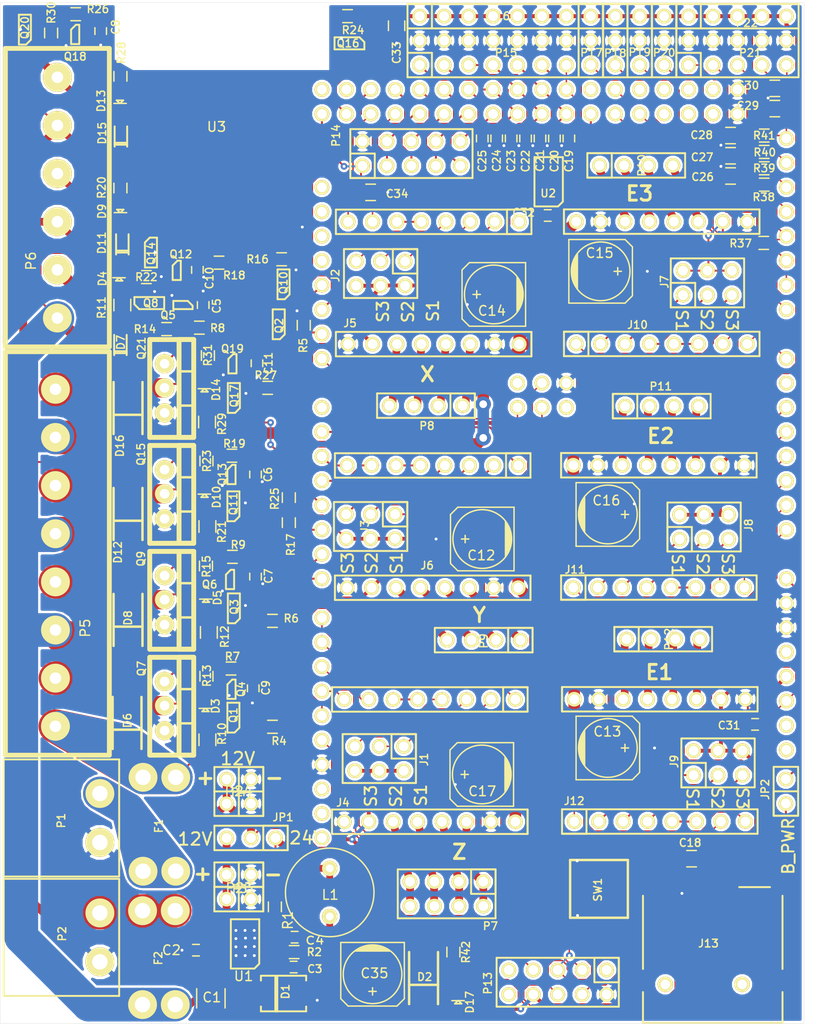
<source format=kicad_pcb>
(kicad_pcb (version 4) (host pcbnew "(2016-02-10 BZR 6547)-product")
  (layers (0 F.Cu signal) (31 B.Cu signal) (34 B.Paste user) (35 F.Paste user hide) (36 B.SilkS user) (37 F.SilkS user) (38 B.Mask user) (39 F.Mask user hide) (44 Edge.Cuts user))
  (net 0 "")
  (net 1 Vsupply)
  (net 2 GND)
  (net 3 "Net-(C3-Pad1)")
  (net 4 +12V)
  (net 5 "Net-(D2-Pad1)")
  (net 6 HB-OUT)
  (net 7 MP-OUT1)
  (net 8 HP-OUT1)
  (net 9 Vheatbed)
  (net 10 LP-OUT1)
  (net 11 HP-OUT2)
  (net 12 LP-OUT2)
  (net 13 HP-OUT3)
  (net 14 "Net-(F1-Pad1)")
  (net 15 "Net-(F2-Pad1)")
  (net 16 ARDUINO-VIN)
  (net 17 HB-FET)
  (net 18 "Net-(Q1-Pad3)")
  (net 19 MP-FET1)
  (net 20 "Net-(Q2-Pad3)")
  (net 21 HP-FET1)
  (net 22 "Net-(Q3-Pad3)")
  (net 23 "Net-(Q7-Pad1)")
  (net 24 "Net-(Q8-Pad2)")
  (net 25 "Net-(Q9-Pad1)")
  (net 26 LP-FET1)
  (net 27 "Net-(Q10-Pad3)")
  (net 28 HP-FET2)
  (net 29 "Net-(Q11-Pad3)")
  (net 30 "Net-(Q14-Pad2)")
  (net 31 "Net-(Q15-Pad1)")
  (net 32 LP-FET2)
  (net 33 "Net-(Q16-Pad3)")
  (net 34 HP-FET3)
  (net 35 "Net-(Q17-Pad3)")
  (net 36 "Net-(Q20-Pad2)")
  (net 37 "Net-(Q21-Pad1)")
  (net 38 +3V3)
  (net 39 RESET)
  (net 40 "Net-(SHIELD1-PadAREF)")
  (net 41 +5V)
  (net 42 "Net-(SHIELD1-PadIORF)")
  (net 43 "Net-(J1-Pad1)")
  (net 44 "Net-(J1-Pad3)")
  (net 45 "Net-(J1-Pad5)")
  (net 46 "Net-(J2-Pad1)")
  (net 47 "Net-(J2-Pad3)")
  (net 48 "Net-(J2-Pad5)")
  (net 49 "Net-(J3-Pad1)")
  (net 50 "Net-(J3-Pad3)")
  (net 51 "Net-(J3-Pad5)")
  (net 52 "Net-(J4-Pad5)")
  (net 53 "Net-(J4-Pad14)")
  (net 54 "Net-(J4-Pad13)")
  (net 55 "Net-(J4-Pad12)")
  (net 56 "Net-(J4-Pad11)")
  (net 57 "Net-(J5-Pad5)")
  (net 58 "Net-(J5-Pad14)")
  (net 59 "Net-(J5-Pad13)")
  (net 60 "Net-(J5-Pad12)")
  (net 61 "Net-(J5-Pad11)")
  (net 62 "Net-(J6-Pad5)")
  (net 63 "Net-(J6-Pad14)")
  (net 64 "Net-(J6-Pad13)")
  (net 65 "Net-(J6-Pad12)")
  (net 66 "Net-(J6-Pad11)")
  (net 67 "Net-(J10-Pad2)")
  (net 68 "Net-(J10-Pad3)")
  (net 69 "Net-(J10-Pad4)")
  (net 70 "Net-(J11-Pad2)")
  (net 71 "Net-(J11-Pad3)")
  (net 72 "Net-(J11-Pad4)")
  (net 73 "Net-(J12-Pad2)")
  (net 74 "Net-(J12-Pad3)")
  (net 75 "Net-(J12-Pad4)")
  (net 76 "Net-(J10-Pad5)")
  (net 77 "Net-(J10-Pad14)")
  (net 78 "Net-(J10-Pad13)")
  (net 79 "Net-(J10-Pad12)")
  (net 80 "Net-(J10-Pad11)")
  (net 81 "Net-(J11-Pad5)")
  (net 82 "Net-(J11-Pad14)")
  (net 83 "Net-(J11-Pad13)")
  (net 84 "Net-(J11-Pad12)")
  (net 85 "Net-(J11-Pad11)")
  (net 86 "Net-(J12-Pad5)")
  (net 87 "Net-(J12-Pad14)")
  (net 88 "Net-(J12-Pad13)")
  (net 89 "Net-(J12-Pad12)")
  (net 90 "Net-(J12-Pad11)")
  (net 91 "Net-(J13-Pad1)")
  (net 92 "Net-(J13-Pad8)")
  (net 93 PROBE)
  (net 94 Z+)
  (net 95 Z-)
  (net 96 Y+)
  (net 97 Y-)
  (net 98 X+)
  (net 99 X-)
  (net 100 "Net-(P13-Pad1)")
  (net 101 ENC-SW)
  (net 102 "Net-(P13-Pad9)")
  (net 103 "Net-(P13-Pad10)")
  (net 104 ENC-A)
  (net 105 ENC-B)
  (net 106 AUX-1)
  (net 107 AUX-2)
  (net 108 AUX-3)
  (net 109 AUX-4)
  (net 110 SCL1)
  (net 111 SDA1)
  (net 112 T0)
  (net 113 T1)
  (net 114 T2)
  (net 115 T3)
  (net 116 T4)
  (net 117 Z-EN)
  (net 118 Y-DIR)
  (net 119 Y-STEP)
  (net 120 E1-EN)
  (net 121 E1-STEP)
  (net 122 E1-DIR)
  (net 123 E2-DIR)
  (net 124 E2-STEP)
  (net 125 E2-EN)
  (net 126 Z-STEP)
  (net 127 Z-DIR)
  (net 128 Y-EN)
  (net 129 X-DIR)
  (net 130 X-STEP)
  (net 131 X-EN)
  (net 132 E3-EN)
  (net 133 E3-STEP)
  (net 134 E3-DIR)
  (net 135 "Net-(D3-Pad1)")
  (net 136 "Net-(D4-Pad1)")
  (net 137 "Net-(D5-Pad1)")
  (net 138 "Net-(D9-Pad1)")
  (net 139 "Net-(D10-Pad1)")
  (net 140 "Net-(D13-Pad1)")
  (net 141 "Net-(D14-Pad1)")
  (net 142 STATUS-LED)
  (net 143 SD-CS)
  (net 144 SD-MOSI)
  (net 145 SD-SCK)
  (net 146 SD-MISO)
  (net 147 SD-CD)
  (net 148 SD2-CS)
  (net 149 LCD-D5)
  (net 150 LCD-D6)
  (net 151 LCD-D7)
  (net 152 LCD-RS)
  (net 153 LCD-E)
  (net 154 LCD-D4)
  (net 155 "Net-(SHIELD1-PadRST2)")
  (net 156 "Net-(SHIELD1-Pad5V_6)")
  (net 157 "Net-(SHIELD1-Pad43)")
  (net 158 "Net-(SHIELD1-Pad47)")
  (net 159 "Net-(SHIELD1-PadAD6)")
  (net 160 "Net-(SHIELD1-Pad49)")
  (net 161 "Net-(SHIELD1-Pad51)")
  (net 162 "Net-(SHIELD1-Pad53)")
  (net 163 "Net-(SHIELD1-Pad50)")
  (net 164 "Net-(SHIELD1-Pad52)")
  (net 165 "Net-(SHIELD1-Pad48)")
  (net 166 "Net-(Q4-Pad1)")
  (net 167 "Net-(Q5-Pad1)")
  (net 168 "Net-(Q6-Pad1)")
  (net 169 "Net-(Q12-Pad1)")
  (net 170 "Net-(Q13-Pad1)")
  (net 171 "Net-(Q18-Pad1)")
  (net 172 "Net-(Q19-Pad1)")
  (net 173 "Net-(U3-Pad9)")
  (net 174 "Net-(U3-Pad10)")
  (net 175 "Net-(U3-Pad11)")
  (net 176 "Net-(U3-Pad12)")
  (net 177 "Net-(U3-Pad13)")
  (net 178 "Net-(U3-Pad14)")
  (net 179 "Net-(U3-Pad1)")
  (net 180 "Net-(U3-Pad2)")
  (net 181 "Net-(U3-Pad3)")
  (net 182 "Net-(U3-Pad4)")
  (net 183 "Net-(U3-Pad5)")
  (net 184 "Net-(U3-Pad6)")
  (net 185 "Net-(U3-Pad7)")
  (net 186 "Net-(U3-Pad16)")
  (net 187 "Net-(U3-Pad17)")
  (net 188 "Net-(U3-Pad18)")
  (net 189 "Net-(U3-Pad19)")
  (net 190 "Net-(U3-Pad20)")
  (net 191 ESP-RX)
  (net 192 ESP-TX)
  (net 193 "Net-(SHIELD1-Pad23)")
  (net 194 "Net-(C3-Pad2)")
  (net 195 "Net-(U1-Pad2)")
  (net 196 "Net-(C4-Pad2)")
  (net 197 "Net-(C35-Pad1)")
  (net 198 "Net-(SHIELD1-Pad18)")
  (net 199 "Net-(SHIELD1-Pad19)")
  (net 200 "Net-(SHIELD1-Pad0)")
  (net 201 "Net-(D17-Pad2)")
  (net 202 "Net-(SHIELD1-PadSDA1)")
  (net 203 "Net-(SHIELD1-PadSCL1)")
  (module arduino-footprint:ARDUINO_MEGA_DUE_SHIELD_FOOTPRINT_OTH2 (layer F.Cu) (at 154.94 129.54 90)
    (fp_text reference SHIELD1 hide)
    (fp_text value ARDUINO_DUE_SHIELD hide)
    (pad 14 thru_hole circle (at 68.58 -50.8 90) (size 1.524 1.524) (drill 1.016) (layers *.Cu *.Mask F.SilkS) (net 148 SD2-CS))
    (pad 15 thru_hole circle (at 71.12 -50.8 90) (size 1.524 1.524) (drill 1.016) (layers *.Cu *.Mask F.SilkS) (net 19 MP-FET1))
    (pad 16 thru_hole circle (at 73.66 -50.8 90) (size 1.524 1.524) (drill 1.016) (layers *.Cu *.Mask F.SilkS) (net 191 ESP-RX))
    (pad 17 thru_hole circle (at 76.2 -50.8 90) (size 1.524 1.524) (drill 1.016) (layers *.Cu *.Mask F.SilkS) (net 192 ESP-TX))
    (pad 18 thru_hole circle (at 78.74 -50.8 90) (size 1.524 1.524) (drill 1.016) (layers *.Cu *.Mask F.SilkS) (net 198 "Net-(SHIELD1-Pad18)"))
    (pad 19 thru_hole circle (at 81.28 -50.8 90) (size 1.524 1.524) (drill 1.016) (layers *.Cu *.Mask F.SilkS) (net 199 "Net-(SHIELD1-Pad19)"))
    (pad 20 thru_hole circle (at 83.82 -50.8 90) (size 1.524 1.524) (drill 1.016) (layers *.Cu *.Mask F.SilkS) (net 111 SDA1))
    (pad 21 thru_hole circle (at 86.36 -50.8 90) (size 1.524 1.524) (drill 1.016) (layers *.Cu *.Mask F.SilkS) (net 110 SCL1))
    (pad AD15 thru_hole circle (at 91.44 -2.54 90) (size 1.524 1.524) (drill 1.016) (layers *.Cu *.Mask F.SilkS) (net 116 T4))
    (pad AD14 thru_hole circle (at 88.9 -2.54 90) (size 1.524 1.524) (drill 1.016) (layers *.Cu *.Mask F.SilkS) (net 115 T3))
    (pad AD13 thru_hole circle (at 86.36 -2.54 90) (size 1.524 1.524) (drill 1.016) (layers *.Cu *.Mask F.SilkS) (net 114 T2))
    (pad AD12 thru_hole circle (at 83.82 -2.54 90) (size 1.524 1.524) (drill 1.016) (layers *.Cu *.Mask F.SilkS) (net 113 T1))
    (pad AD8 thru_hole circle (at 73.66 -2.54 90) (size 1.524 1.524) (drill 1.016) (layers *.Cu *.Mask F.SilkS) (net 107 AUX-2))
    (pad AD7 thru_hole circle (at 68.58 -2.54 90) (size 1.524 1.524) (drill 1.016) (layers *.Cu *.Mask F.SilkS) (net 106 AUX-1))
    (pad AD6 thru_hole circle (at 66.04 -2.54 90) (size 1.524 1.524) (drill 1.016) (layers *.Cu *.Mask F.SilkS) (net 159 "Net-(SHIELD1-PadAD6)"))
    (pad AD9 thru_hole circle (at 76.2 -2.54 90) (size 1.524 1.524) (drill 1.016) (layers *.Cu *.Mask F.SilkS) (net 108 AUX-3))
    (pad AD10 thru_hole circle (at 78.74 -2.54 90) (size 1.524 1.524) (drill 1.016) (layers *.Cu *.Mask F.SilkS) (net 109 AUX-4))
    (pad AD11 thru_hole circle (at 81.28 -2.54 90) (size 1.524 1.524) (drill 1.016) (layers *.Cu *.Mask F.SilkS) (net 112 T0))
    (pad AD5 thru_hole circle (at 63.5 -2.54 90) (size 1.524 1.524) (drill 1.016) (layers *.Cu *.Mask F.SilkS) (net 125 E2-EN))
    (pad AD4 thru_hole circle (at 60.96 -2.54 90) (size 1.524 1.524) (drill 1.016) (layers *.Cu *.Mask F.SilkS) (net 124 E2-STEP))
    (pad AD3 thru_hole circle (at 58.42 -2.54 90) (size 1.524 1.524) (drill 1.016) (layers *.Cu *.Mask F.SilkS) (net 123 E2-DIR))
    (pad AD0 thru_hole circle (at 50.8 -2.54 90) (size 1.524 1.524) (drill 1.016) (layers *.Cu *.Mask F.SilkS) (net 122 E1-DIR))
    (pad AD1 thru_hole circle (at 53.34 -2.54 90) (size 1.524 1.524) (drill 1.016) (layers *.Cu *.Mask F.SilkS) (net 121 E1-STEP))
    (pad AD2 thru_hole circle (at 55.88 -2.54 90) (size 1.524 1.524) (drill 1.016) (layers *.Cu *.Mask F.SilkS) (net 120 E1-EN))
    (pad V_IN thru_hole circle (at 45.72 -2.54 90) (size 1.524 1.524) (drill 1.016) (layers *.Cu *.Mask F.SilkS) (net 16 ARDUINO-VIN))
    (pad GND thru_hole circle (at 43.18 -2.54 90) (size 1.524 1.524) (drill 1.016) (layers *.Cu *.Mask F.SilkS) (net 2 GND))
    (pad GND thru_hole circle (at 40.64 -2.54 90) (size 1.524 1.524) (drill 1.016) (layers *.Cu *.Mask F.SilkS) (net 2 GND))
    (pad 3V3 thru_hole circle (at 35.56 -2.54 90) (size 1.524 1.524) (drill 1.016) (layers *.Cu *.Mask F.SilkS) (net 38 +3V3))
    (pad RST thru_hole circle (at 33.02 -2.54 90) (size 1.524 1.524) (drill 1.016) (layers *.Cu *.Mask F.SilkS) (net 39 RESET))
    (pad 0 thru_hole circle (at 63.5 -50.8 90) (size 1.524 1.524) (drill 1.016) (layers *.Cu *.Mask F.SilkS) (net 200 "Net-(SHIELD1-Pad0)"))
    (pad 1 thru_hole circle (at 60.96 -50.8 90) (size 1.524 1.524) (drill 1.016) (layers *.Cu *.Mask F.SilkS) (net 128 Y-EN))
    (pad 2 thru_hole circle (at 58.42 -50.8 90) (size 1.524 1.524) (drill 1.016) (layers *.Cu *.Mask F.SilkS) (net 118 Y-DIR))
    (pad 3 thru_hole circle (at 55.88 -50.8 90) (size 1.524 1.524) (drill 1.016) (layers *.Cu *.Mask F.SilkS) (net 119 Y-STEP))
    (pad 4 thru_hole circle (at 53.34 -50.8 90) (size 1.524 1.524) (drill 1.016) (layers *.Cu *.Mask F.SilkS) (net 34 HP-FET3))
    (pad 5 thru_hole circle (at 50.8 -50.8 90) (size 1.524 1.524) (drill 1.016) (layers *.Cu *.Mask F.SilkS) (net 28 HP-FET2))
    (pad 6 thru_hole circle (at 48.26 -50.8 90) (size 1.524 1.524) (drill 1.016) (layers *.Cu *.Mask F.SilkS) (net 21 HP-FET1))
    (pad 7 thru_hole circle (at 45.72 -50.8 90) (size 1.524 1.524) (drill 1.016) (layers *.Cu *.Mask F.SilkS) (net 17 HB-FET))
    (pad 8 thru_hole circle (at 41.656 -50.8 90) (size 1.524 1.524) (drill 1.016) (layers *.Cu *.Mask F.SilkS) (net 126 Z-STEP))
    (pad 9 thru_hole circle (at 39.116 -50.8 90) (size 1.524 1.524) (drill 1.016) (layers *.Cu *.Mask F.SilkS) (net 101 ENC-SW))
    (pad 10 thru_hole circle (at 36.576 -50.8 90) (size 1.524 1.524) (drill 1.016) (layers *.Cu *.Mask F.SilkS) (net 143 SD-CS))
    (pad 11 thru_hole circle (at 34.036 -50.8 90) (size 1.524 1.524) (drill 1.016) (layers *.Cu *.Mask F.SilkS) (net 127 Z-DIR))
    (pad 12 thru_hole circle (at 31.496 -50.8 90) (size 1.524 1.524) (drill 1.016) (layers *.Cu *.Mask F.SilkS) (net 117 Z-EN))
    (pad 13 thru_hole circle (at 28.956 -50.8 90) (size 1.524 1.524) (drill 1.016) (layers *.Cu *.Mask F.SilkS) (net 142 STATUS-LED))
    (pad GND thru_hole circle (at 26.416 -50.8 90) (size 1.524 1.524) (drill 1.016) (layers *.Cu *.Mask F.SilkS) (net 2 GND))
    (pad AREF thru_hole circle (at 23.876 -50.8 90) (size 1.524 1.524) (drill 1.016) (layers *.Cu *.Mask F.SilkS) (net 40 "Net-(SHIELD1-PadAREF)"))
    (pad 5V thru_hole circle (at 38.1 -2.54 90) (size 1.524 1.524) (drill 1.016) (layers *.Cu *.Mask F.SilkS) (net 41 +5V))
    (pad 22 thru_hole circle (at 93.98 -48.26 90) (size 1.524 1.524) (drill 1.016) (layers *.Cu *.Mask F.SilkS) (net 32 LP-FET2))
    (pad 23 thru_hole circle (at 96.52 -48.26 90) (size 1.524 1.524) (drill 1.016) (layers *.Cu *.Mask F.SilkS) (net 193 "Net-(SHIELD1-Pad23)"))
    (pad 24 thru_hole circle (at 93.98 -45.72 90) (size 1.524 1.524) (drill 1.016) (layers *.Cu *.Mask F.SilkS) (net 129 X-DIR))
    (pad 25 thru_hole circle (at 96.52 -45.72 90) (size 1.524 1.524) (drill 1.016) (layers *.Cu *.Mask F.SilkS) (net 26 LP-FET1))
    (pad 26 thru_hole circle (at 93.98 -43.18 90) (size 1.524 1.524) (drill 1.016) (layers *.Cu *.Mask F.SilkS) (net 130 X-STEP))
    (pad 27 thru_hole circle (at 96.52 -43.18 90) (size 1.524 1.524) (drill 1.016) (layers *.Cu *.Mask F.SilkS) (net 104 ENC-A))
    (pad 28 thru_hole circle (at 93.98 -40.64 90) (size 1.524 1.524) (drill 1.016) (layers *.Cu *.Mask F.SilkS) (net 105 ENC-B))
    (pad 29 thru_hole circle (at 96.52 -40.64 90) (size 1.524 1.524) (drill 1.016) (layers *.Cu *.Mask F.SilkS) (net 149 LCD-D5))
    (pad 5V_4 thru_hole circle (at 93.98 -50.8 90) (size 1.524 1.524) (drill 1.016) (layers *.Cu *.Mask F.SilkS) (net 41 +5V))
    (pad 5V_5 thru_hole circle (at 96.52 -50.8 90) (size 1.524 1.524) (drill 1.016) (layers *.Cu *.Mask F.SilkS) (net 41 +5V))
    (pad 31 thru_hole circle (at 96.52 -38.1 90) (size 1.524 1.524) (drill 1.016) (layers *.Cu *.Mask F.SilkS) (net 150 LCD-D6))
    (pad 30 thru_hole circle (at 93.98 -38.1 90) (size 1.524 1.524) (drill 1.016) (layers *.Cu *.Mask F.SilkS) (net 152 LCD-RS))
    (pad 32 thru_hole circle (at 93.98 -35.56 90) (size 1.524 1.524) (drill 1.016) (layers *.Cu *.Mask F.SilkS) (net 153 LCD-E))
    (pad 33 thru_hole circle (at 96.52 -35.56 90) (size 1.524 1.524) (drill 1.016) (layers *.Cu *.Mask F.SilkS) (net 151 LCD-D7))
    (pad 34 thru_hole circle (at 93.98 -33.02 90) (size 1.524 1.524) (drill 1.016) (layers *.Cu *.Mask F.SilkS) (net 154 LCD-D4))
    (pad 35 thru_hole circle (at 96.52 -33.02 90) (size 1.524 1.524) (drill 1.016) (layers *.Cu *.Mask F.SilkS) (net 99 X-))
    (pad 36 thru_hole circle (at 93.98 -30.48 90) (size 1.524 1.524) (drill 1.016) (layers *.Cu *.Mask F.SilkS) (net 98 X+))
    (pad 37 thru_hole circle (at 96.52 -30.48 90) (size 1.524 1.524) (drill 1.016) (layers *.Cu *.Mask F.SilkS) (net 97 Y-))
    (pad 38 thru_hole circle (at 93.98 -27.94 90) (size 1.524 1.524) (drill 1.016) (layers *.Cu *.Mask F.SilkS) (net 96 Y+))
    (pad 39 thru_hole circle (at 96.52 -27.94 90) (size 1.524 1.524) (drill 1.016) (layers *.Cu *.Mask F.SilkS) (net 95 Z-))
    (pad 40 thru_hole circle (at 93.98 -25.4 90) (size 1.524 1.524) (drill 1.016) (layers *.Cu *.Mask F.SilkS) (net 94 Z+))
    (pad 41 thru_hole circle (at 96.52 -25.4 90) (size 1.524 1.524) (drill 1.016) (layers *.Cu *.Mask F.SilkS) (net 93 PROBE))
    (pad 42 thru_hole circle (at 93.98 -22.86 90) (size 1.524 1.524) (drill 1.016) (layers *.Cu *.Mask F.SilkS) (net 131 X-EN))
    (pad 43 thru_hole circle (at 96.52 -22.86 90) (size 1.524 1.524) (drill 1.016) (layers *.Cu *.Mask F.SilkS) (net 157 "Net-(SHIELD1-Pad43)"))
    (pad 44 thru_hole circle (at 93.98 -20.32 90) (size 1.524 1.524) (drill 1.016) (layers *.Cu *.Mask F.SilkS) (net 132 E3-EN))
    (pad 45 thru_hole circle (at 96.52 -20.32 90) (size 1.524 1.524) (drill 1.016) (layers *.Cu *.Mask F.SilkS) (net 133 E3-STEP))
    (pad 46 thru_hole circle (at 93.98 -17.78 90) (size 1.524 1.524) (drill 1.016) (layers *.Cu *.Mask F.SilkS) (net 134 E3-DIR))
    (pad 47 thru_hole circle (at 96.52 -17.78 90) (size 1.524 1.524) (drill 1.016) (layers *.Cu *.Mask F.SilkS) (net 158 "Net-(SHIELD1-Pad47)"))
    (pad 48 thru_hole circle (at 93.98 -15.24 90) (size 1.524 1.524) (drill 1.016) (layers *.Cu *.Mask F.SilkS) (net 165 "Net-(SHIELD1-Pad48)"))
    (pad 49 thru_hole circle (at 96.52 -15.24 90) (size 1.524 1.524) (drill 1.016) (layers *.Cu *.Mask F.SilkS) (net 160 "Net-(SHIELD1-Pad49)"))
    (pad 50 thru_hole circle (at 93.98 -12.7 90) (size 1.524 1.524) (drill 1.016) (layers *.Cu *.Mask F.SilkS) (net 163 "Net-(SHIELD1-Pad50)"))
    (pad 51 thru_hole circle (at 96.52 -12.7 90) (size 1.524 1.524) (drill 1.016) (layers *.Cu *.Mask F.SilkS) (net 161 "Net-(SHIELD1-Pad51)"))
    (pad 52 thru_hole circle (at 93.98 -10.16 90) (size 1.524 1.524) (drill 1.016) (layers *.Cu *.Mask F.SilkS) (net 164 "Net-(SHIELD1-Pad52)"))
    (pad 53 thru_hole circle (at 96.52 -10.16 90) (size 1.524 1.524) (drill 1.016) (layers *.Cu *.Mask F.SilkS) (net 162 "Net-(SHIELD1-Pad53)"))
    (pad GND4 thru_hole circle (at 93.98 -7.62 90) (size 1.524 1.524) (drill 1.016) (layers *.Cu *.Mask F.SilkS) (net 2 GND))
    (pad GND5 thru_hole circle (at 96.52 -7.62 90) (size 1.524 1.524) (drill 1.016) (layers *.Cu *.Mask F.SilkS) (net 2 GND))
    (pad SDA1 thru_hole circle (at 21.336 -50.8 90) (size 1.524 1.524) (drill 1.016) (layers *.Cu *.Mask F.SilkS) (net 202 "Net-(SHIELD1-PadSDA1)"))
    (pad SCL1 thru_hole circle (at 18.796 -50.8 90) (size 1.524 1.524) (drill 1.016) (layers *.Cu *.Mask F.SilkS) (net 203 "Net-(SHIELD1-PadSCL1)"))
    (pad IORF thru_hole circle (at 30.48 -2.54 90) (size 1.524 1.524) (drill 1.016) (layers *.Cu *.Mask F.SilkS) (net 42 "Net-(SHIELD1-PadIORF)"))
    (pad NC1 thru_hole circle (at 27.94 -2.54 90) (size 1.524 1.524) (drill 1.016) (layers *.Cu *.Mask F.SilkS))
    (pad MISO thru_hole circle (at 63.5 -30.48 90) (size 1.524 1.524) (drill 1.016) (layers *.Cu *.Mask F.SilkS) (net 146 SD-MISO))
    (pad 5V_6 thru_hole circle (at 66.04 -30.48 90) (size 1.524 1.524) (drill 1.016) (layers *.Cu *.Mask F.SilkS) (net 156 "Net-(SHIELD1-Pad5V_6)"))
    (pad SCK thru_hole circle (at 63.5 -27.94 90) (size 1.524 1.524) (drill 1.016) (layers *.Cu *.Mask F.SilkS) (net 145 SD-SCK))
    (pad MOSI thru_hole circle (at 66.04 -27.94 90) (size 1.524 1.524) (drill 1.016) (layers *.Cu *.Mask F.SilkS) (net 144 SD-MOSI))
    (pad RST2 thru_hole circle (at 63.5 -25.4 90) (size 1.524 1.524) (drill 1.016) (layers *.Cu *.Mask F.SilkS) (net 155 "Net-(SHIELD1-PadRST2)"))
    (pad GND6 thru_hole circle (at 66.04 -25.4 90) (size 1.524 1.524) (drill 1.016) (layers *.Cu *.Mask F.SilkS) (net 2 GND))
  )
  (module soic:SOIC8 (layer F.Cu) (at 127.7 42.6 180)
    (fp_text reference U2 (at 0.05 -1.2 180) (layer F.SilkS) (effects (font (size 0.8 0.8))))
    (fp_text value 24LC256 hide)
    (pad 1 smd rect (at -2.72542 -1.905 180) (size 1.69926 0.51054) (layers F.Cu F.Paste F.Mask) (net 2 GND))
    (pad 2 smd rect (at -2.72542 -0.635 180) (size 1.69926 0.51054) (layers F.Cu F.Paste F.Mask) (net 2 GND))
    (pad 3 smd rect (at -2.72542 0.635 180) (size 1.69926 0.51054) (layers F.Cu F.Paste F.Mask) (net 2 GND))
    (pad 4 smd rect (at -2.72542 1.905 180) (size 1.69926 0.51054) (layers F.Cu F.Paste F.Mask) (net 2 GND))
    (pad 5 smd rect (at 2.72542 1.905 180) (size 1.69926 0.51054) (layers F.Cu F.Paste F.Mask) (net 111 SDA1))
    (pad 6 smd rect (at 2.72542 0.635 180) (size 1.69926 0.51054) (layers F.Cu F.Paste F.Mask) (net 110 SCL1))
    (pad 7 smd rect (at 2.72542 -0.635 180) (size 1.69926 0.51054) (layers F.Cu F.Paste F.Mask) (net 2 GND))
    (pad 8 smd rect (at 2.72542 -1.905 180) (size 1.69926 0.51054) (layers F.Cu F.Paste F.Mask) (net 38 +3V3))
  )
  (module misc:STEPSTICK (layer F.Cu) (at 121.7 98.9 270)
    (fp_text reference J4 (at 8.18 15.38 360) (layer F.SilkS) (effects (font (size 0.8 0.8))))
    (fp_text value STEPSTICK hide)
    (pad 1 thru_hole circle (at -2.54 -2.54 270) (size 1.524 1.524) (drill 1.016) (layers *.Cu *.Mask F.SilkS) (net 117 Z-EN))
    (pad 2 thru_hole circle (at -2.54 0 270) (size 1.524 1.524) (drill 1.016) (layers *.Cu *.Mask F.SilkS) (net 43 "Net-(J1-Pad1)"))
    (pad 3 thru_hole circle (at -2.54 2.54 270) (size 1.524 1.524) (drill 1.016) (layers *.Cu *.Mask F.SilkS) (net 44 "Net-(J1-Pad3)"))
    (pad 4 thru_hole circle (at -2.54 5.08 270) (size 1.524 1.524) (drill 1.016) (layers *.Cu *.Mask F.SilkS) (net 45 "Net-(J1-Pad5)"))
    (pad 5 thru_hole circle (at -2.54 7.62 270) (size 1.524 1.524) (drill 1.016) (layers *.Cu *.Mask F.SilkS) (net 52 "Net-(J4-Pad5)"))
    (pad 6 thru_hole circle (at -2.54 10.16 270) (size 1.524 1.524) (drill 1.016) (layers *.Cu *.Mask F.SilkS) (net 52 "Net-(J4-Pad5)"))
    (pad 8 thru_hole circle (at -2.54 15.24 270) (size 1.524 1.524) (drill 1.016) (layers *.Cu *.Mask F.SilkS) (net 127 Z-DIR))
    (pad 16 thru_hole circle (at 10.16 -2.54 270) (size 1.524 1.524) (drill 1.016) (layers *.Cu *.Mask F.SilkS) (net 1 Vsupply))
    (pad 15 thru_hole circle (at 10.16 0 270) (size 1.524 1.524) (drill 1.016) (layers *.Cu *.Mask F.SilkS) (net 2 GND))
    (pad 14 thru_hole circle (at 10.16 2.54 270) (size 1.524 1.524) (drill 1.016) (layers *.Cu *.Mask F.SilkS) (net 53 "Net-(J4-Pad14)"))
    (pad 13 thru_hole circle (at 10.16 5.08 270) (size 1.524 1.524) (drill 1.016) (layers *.Cu *.Mask F.SilkS) (net 54 "Net-(J4-Pad13)"))
    (pad 12 thru_hole circle (at 10.16 7.62 270) (size 1.524 1.524) (drill 1.016) (layers *.Cu *.Mask F.SilkS) (net 55 "Net-(J4-Pad12)"))
    (pad 11 thru_hole circle (at 10.16 10.16 270) (size 1.524 1.524) (drill 1.016) (layers *.Cu *.Mask F.SilkS) (net 56 "Net-(J4-Pad11)"))
    (pad 10 thru_hole circle (at 10.16 12.7 270) (size 1.524 1.524) (drill 1.016) (layers *.Cu *.Mask F.SilkS) (net 38 +3V3))
    (pad 9 thru_hole circle (at 10.16 15.24 270) (size 1.524 1.524) (drill 1.016) (layers *.Cu *.Mask F.SilkS) (net 2 GND))
    (pad 7 thru_hole circle (at -2.54 12.7 270) (size 1.524 1.524) (drill 1.016) (layers *.Cu *.Mask F.SilkS) (net 126 Z-STEP))
  )
  (module misc:STEPSTICK (layer F.Cu) (at 122.1 49.3 270)
    (fp_text reference J5 (at 7.99 15.04 360) (layer F.SilkS) (effects (font (size 0.8 0.8))))
    (fp_text value STEPSTICK hide)
    (pad 1 thru_hole circle (at -2.54 -2.54 270) (size 1.524 1.524) (drill 1.016) (layers *.Cu *.Mask F.SilkS) (net 131 X-EN))
    (pad 2 thru_hole circle (at -2.54 0 270) (size 1.524 1.524) (drill 1.016) (layers *.Cu *.Mask F.SilkS) (net 46 "Net-(J2-Pad1)"))
    (pad 3 thru_hole circle (at -2.54 2.54 270) (size 1.524 1.524) (drill 1.016) (layers *.Cu *.Mask F.SilkS) (net 47 "Net-(J2-Pad3)"))
    (pad 4 thru_hole circle (at -2.54 5.08 270) (size 1.524 1.524) (drill 1.016) (layers *.Cu *.Mask F.SilkS) (net 48 "Net-(J2-Pad5)"))
    (pad 5 thru_hole circle (at -2.54 7.62 270) (size 1.524 1.524) (drill 1.016) (layers *.Cu *.Mask F.SilkS) (net 57 "Net-(J5-Pad5)"))
    (pad 6 thru_hole circle (at -2.54 10.16 270) (size 1.524 1.524) (drill 1.016) (layers *.Cu *.Mask F.SilkS) (net 57 "Net-(J5-Pad5)"))
    (pad 8 thru_hole circle (at -2.54 15.24 270) (size 1.524 1.524) (drill 1.016) (layers *.Cu *.Mask F.SilkS) (net 129 X-DIR))
    (pad 16 thru_hole circle (at 10.16 -2.54 270) (size 1.524 1.524) (drill 1.016) (layers *.Cu *.Mask F.SilkS) (net 1 Vsupply))
    (pad 15 thru_hole circle (at 10.16 0 270) (size 1.524 1.524) (drill 1.016) (layers *.Cu *.Mask F.SilkS) (net 2 GND))
    (pad 14 thru_hole circle (at 10.16 2.54 270) (size 1.524 1.524) (drill 1.016) (layers *.Cu *.Mask F.SilkS) (net 58 "Net-(J5-Pad14)"))
    (pad 13 thru_hole circle (at 10.16 5.08 270) (size 1.524 1.524) (drill 1.016) (layers *.Cu *.Mask F.SilkS) (net 59 "Net-(J5-Pad13)"))
    (pad 12 thru_hole circle (at 10.16 7.62 270) (size 1.524 1.524) (drill 1.016) (layers *.Cu *.Mask F.SilkS) (net 60 "Net-(J5-Pad12)"))
    (pad 11 thru_hole circle (at 10.16 10.16 270) (size 1.524 1.524) (drill 1.016) (layers *.Cu *.Mask F.SilkS) (net 61 "Net-(J5-Pad11)"))
    (pad 10 thru_hole circle (at 10.16 12.7 270) (size 1.524 1.524) (drill 1.016) (layers *.Cu *.Mask F.SilkS) (net 38 +3V3))
    (pad 9 thru_hole circle (at 10.16 15.24 270) (size 1.524 1.524) (drill 1.016) (layers *.Cu *.Mask F.SilkS) (net 2 GND))
    (pad 7 thru_hole circle (at -2.54 12.7 270) (size 1.524 1.524) (drill 1.016) (layers *.Cu *.Mask F.SilkS) (net 130 X-STEP))
  )
  (module headers:CON_HDR_2x3_2.54mm (layer F.Cu) (at 110.24 52.13 270)
    (fp_text reference J2 (at 0.21 4.7 270) (layer F.SilkS) (effects (font (size 0.8 0.8))))
    (fp_text value HEADER hide)
    (pad 1 thru_hole circle (at -1.27 -2.54 270) (size 1.524 1.524) (drill 1.016) (layers *.Cu *.Mask F.SilkS) (net 46 "Net-(J2-Pad1)"))
    (pad 3 thru_hole circle (at -1.27 0 270) (size 1.524 1.524) (drill 1.016) (layers *.Cu *.Mask F.SilkS) (net 47 "Net-(J2-Pad3)"))
    (pad 5 thru_hole circle (at -1.27 2.54 270) (size 1.524 1.524) (drill 1.016) (layers *.Cu *.Mask F.SilkS) (net 48 "Net-(J2-Pad5)"))
    (pad 2 thru_hole circle (at 1.27 -2.54 270) (size 1.524 1.524) (drill 1.016) (layers *.Cu *.Mask F.SilkS) (net 38 +3V3))
    (pad 4 thru_hole circle (at 1.27 0 270) (size 1.524 1.524) (drill 1.016) (layers *.Cu *.Mask F.SilkS) (net 38 +3V3))
    (pad 6 thru_hole circle (at 1.27 2.54 270) (size 1.524 1.524) (drill 1.016) (layers *.Cu *.Mask F.SilkS) (net 38 +3V3))
  )
  (module capacitors:c_elec_6.3x7.7 (layer F.Cu) (at 120.8 79.7 180)
    (fp_text reference C12 (at 0.1 -1.7 180) (layer F.SilkS))
    (fp_text value 100uF)
    (pad 2 smd rect (at 2.75082 0 180) (size 3.59918 1.6002) (layers F.Cu F.Paste F.Mask) (net 2 GND))
    (pad 1 smd rect (at -2.75082 0 180) (size 3.59918 1.6002) (layers F.Cu F.Paste F.Mask) (net 1 Vsupply))
  )
  (module headers:CON_HDR_2x5_2.54mm (layer F.Cu) (at 128.64 125.73 270)
    (fp_text reference P13 (at 0.1 7.26 270) (layer F.SilkS) (effects (font (size 0.8 0.8))))
    (fp_text value EXT_SD hide)
    (pad 1 thru_hole circle (at -1.27 -5.08 270) (size 1.524 1.524) (drill 1.016) (layers *.Cu *.Mask F.SilkS) (net 100 "Net-(P13-Pad1)"))
    (pad 3 thru_hole circle (at -1.27 -2.54 270) (size 1.524 1.524) (drill 1.016) (layers *.Cu *.Mask F.SilkS) (net 148 SD2-CS))
    (pad 5 thru_hole circle (at -1.27 0 270) (size 1.524 1.524) (drill 1.016) (layers *.Cu *.Mask F.SilkS) (net 146 SD-MISO))
    (pad 7 thru_hole circle (at -1.27 2.54 270) (size 1.524 1.524) (drill 1.016) (layers *.Cu *.Mask F.SilkS) (net 101 ENC-SW))
    (pad 9 thru_hole circle (at -1.27 5.08 270) (size 1.524 1.524) (drill 1.016) (layers *.Cu *.Mask F.SilkS) (net 102 "Net-(P13-Pad9)"))
    (pad 2 thru_hole circle (at 1.27 -5.08 270) (size 1.524 1.524) (drill 1.016) (layers *.Cu *.Mask F.SilkS) (net 2 GND))
    (pad 4 thru_hole circle (at 1.27 -2.54 270) (size 1.524 1.524) (drill 1.016) (layers *.Cu *.Mask F.SilkS) (net 145 SD-SCK))
    (pad 6 thru_hole circle (at 1.27 0 270) (size 1.524 1.524) (drill 1.016) (layers *.Cu *.Mask F.SilkS) (net 144 SD-MOSI))
    (pad 8 thru_hole circle (at 1.27 2.54 270) (size 1.524 1.524) (drill 1.016) (layers *.Cu *.Mask F.SilkS) (net 38 +3V3))
    (pad 10 thru_hole circle (at 1.27 5.08 270) (size 1.524 1.524) (drill 1.016) (layers *.Cu *.Mask F.SilkS) (net 103 "Net-(P13-Pad10)"))
  )
  (module geda-footprints:MICROSD_SLOT_TFP09-2-12B (layer F.Cu) (at 140 118.35)
    (fp_text reference J13 (at 4.3 3.35) (layer F.SilkS) (effects (font (size 0.8 0.8))))
    (fp_text value MICROSD_SLOT_TFP09-2-12B hide)
    (pad "" thru_hole circle (at -0.18034 7.59968) (size 1.6002 1.6002) (drill 1.00076) (layers *.Cu *.Mask F.SilkS))
    (pad "" thru_hole circle (at 7.80034 7.59968) (size 1.6002 1.6002) (drill 1.00076) (layers *.Cu *.Mask F.SilkS))
    (pad 1 smd rect (at 7.00024 -2.90068) (size 0.70104 1.6002) (layers F.Cu F.Paste F.Mask) (net 91 "Net-(J13-Pad1)"))
    (pad 2 smd rect (at 5.90042 -2.90068) (size 0.70104 1.6002) (layers F.Cu F.Paste F.Mask) (net 143 SD-CS))
    (pad 3 smd rect (at 4.8006 -2.90068) (size 0.70104 1.6002) (layers F.Cu F.Paste F.Mask) (net 144 SD-MOSI))
    (pad 4 smd rect (at 3.70078 -2.90068) (size 0.70104 1.6002) (layers F.Cu F.Paste F.Mask) (net 38 +3V3))
    (pad 5 smd rect (at 2.60096 -2.90068) (size 0.70104 1.6002) (layers F.Cu F.Paste F.Mask) (net 145 SD-SCK))
    (pad 6 smd rect (at 1.50114 -2.90068) (size 0.70104 1.6002) (layers F.Cu F.Paste F.Mask) (net 2 GND))
    (pad 7 smd rect (at 0.40132 -2.90068) (size 0.70104 1.6002) (layers F.Cu F.Paste F.Mask) (net 146 SD-MISO))
    (pad 8 smd rect (at -0.70104 -2.90068) (size 0.70104 1.6002) (layers F.Cu F.Paste F.Mask) (net 92 "Net-(J13-Pad8)"))
    (pad 9 smd rect (at -1.80086 -2.90068) (size 0.70104 1.6002) (layers F.Cu F.Paste F.Mask) (net 147 SD-CD))
    (pad 0 smd rect (at -2.99974 -2.39776) (size 1.19888 1.39954) (layers F.Cu F.Paste F.Mask))
    (pad 0 smd rect (at 11.60018 -2.4003) (size 1.59766 1.39954) (layers F.Cu F.Paste F.Mask))
    (pad 0 smd rect (at 12.49934 7.2009) (size 1.19888 2.1971) (layers F.Cu F.Paste F.Mask))
    (pad 0 smd rect (at -2.99974 7.2009) (size 1.19888 2.1971) (layers F.Cu F.Paste F.Mask))
  )
  (module soic:HSOP8 (layer F.Cu) (at 96.15 121.75 180)
    (fp_text reference U1 (at 0.15 -3.35 180) (layer F.SilkS))
    (fp_text value ST1S14PHR hide)
    (pad 1 smd rect (at -2.72542 -1.905 180) (size 1.69926 0.51054) (layers F.Cu F.Paste F.Mask) (net 194 "Net-(C3-Pad2)"))
    (pad 2 smd rect (at -2.72542 -0.635 180) (size 1.69926 0.51054) (layers F.Cu F.Paste F.Mask) (net 195 "Net-(U1-Pad2)"))
    (pad 3 smd rect (at -2.72542 0.635 180) (size 1.69926 0.51054) (layers F.Cu F.Paste F.Mask) (net 2 GND))
    (pad 4 smd rect (at -2.72542 1.905 180) (size 1.69926 0.51054) (layers F.Cu F.Paste F.Mask) (net 196 "Net-(C4-Pad2)"))
    (pad 5 smd rect (at 2.72542 1.905 180) (size 1.69926 0.51054) (layers F.Cu F.Paste F.Mask) (net 1 Vsupply))
    (pad 6 smd rect (at 2.72542 0.635 180) (size 1.69926 0.51054) (layers F.Cu F.Paste F.Mask) (net 2 GND))
    (pad 7 smd rect (at 2.72542 -0.635 180) (size 1.69926 0.51054) (layers F.Cu F.Paste F.Mask) (net 1 Vsupply))
    (pad 8 smd rect (at 2.72542 -1.905 180) (size 1.69926 0.51054) (layers F.Cu F.Paste F.Mask) (net 3 "Net-(C3-Pad1)"))
    (pad 9 smd rect (at 0 0 180) (size 2.60096 3.50012) (layers F.Cu F.Paste F.Mask) (net 2 GND))
  )
  (module misc:STEPSTICK (layer F.Cu) (at 132.9 106.5 90)
    (fp_text reference J12 (at -0.41 -2.55 180) (layer F.SilkS) (effects (font (size 0.8 0.8))))
    (fp_text value STEPSTICK hide)
    (pad 1 thru_hole circle (at -2.54 -2.54 90) (size 1.524 1.524) (drill 1.016) (layers *.Cu *.Mask F.SilkS) (net 120 E1-EN))
    (pad 2 thru_hole circle (at -2.54 0 90) (size 1.524 1.524) (drill 1.016) (layers *.Cu *.Mask F.SilkS) (net 73 "Net-(J12-Pad2)"))
    (pad 3 thru_hole circle (at -2.54 2.54 90) (size 1.524 1.524) (drill 1.016) (layers *.Cu *.Mask F.SilkS) (net 74 "Net-(J12-Pad3)"))
    (pad 4 thru_hole circle (at -2.54 5.08 90) (size 1.524 1.524) (drill 1.016) (layers *.Cu *.Mask F.SilkS) (net 75 "Net-(J12-Pad4)"))
    (pad 5 thru_hole circle (at -2.54 7.62 90) (size 1.524 1.524) (drill 1.016) (layers *.Cu *.Mask F.SilkS) (net 86 "Net-(J12-Pad5)"))
    (pad 6 thru_hole circle (at -2.54 10.16 90) (size 1.524 1.524) (drill 1.016) (layers *.Cu *.Mask F.SilkS) (net 86 "Net-(J12-Pad5)"))
    (pad 8 thru_hole circle (at -2.54 15.24 90) (size 1.524 1.524) (drill 1.016) (layers *.Cu *.Mask F.SilkS) (net 122 E1-DIR))
    (pad 16 thru_hole circle (at 10.16 -2.54 90) (size 1.524 1.524) (drill 1.016) (layers *.Cu *.Mask F.SilkS) (net 1 Vsupply))
    (pad 15 thru_hole circle (at 10.16 0 90) (size 1.524 1.524) (drill 1.016) (layers *.Cu *.Mask F.SilkS) (net 2 GND))
    (pad 14 thru_hole circle (at 10.16 2.54 90) (size 1.524 1.524) (drill 1.016) (layers *.Cu *.Mask F.SilkS) (net 87 "Net-(J12-Pad14)"))
    (pad 13 thru_hole circle (at 10.16 5.08 90) (size 1.524 1.524) (drill 1.016) (layers *.Cu *.Mask F.SilkS) (net 88 "Net-(J12-Pad13)"))
    (pad 12 thru_hole circle (at 10.16 7.62 90) (size 1.524 1.524) (drill 1.016) (layers *.Cu *.Mask F.SilkS) (net 89 "Net-(J12-Pad12)"))
    (pad 11 thru_hole circle (at 10.16 10.16 90) (size 1.524 1.524) (drill 1.016) (layers *.Cu *.Mask F.SilkS) (net 90 "Net-(J12-Pad11)"))
    (pad 10 thru_hole circle (at 10.16 12.7 90) (size 1.524 1.524) (drill 1.016) (layers *.Cu *.Mask F.SilkS) (net 38 +3V3))
    (pad 9 thru_hole circle (at 10.16 15.24 90) (size 1.524 1.524) (drill 1.016) (layers *.Cu *.Mask F.SilkS) (net 2 GND))
    (pad 7 thru_hole circle (at -2.54 12.7 90) (size 1.524 1.524) (drill 1.016) (layers *.Cu *.Mask F.SilkS) (net 121 E1-STEP))
  )
  (module misc:ESP-12E (layer F.Cu) (at 85.45 32.45)
    (fp_text reference U3 (at 7.74 4.45) (layer F.SilkS))
    (fp_text value ESP-12E)
    (pad 9 smd oval (at 2.99 15.75 90) (size 2.4 1.1) (layers F.Cu F.Paste F.Mask) (net 173 "Net-(U3-Pad9)"))
    (pad 10 smd oval (at 4.99 15.75 90) (size 2.4 1.1) (layers F.Cu F.Paste F.Mask) (net 174 "Net-(U3-Pad10)"))
    (pad 11 smd oval (at 6.99 15.75 90) (size 2.4 1.1) (layers F.Cu F.Paste F.Mask) (net 175 "Net-(U3-Pad11)"))
    (pad 12 smd oval (at 8.99 15.75 90) (size 2.4 1.1) (layers F.Cu F.Paste F.Mask) (net 176 "Net-(U3-Pad12)"))
    (pad 13 smd oval (at 10.99 15.75 90) (size 2.4 1.1) (layers F.Cu F.Paste F.Mask) (net 177 "Net-(U3-Pad13)"))
    (pad 14 smd oval (at 12.99 15.75 90) (size 2.4 1.1) (layers F.Cu F.Paste F.Mask) (net 178 "Net-(U3-Pad14)"))
    (pad 1 smd rect (at 0 0) (size 2.4 1.1) (layers F.Cu F.Paste F.Mask) (net 179 "Net-(U3-Pad1)"))
    (pad 2 smd oval (at 0 2) (size 2.4 1.1) (layers F.Cu F.Paste F.Mask) (net 180 "Net-(U3-Pad2)"))
    (pad 3 smd oval (at 0 4) (size 2.4 1.1) (layers F.Cu F.Paste F.Mask) (net 181 "Net-(U3-Pad3)"))
    (pad 4 smd oval (at 0 6) (size 2.4 1.1) (layers F.Cu F.Paste F.Mask) (net 182 "Net-(U3-Pad4)"))
    (pad 5 smd oval (at 0 8) (size 2.4 1.1) (layers F.Cu F.Paste F.Mask) (net 183 "Net-(U3-Pad5)"))
    (pad 6 smd oval (at 0 10) (size 2.4 1.1) (layers F.Cu F.Paste F.Mask) (net 184 "Net-(U3-Pad6)"))
    (pad 7 smd oval (at 0 12) (size 2.4 1.1) (layers F.Cu F.Paste F.Mask) (net 185 "Net-(U3-Pad7)"))
    (pad 8 smd oval (at 0 14) (size 2.4 1.1) (layers F.Cu F.Paste F.Mask) (net 38 +3V3))
    (pad 15 smd oval (at 16 14) (size 2.4 1.1) (layers F.Cu F.Paste F.Mask) (net 2 GND))
    (pad 16 smd oval (at 16 12) (size 2.4 1.1) (layers F.Cu F.Paste F.Mask) (net 186 "Net-(U3-Pad16)"))
    (pad 17 smd oval (at 16 10) (size 2.4 1.1) (layers F.Cu F.Paste F.Mask) (net 187 "Net-(U3-Pad17)"))
    (pad 18 smd oval (at 16 8) (size 2.4 1.1) (layers F.Cu F.Paste F.Mask) (net 188 "Net-(U3-Pad18)"))
    (pad 19 smd oval (at 16 6) (size 2.4 1.1) (layers F.Cu F.Paste F.Mask) (net 189 "Net-(U3-Pad19)"))
    (pad 20 smd oval (at 16 4) (size 2.4 1.1) (layers F.Cu F.Paste F.Mask) (net 190 "Net-(U3-Pad20)"))
    (pad 21 smd oval (at 16 2) (size 2.4 1.1) (layers F.Cu F.Paste F.Mask) (net 191 ESP-RX))
    (pad 22 smd oval (at 16 0) (size 2.4 1.1) (layers F.Cu F.Paste F.Mask) (net 192 ESP-TX))
  )
  (module capacitors:C_0603 (layer F.Cu) (at 97 95.2 270)
    (fp_text reference C9 (at -0.05 -1.31 270) (layer F.SilkS) (effects (font (size 0.8 0.8))))
    (fp_text value 220nF)
    (pad 1 smd rect (at -0.75 0 270) (size 0.8 0.75) (layers F.Cu F.Paste F.Mask) (net 4 +12V))
    (pad 2 smd rect (at 0.75 0 270) (size 0.8 0.75) (layers F.Cu F.Paste F.Mask) (net 2 GND))
  )
  (module sot:SC70_6L (layer F.Cu) (at 89.05 51.8)
    (fp_text reference Q12 (at 0.43 -1.67 180) (layer F.SilkS) (effects (font (size 0.8 0.8))))
    (fp_text value BC846BPDW1 hide)
    (pad 1 smd rect (at -0.94996 -0.65024) (size 0.75184 0.40132) (layers F.Cu F.Paste F.Mask) (net 169 "Net-(Q12-Pad1)"))
    (pad 2 smd rect (at -0.94996 0) (size 0.75184 0.40132) (layers F.Cu F.Paste F.Mask) (net 27 "Net-(Q10-Pad3)"))
    (pad 3 smd rect (at -0.94996 0.65024) (size 0.75184 0.40132) (layers F.Cu F.Paste F.Mask) (net 2 GND))
    (pad 4 smd rect (at 0.94996 0.65024) (size 0.75184 0.40132) (layers F.Cu F.Paste F.Mask) (net 169 "Net-(Q12-Pad1)"))
    (pad 5 smd rect (at 0.94996 0) (size 0.75184 0.40132) (layers F.Cu F.Paste F.Mask) (net 27 "Net-(Q10-Pad3)"))
    (pad 6 smd rect (at 0.94996 -0.65024) (size 0.75184 0.40132) (layers F.Cu F.Paste F.Mask) (net 4 +12V))
  )
  (module capacitors:C_0603 (layer F.Cu) (at 91.2 51.75 270)
    (fp_text reference C10 (at 0.85 -1.25 270) (layer F.SilkS) (effects (font (size 0.8 0.8))))
    (fp_text value 220nF)
    (pad 1 smd rect (at -0.75 0 270) (size 0.8 0.75) (layers F.Cu F.Paste F.Mask) (net 4 +12V))
    (pad 2 smd rect (at 0.75 0 270) (size 0.8 0.75) (layers F.Cu F.Paste F.Mask) (net 2 GND))
  )
  (module resistors:R_0603 (layer F.Cu) (at 93.45 51 180)
    (fp_text reference R18 (at -1.58 -1.32 180) (layer F.SilkS) (effects (font (size 0.8 0.8))))
    (fp_text value 2K2)
    (pad 1 smd rect (at -0.75 0 180) (size 0.5 0.9) (layers F.Cu F.Paste F.Mask) (net 27 "Net-(Q10-Pad3)"))
    (pad 2 smd rect (at 0.75 0 180) (size 0.5 0.9) (layers F.Cu F.Paste F.Mask) (net 4 +12V))
  )
  (module headers:CON_HDR_2x7_2.54mm (layer F.Cu) (at 121.92 29.21 90)
    (fp_text reference P15 (at 0.01 1.355 180) (layer F.SilkS) (effects (font (size 0.8 0.8))))
    (fp_text value LIMIT_SWITCHES hide)
    (pad 1 thru_hole circle (at -1.27 -7.62 90) (size 1.524 1.524) (drill 1.016) (layers *.Cu *.Mask F.SilkS) (net 99 X-))
    (pad 3 thru_hole circle (at -1.27 -5.08 90) (size 1.524 1.524) (drill 1.016) (layers *.Cu *.Mask F.SilkS) (net 98 X+))
    (pad 5 thru_hole circle (at -1.27 -2.54 90) (size 1.524 1.524) (drill 1.016) (layers *.Cu *.Mask F.SilkS) (net 97 Y-))
    (pad 7 thru_hole circle (at -1.27 0 90) (size 1.524 1.524) (drill 1.016) (layers *.Cu *.Mask F.SilkS) (net 96 Y+))
    (pad 9 thru_hole circle (at -1.27 2.54 90) (size 1.524 1.524) (drill 1.016) (layers *.Cu *.Mask F.SilkS) (net 95 Z-))
    (pad 11 thru_hole circle (at -1.27 5.08 90) (size 1.524 1.524) (drill 1.016) (layers *.Cu *.Mask F.SilkS) (net 94 Z+))
    (pad 13 thru_hole circle (at -1.27 7.62 90) (size 1.524 1.524) (drill 1.016) (layers *.Cu *.Mask F.SilkS) (net 93 PROBE))
    (pad 2 thru_hole circle (at 1.27 -7.62 90) (size 1.524 1.524) (drill 1.016) (layers *.Cu *.Mask F.SilkS) (net 2 GND))
    (pad 4 thru_hole circle (at 1.27 -5.08 90) (size 1.524 1.524) (drill 1.016) (layers *.Cu *.Mask F.SilkS) (net 2 GND))
    (pad 6 thru_hole circle (at 1.27 -2.54 90) (size 1.524 1.524) (drill 1.016) (layers *.Cu *.Mask F.SilkS) (net 2 GND))
    (pad 8 thru_hole circle (at 1.27 0 90) (size 1.524 1.524) (drill 1.016) (layers *.Cu *.Mask F.SilkS) (net 2 GND))
    (pad 10 thru_hole circle (at 1.27 2.54 90) (size 1.524 1.524) (drill 1.016) (layers *.Cu *.Mask F.SilkS) (net 2 GND))
    (pad 12 thru_hole circle (at 1.27 5.08 90) (size 1.524 1.524) (drill 1.016) (layers *.Cu *.Mask F.SilkS) (net 2 GND))
    (pad 14 thru_hole circle (at 1.27 7.62 90) (size 1.524 1.524) (drill 1.016) (layers *.Cu *.Mask F.SilkS) (net 2 GND))
  )
  (module misc:STEPSTICK (layer F.Cu) (at 122 74.6 270)
    (fp_text reference J6 (at 7.85 6.93 360) (layer F.SilkS) (effects (font (size 0.8 0.8))))
    (fp_text value STEPSTICK hide)
    (pad 1 thru_hole circle (at -2.54 -2.54 270) (size 1.524 1.524) (drill 1.016) (layers *.Cu *.Mask F.SilkS) (net 128 Y-EN))
    (pad 2 thru_hole circle (at -2.54 0 270) (size 1.524 1.524) (drill 1.016) (layers *.Cu *.Mask F.SilkS) (net 49 "Net-(J3-Pad1)"))
    (pad 3 thru_hole circle (at -2.54 2.54 270) (size 1.524 1.524) (drill 1.016) (layers *.Cu *.Mask F.SilkS) (net 50 "Net-(J3-Pad3)"))
    (pad 4 thru_hole circle (at -2.54 5.08 270) (size 1.524 1.524) (drill 1.016) (layers *.Cu *.Mask F.SilkS) (net 51 "Net-(J3-Pad5)"))
    (pad 5 thru_hole circle (at -2.54 7.62 270) (size 1.524 1.524) (drill 1.016) (layers *.Cu *.Mask F.SilkS) (net 62 "Net-(J6-Pad5)"))
    (pad 6 thru_hole circle (at -2.54 10.16 270) (size 1.524 1.524) (drill 1.016) (layers *.Cu *.Mask F.SilkS) (net 62 "Net-(J6-Pad5)"))
    (pad 8 thru_hole circle (at -2.54 15.24 270) (size 1.524 1.524) (drill 1.016) (layers *.Cu *.Mask F.SilkS) (net 118 Y-DIR))
    (pad 16 thru_hole circle (at 10.16 -2.54 270) (size 1.524 1.524) (drill 1.016) (layers *.Cu *.Mask F.SilkS) (net 1 Vsupply))
    (pad 15 thru_hole circle (at 10.16 0 270) (size 1.524 1.524) (drill 1.016) (layers *.Cu *.Mask F.SilkS) (net 2 GND))
    (pad 14 thru_hole circle (at 10.16 2.54 270) (size 1.524 1.524) (drill 1.016) (layers *.Cu *.Mask F.SilkS) (net 63 "Net-(J6-Pad14)"))
    (pad 13 thru_hole circle (at 10.16 5.08 270) (size 1.524 1.524) (drill 1.016) (layers *.Cu *.Mask F.SilkS) (net 64 "Net-(J6-Pad13)"))
    (pad 12 thru_hole circle (at 10.16 7.62 270) (size 1.524 1.524) (drill 1.016) (layers *.Cu *.Mask F.SilkS) (net 65 "Net-(J6-Pad12)"))
    (pad 11 thru_hole circle (at 10.16 10.16 270) (size 1.524 1.524) (drill 1.016) (layers *.Cu *.Mask F.SilkS) (net 66 "Net-(J6-Pad11)"))
    (pad 10 thru_hole circle (at 10.16 12.7 270) (size 1.524 1.524) (drill 1.016) (layers *.Cu *.Mask F.SilkS) (net 38 +3V3))
    (pad 9 thru_hole circle (at 10.16 15.24 270) (size 1.524 1.524) (drill 1.016) (layers *.Cu *.Mask F.SilkS) (net 2 GND))
    (pad 7 thru_hole circle (at -2.54 12.7 270) (size 1.524 1.524) (drill 1.016) (layers *.Cu *.Mask F.SilkS) (net 119 Y-STEP))
  )
  (module misc:STEPSTICK (layer F.Cu) (at 132.8 82.2 90)
    (fp_text reference J11 (at -0.68 -2.37 180) (layer F.SilkS) (effects (font (size 0.8 0.8))))
    (fp_text value STEPSTICK hide)
    (pad 1 thru_hole circle (at -2.54 -2.54 90) (size 1.524 1.524) (drill 1.016) (layers *.Cu *.Mask F.SilkS) (net 125 E2-EN))
    (pad 2 thru_hole circle (at -2.54 0 90) (size 1.524 1.524) (drill 1.016) (layers *.Cu *.Mask F.SilkS) (net 70 "Net-(J11-Pad2)"))
    (pad 3 thru_hole circle (at -2.54 2.54 90) (size 1.524 1.524) (drill 1.016) (layers *.Cu *.Mask F.SilkS) (net 71 "Net-(J11-Pad3)"))
    (pad 4 thru_hole circle (at -2.54 5.08 90) (size 1.524 1.524) (drill 1.016) (layers *.Cu *.Mask F.SilkS) (net 72 "Net-(J11-Pad4)"))
    (pad 5 thru_hole circle (at -2.54 7.62 90) (size 1.524 1.524) (drill 1.016) (layers *.Cu *.Mask F.SilkS) (net 81 "Net-(J11-Pad5)"))
    (pad 6 thru_hole circle (at -2.54 10.16 90) (size 1.524 1.524) (drill 1.016) (layers *.Cu *.Mask F.SilkS) (net 81 "Net-(J11-Pad5)"))
    (pad 8 thru_hole circle (at -2.54 15.24 90) (size 1.524 1.524) (drill 1.016) (layers *.Cu *.Mask F.SilkS) (net 123 E2-DIR))
    (pad 16 thru_hole circle (at 10.16 -2.54 90) (size 1.524 1.524) (drill 1.016) (layers *.Cu *.Mask F.SilkS) (net 1 Vsupply))
    (pad 15 thru_hole circle (at 10.16 0 90) (size 1.524 1.524) (drill 1.016) (layers *.Cu *.Mask F.SilkS) (net 2 GND))
    (pad 14 thru_hole circle (at 10.16 2.54 90) (size 1.524 1.524) (drill 1.016) (layers *.Cu *.Mask F.SilkS) (net 82 "Net-(J11-Pad14)"))
    (pad 13 thru_hole circle (at 10.16 5.08 90) (size 1.524 1.524) (drill 1.016) (layers *.Cu *.Mask F.SilkS) (net 83 "Net-(J11-Pad13)"))
    (pad 12 thru_hole circle (at 10.16 7.62 90) (size 1.524 1.524) (drill 1.016) (layers *.Cu *.Mask F.SilkS) (net 84 "Net-(J11-Pad12)"))
    (pad 11 thru_hole circle (at 10.16 10.16 90) (size 1.524 1.524) (drill 1.016) (layers *.Cu *.Mask F.SilkS) (net 85 "Net-(J11-Pad11)"))
    (pad 10 thru_hole circle (at 10.16 12.7 90) (size 1.524 1.524) (drill 1.016) (layers *.Cu *.Mask F.SilkS) (net 38 +3V3))
    (pad 9 thru_hole circle (at 10.16 15.24 90) (size 1.524 1.524) (drill 1.016) (layers *.Cu *.Mask F.SilkS) (net 2 GND))
    (pad 7 thru_hole circle (at -2.54 12.7 90) (size 1.524 1.524) (drill 1.016) (layers *.Cu *.Mask F.SilkS) (net 124 E2-STEP))
  )
  (module terminal_blocks:TERMINAL_BLOCK_6_PIN_5mm (layer F.Cu) (at 78.9487 53.84932 90)
    (fp_text reference P6 (at 3.02932 -5.0387 90) (layer F.SilkS))
    (fp_text value MP_MOSFETS hide)
    (pad 1 thru_hole circle (at -2.90068 -2.2987 90) (size 2.99974 2.99974) (drill 1.19888) (layers *.Cu *.Mask F.SilkS) (net 1 Vsupply))
    (pad 2 thru_hole circle (at 2.10058 -2.2987 90) (size 2.99974 2.99974) (drill 1.19888) (layers *.Cu *.Mask F.SilkS) (net 7 MP-OUT1))
    (pad 3 thru_hole circle (at 7.0993 -2.2987 90) (size 2.99974 2.99974) (drill 1.19888) (layers *.Cu *.Mask F.SilkS) (net 4 +12V))
    (pad 4 thru_hole circle (at 12.10056 -2.2987 90) (size 2.99974 2.99974) (drill 1.19888) (layers *.Cu *.Mask F.SilkS) (net 10 LP-OUT1))
    (pad 5 thru_hole circle (at 17.09928 -2.2987 90) (size 2.99974 2.99974) (drill 1.19888) (layers *.Cu *.Mask F.SilkS) (net 4 +12V))
    (pad 6 thru_hole circle (at 22.10054 -2.2987 90) (size 2.99974 2.99974) (drill 1.19888) (layers *.Cu *.Mask F.SilkS) (net 12 LP-OUT2))
  )
  (module misc:STEPSTICK (layer F.Cu) (at 133.1 56.9 90)
    (fp_text reference J10 (at -0.56 3.83 180) (layer F.SilkS) (effects (font (size 0.8 0.8))))
    (fp_text value STEPSTICK hide)
    (pad 1 thru_hole circle (at -2.54 -2.54 90) (size 1.524 1.524) (drill 1.016) (layers *.Cu *.Mask F.SilkS) (net 132 E3-EN))
    (pad 2 thru_hole circle (at -2.54 0 90) (size 1.524 1.524) (drill 1.016) (layers *.Cu *.Mask F.SilkS) (net 67 "Net-(J10-Pad2)"))
    (pad 3 thru_hole circle (at -2.54 2.54 90) (size 1.524 1.524) (drill 1.016) (layers *.Cu *.Mask F.SilkS) (net 68 "Net-(J10-Pad3)"))
    (pad 4 thru_hole circle (at -2.54 5.08 90) (size 1.524 1.524) (drill 1.016) (layers *.Cu *.Mask F.SilkS) (net 69 "Net-(J10-Pad4)"))
    (pad 5 thru_hole circle (at -2.54 7.62 90) (size 1.524 1.524) (drill 1.016) (layers *.Cu *.Mask F.SilkS) (net 76 "Net-(J10-Pad5)"))
    (pad 6 thru_hole circle (at -2.54 10.16 90) (size 1.524 1.524) (drill 1.016) (layers *.Cu *.Mask F.SilkS) (net 76 "Net-(J10-Pad5)"))
    (pad 8 thru_hole circle (at -2.54 15.24 90) (size 1.524 1.524) (drill 1.016) (layers *.Cu *.Mask F.SilkS) (net 134 E3-DIR))
    (pad 16 thru_hole circle (at 10.16 -2.54 90) (size 1.524 1.524) (drill 1.016) (layers *.Cu *.Mask F.SilkS) (net 1 Vsupply))
    (pad 15 thru_hole circle (at 10.16 0 90) (size 1.524 1.524) (drill 1.016) (layers *.Cu *.Mask F.SilkS) (net 2 GND))
    (pad 14 thru_hole circle (at 10.16 2.54 90) (size 1.524 1.524) (drill 1.016) (layers *.Cu *.Mask F.SilkS) (net 77 "Net-(J10-Pad14)"))
    (pad 13 thru_hole circle (at 10.16 5.08 90) (size 1.524 1.524) (drill 1.016) (layers *.Cu *.Mask F.SilkS) (net 78 "Net-(J10-Pad13)"))
    (pad 12 thru_hole circle (at 10.16 7.62 90) (size 1.524 1.524) (drill 1.016) (layers *.Cu *.Mask F.SilkS) (net 79 "Net-(J10-Pad12)"))
    (pad 11 thru_hole circle (at 10.16 10.16 90) (size 1.524 1.524) (drill 1.016) (layers *.Cu *.Mask F.SilkS) (net 80 "Net-(J10-Pad11)"))
    (pad 10 thru_hole circle (at 10.16 12.7 90) (size 1.524 1.524) (drill 1.016) (layers *.Cu *.Mask F.SilkS) (net 38 +3V3))
    (pad 9 thru_hole circle (at 10.16 15.24 90) (size 1.524 1.524) (drill 1.016) (layers *.Cu *.Mask F.SilkS) (net 2 GND))
    (pad 7 thru_hole circle (at -2.54 12.7 90) (size 1.524 1.524) (drill 1.016) (layers *.Cu *.Mask F.SilkS) (net 133 E3-STEP))
  )
  (module resistors:R_0603 (layer F.Cu) (at 94.84 81.55)
    (fp_text reference R9 (at 0.6 -1.25) (layer F.SilkS) (effects (font (size 0.8 0.8))))
    (fp_text value 2K2)
    (pad 1 smd rect (at -0.75 0) (size 0.5 0.9) (layers F.Cu F.Paste F.Mask) (net 22 "Net-(Q3-Pad3)"))
    (pad 2 smd rect (at 0.75 0) (size 0.5 0.9) (layers F.Cu F.Paste F.Mask) (net 4 +12V))
  )
  (module capacitors:C_0603 (layer F.Cu) (at 81.15 26.95 270)
    (fp_text reference C8 (at -0.41 -1.55 270) (layer F.SilkS) (effects (font (size 0.8 0.8))))
    (fp_text value 220nF)
    (pad 1 smd rect (at -0.75 0 270) (size 0.8 0.75) (layers F.Cu F.Paste F.Mask) (net 4 +12V))
    (pad 2 smd rect (at 0.75 0 270) (size 0.8 0.75) (layers F.Cu F.Paste F.Mask) (net 2 GND))
  )
  (module capacitors:C_0603 (layer F.Cu) (at 101.2 124.15 180)
    (fp_text reference C3 (at -2.2 -0.2 180) (layer F.SilkS) (effects (font (size 0.8 0.8))))
    (fp_text value 100nF)
    (pad 1 smd rect (at -0.75 0 180) (size 0.8 0.75) (layers F.Cu F.Paste F.Mask) (net 3 "Net-(C3-Pad1)"))
    (pad 2 smd rect (at 0.75 0 180) (size 0.8 0.75) (layers F.Cu F.Paste F.Mask) (net 194 "Net-(C3-Pad2)"))
  )
  (module capacitors:C_0603 (layer F.Cu) (at 91.8 55.4 90)
    (fp_text reference C5 (at -0.1 1.4 90) (layer F.SilkS) (effects (font (size 0.8 0.8))))
    (fp_text value 220nF)
    (pad 1 smd rect (at -0.75 0 90) (size 0.8 0.75) (layers F.Cu F.Paste F.Mask) (net 4 +12V))
    (pad 2 smd rect (at 0.75 0 90) (size 0.8 0.75) (layers F.Cu F.Paste F.Mask) (net 2 GND))
  )
  (module capacitors:C_0603 (layer F.Cu) (at 97.24 73 270)
    (fp_text reference C6 (at 0 -1.3 270) (layer F.SilkS) (effects (font (size 0.8 0.8))))
    (fp_text value 220nF)
    (pad 1 smd rect (at -0.75 0 270) (size 0.8 0.75) (layers F.Cu F.Paste F.Mask) (net 4 +12V))
    (pad 2 smd rect (at 0.75 0 270) (size 0.8 0.75) (layers F.Cu F.Paste F.Mask) (net 2 GND))
  )
  (module capacitors:C_0603 (layer F.Cu) (at 97.24 83.6 270)
    (fp_text reference C7 (at -0.05 -1.35 270) (layer F.SilkS) (effects (font (size 0.8 0.8))))
    (fp_text value 220nF)
    (pad 1 smd rect (at -0.75 0 270) (size 0.8 0.75) (layers F.Cu F.Paste F.Mask) (net 4 +12V))
    (pad 2 smd rect (at 0.75 0 270) (size 0.8 0.75) (layers F.Cu F.Paste F.Mask) (net 2 GND))
  )
  (module capacitors:C_0603 (layer F.Cu) (at 97.39 61.45 270)
    (fp_text reference C11 (at 0 -1.2 270) (layer F.SilkS) (effects (font (size 0.8 0.8))))
    (fp_text value 220nF)
    (pad 1 smd rect (at -0.75 0 270) (size 0.8 0.75) (layers F.Cu F.Paste F.Mask) (net 4 +12V))
    (pad 2 smd rect (at 0.75 0 270) (size 0.8 0.75) (layers F.Cu F.Paste F.Mask) (net 2 GND))
  )
  (module capacitors:C_0805 (layer F.Cu) (at 142.55 112.9 180)
    (fp_text reference C18 (at 0.15 1.65 180) (layer F.SilkS) (effects (font (size 0.8 0.8))))
    (fp_text value 10uF)
    (pad 1 smd rect (at -1 0 180) (size 1 1.25) (layers F.Cu F.Paste F.Mask) (net 38 +3V3))
    (pad 2 smd rect (at 1 0 180) (size 1 1.25) (layers F.Cu F.Paste F.Mask) (net 2 GND))
  )
  (module capacitors:C_0603 (layer F.Cu) (at 129.8 38.1 270)
    (fp_text reference C19 (at 2.35 0 270) (layer F.SilkS) (effects (font (size 0.8 0.8))))
    (fp_text value 100nF)
    (pad 1 smd rect (at -0.75 0 270) (size 0.8 0.75) (layers F.Cu F.Paste F.Mask) (net 93 PROBE))
    (pad 2 smd rect (at 0.75 0 270) (size 0.8 0.75) (layers F.Cu F.Paste F.Mask) (net 2 GND))
  )
  (module capacitors:C_0603 (layer F.Cu) (at 128.3 38.1 270)
    (fp_text reference C20 (at 2.35 0 270) (layer F.SilkS) (effects (font (size 0.8 0.8))))
    (fp_text value 100nF)
    (pad 1 smd rect (at -0.75 0 270) (size 0.8 0.75) (layers F.Cu F.Paste F.Mask) (net 94 Z+))
    (pad 2 smd rect (at 0.75 0 270) (size 0.8 0.75) (layers F.Cu F.Paste F.Mask) (net 2 GND))
  )
  (module capacitors:C_0603 (layer F.Cu) (at 126.8 38.1 270)
    (fp_text reference C21 (at 2.3 0 270) (layer F.SilkS) (effects (font (size 0.8 0.8))))
    (fp_text value 100nF)
    (pad 1 smd rect (at -0.75 0 270) (size 0.8 0.75) (layers F.Cu F.Paste F.Mask) (net 95 Z-))
    (pad 2 smd rect (at 0.75 0 270) (size 0.8 0.75) (layers F.Cu F.Paste F.Mask) (net 2 GND))
  )
  (module capacitors:C_0603 (layer F.Cu) (at 125.3 38.1 270)
    (fp_text reference C22 (at 2.35 0 270) (layer F.SilkS) (effects (font (size 0.8 0.8))))
    (fp_text value 100nF)
    (pad 1 smd rect (at -0.75 0 270) (size 0.8 0.75) (layers F.Cu F.Paste F.Mask) (net 96 Y+))
    (pad 2 smd rect (at 0.75 0 270) (size 0.8 0.75) (layers F.Cu F.Paste F.Mask) (net 2 GND))
  )
  (module capacitors:C_0603 (layer F.Cu) (at 123.8 38.1 270)
    (fp_text reference C23 (at 2.35 0 270) (layer F.SilkS) (effects (font (size 0.8 0.8))))
    (fp_text value 100nF)
    (pad 1 smd rect (at -0.75 0 270) (size 0.8 0.75) (layers F.Cu F.Paste F.Mask) (net 97 Y-))
    (pad 2 smd rect (at 0.75 0 270) (size 0.8 0.75) (layers F.Cu F.Paste F.Mask) (net 2 GND))
  )
  (module capacitors:C_0603 (layer F.Cu) (at 122.3 38.1 270)
    (fp_text reference C24 (at 2.3 0 270) (layer F.SilkS) (effects (font (size 0.8 0.8))))
    (fp_text value 100nF)
    (pad 1 smd rect (at -0.75 0 270) (size 0.8 0.75) (layers F.Cu F.Paste F.Mask) (net 98 X+))
    (pad 2 smd rect (at 0.75 0 270) (size 0.8 0.75) (layers F.Cu F.Paste F.Mask) (net 2 GND))
  )
  (module capacitors:C_0603 (layer F.Cu) (at 120.8 38.1 270)
    (fp_text reference C25 (at 2.35 0 270) (layer F.SilkS) (effects (font (size 0.8 0.8))))
    (fp_text value 100nF)
    (pad 1 smd rect (at -0.75 0 270) (size 0.8 0.75) (layers F.Cu F.Paste F.Mask) (net 99 X-))
    (pad 2 smd rect (at 0.75 0 270) (size 0.8 0.75) (layers F.Cu F.Paste F.Mask) (net 2 GND))
  )
  (module capacitors:C_0805 (layer F.Cu) (at 146.6 42 180)
    (fp_text reference C26 (at 2.9 -0.1 180) (layer F.SilkS) (effects (font (size 0.8 0.8))))
    (fp_text value 10uF)
    (pad 1 smd rect (at -1 0 180) (size 1 1.25) (layers F.Cu F.Paste F.Mask) (net 112 T0))
    (pad 2 smd rect (at 1 0 180) (size 1 1.25) (layers F.Cu F.Paste F.Mask) (net 2 GND))
  )
  (module capacitors:C_0805 (layer F.Cu) (at 146.6 39.9 180)
    (fp_text reference C27 (at 2.95 -0.15 180) (layer F.SilkS) (effects (font (size 0.8 0.8))))
    (fp_text value 10uF)
    (pad 1 smd rect (at -1 0 180) (size 1 1.25) (layers F.Cu F.Paste F.Mask) (net 113 T1))
    (pad 2 smd rect (at 1 0 180) (size 1 1.25) (layers F.Cu F.Paste F.Mask) (net 2 GND))
  )
  (module capacitors:C_0805 (layer F.Cu) (at 146.6 37.8 180)
    (fp_text reference C28 (at 3 0.05 180) (layer F.SilkS) (effects (font (size 0.8 0.8))))
    (fp_text value 10uF)
    (pad 1 smd rect (at -1 0 180) (size 1 1.25) (layers F.Cu F.Paste F.Mask) (net 114 T2))
    (pad 2 smd rect (at 1 0 180) (size 1 1.25) (layers F.Cu F.Paste F.Mask) (net 2 GND))
  )
  (module capacitors:C_0805 (layer F.Cu) (at 151.2 35 180)
    (fp_text reference C29 (at 2.8 0.3 180) (layer F.SilkS) (effects (font (size 0.8 0.8))))
    (fp_text value 10uF)
    (pad 1 smd rect (at -1 0 180) (size 1 1.25) (layers F.Cu F.Paste F.Mask) (net 115 T3))
    (pad 2 smd rect (at 1 0 180) (size 1 1.25) (layers F.Cu F.Paste F.Mask) (net 2 GND))
  )
  (module capacitors:C_0805 (layer F.Cu) (at 151.2 32.9 180)
    (fp_text reference C30 (at 2.8 0.3 180) (layer F.SilkS) (effects (font (size 0.8 0.8))))
    (fp_text value 10uF)
    (pad 1 smd rect (at -1 0 180) (size 1 1.25) (layers F.Cu F.Paste F.Mask) (net 116 T4))
    (pad 2 smd rect (at 1 0 180) (size 1 1.25) (layers F.Cu F.Paste F.Mask) (net 2 GND))
  )
  (module capacitors:C_0603 (layer F.Cu) (at 149.15 98.95 180)
    (fp_text reference C31 (at 2.7 -0.11 180) (layer F.SilkS) (effects (font (size 0.8 0.8))))
    (fp_text value 100nF)
    (pad 1 smd rect (at -0.75 0 180) (size 0.8 0.75) (layers F.Cu F.Paste F.Mask) (net 39 RESET))
    (pad 2 smd rect (at 0.75 0 180) (size 0.8 0.75) (layers F.Cu F.Paste F.Mask) (net 2 GND))
  )
  (module capacitors:C_0603 (layer F.Cu) (at 127.6 46.1)
    (fp_text reference C32 (at -2.5 -0.3) (layer F.SilkS) (effects (font (size 0.8 0.8))))
    (fp_text value 100nF)
    (pad 1 smd rect (at -0.75 0) (size 0.8 0.75) (layers F.Cu F.Paste F.Mask) (net 38 +3V3))
    (pad 2 smd rect (at 0.75 0) (size 0.8 0.75) (layers F.Cu F.Paste F.Mask) (net 2 GND))
  )
  (module capacitors:C_0805 (layer F.Cu) (at 111.9 26.4 270)
    (fp_text reference C33 (at 2.8 0 270) (layer F.SilkS) (effects (font (size 0.8 0.8))))
    (fp_text value 10uF)
    (pad 1 smd rect (at -1 0 270) (size 1 1.25) (layers F.Cu F.Paste F.Mask) (net 38 +3V3))
    (pad 2 smd rect (at 1 0 270) (size 1 1.25) (layers F.Cu F.Paste F.Mask) (net 2 GND))
  )
  (module capacitors:C_0805 (layer F.Cu) (at 109.2 43.7)
    (fp_text reference C34 (at 2.75 0.15) (layer F.SilkS) (effects (font (size 0.8 0.8))))
    (fp_text value 10uF)
    (pad 1 smd rect (at -1 0) (size 1 1.25) (layers F.Cu F.Paste F.Mask) (net 41 +5V))
    (pad 2 smd rect (at 1 0) (size 1 1.25) (layers F.Cu F.Paste F.Mask) (net 2 GND))
  )
  (module diodes:DO214AA_SMB (layer F.Cu) (at 99.7 126.15 180)
    (fp_text reference D1 (at -0.65 -0.55 270) (layer F.SilkS) (effects (font (size 0.8 0.8))))
    (fp_text value STPS2L40UF hide)
    (pad 1 smd rect (at 1.69926 -0.7493 180) (size 1.99898 2.49936) (layers F.Cu F.Paste F.Mask) (net 3 "Net-(C3-Pad1)"))
    (pad 2 smd rect (at -2.49936 -0.7493 180) (size 1.99898 2.49936) (layers F.Cu F.Paste F.Mask) (net 2 GND))
  )
  (module diodes:LED-0603 (layer F.Cu) (at 92.04 97.45 90)
    (fp_text reference D3 (at 0.4 1.05 90) (layer F.SilkS) (effects (font (size 0.8 0.8))))
    (fp_text value RED hide)
    (pad 1 smd rect (at -0.64516 -0.0127 90) (size 0.7493 1.00076) (layers F.Cu F.Paste F.Mask) (net 135 "Net-(D3-Pad1)"))
    (pad 2 smd rect (at 0.65532 -0.0127 90) (size 0.7493 1.00076) (layers F.Cu F.Paste F.Mask) (net 6 HB-OUT))
  )
  (module diodes:LED-0603 (layer F.Cu) (at 83.0707 52.72532 90)
    (fp_text reference D4 (at 0.06532 -1.7407 90) (layer F.SilkS) (effects (font (size 0.8 0.8))))
    (fp_text value RED hide)
    (pad 1 smd rect (at -0.64516 -0.0127 90) (size 0.7493 1.00076) (layers F.Cu F.Paste F.Mask) (net 136 "Net-(D4-Pad1)"))
    (pad 2 smd rect (at 0.65532 -0.0127 90) (size 0.7493 1.00076) (layers F.Cu F.Paste F.Mask) (net 7 MP-OUT1))
  )
  (module diodes:LED-0603 (layer F.Cu) (at 92.09 86.1 90)
    (fp_text reference D5 (at 0.3 1.2 90) (layer F.SilkS) (effects (font (size 0.8 0.8))))
    (fp_text value RED hide)
    (pad 1 smd rect (at -0.64516 -0.0127 90) (size 0.7493 1.00076) (layers F.Cu F.Paste F.Mask) (net 137 "Net-(D5-Pad1)"))
    (pad 2 smd rect (at 0.65532 -0.0127 90) (size 0.7493 1.00076) (layers F.Cu F.Paste F.Mask) (net 8 HP-OUT1))
  )
  (module diodes:LED-0603 (layer F.Cu) (at 83.1873 45.64468 270)
    (fp_text reference D9 (at 0.02532 1.9073 270) (layer F.SilkS) (effects (font (size 0.8 0.8))))
    (fp_text value RED hide)
    (pad 1 smd rect (at -0.64516 -0.0127 270) (size 0.7493 1.00076) (layers F.Cu F.Paste F.Mask) (net 138 "Net-(D9-Pad1)"))
    (pad 2 smd rect (at 0.65532 -0.0127 270) (size 0.7493 1.00076) (layers F.Cu F.Paste F.Mask) (net 10 LP-OUT1))
  )
  (module diodes:LED-0603 (layer F.Cu) (at 91.94 75.2 90)
    (fp_text reference D10 (at -0.15 1.25 90) (layer F.SilkS) (effects (font (size 0.8 0.8))))
    (fp_text value RED hide)
    (pad 1 smd rect (at -0.64516 -0.0127 90) (size 0.7493 1.00076) (layers F.Cu F.Paste F.Mask) (net 139 "Net-(D10-Pad1)"))
    (pad 2 smd rect (at 0.65532 -0.0127 90) (size 0.7493 1.00076) (layers F.Cu F.Paste F.Mask) (net 11 HP-OUT2))
  )
  (module diodes:LED-0603 (layer F.Cu) (at 83.15 34.3 270)
    (fp_text reference D13 (at -0.1 1.95 270) (layer F.SilkS) (effects (font (size 0.8 0.8))))
    (fp_text value RED hide)
    (pad 1 smd rect (at -0.64516 -0.0127 270) (size 0.7493 1.00076) (layers F.Cu F.Paste F.Mask) (net 140 "Net-(D13-Pad1)"))
    (pad 2 smd rect (at 0.65532 -0.0127 270) (size 0.7493 1.00076) (layers F.Cu F.Paste F.Mask) (net 12 LP-OUT2))
  )
  (module diodes:LED-0603 (layer F.Cu) (at 91.94 64.25 90)
    (fp_text reference D14 (at 0.05 1.2 90) (layer F.SilkS) (effects (font (size 0.8 0.8))))
    (fp_text value RED hide)
    (pad 1 smd rect (at -0.64516 -0.0127 90) (size 0.7493 1.00076) (layers F.Cu F.Paste F.Mask) (net 141 "Net-(D14-Pad1)"))
    (pad 2 smd rect (at 0.65532 -0.0127 90) (size 0.7493 1.00076) (layers F.Cu F.Paste F.Mask) (net 13 HP-OUT3))
  )
  (module diodes:LED-0603 (layer F.Cu) (at 118.3 127.8 90)
    (fp_text reference D17 (at 0 1.2 90) (layer F.SilkS) (effects (font (size 0.8 0.8))))
    (fp_text value Red hide)
    (pad 1 smd rect (at -0.64516 -0.0127 90) (size 0.7493 1.00076) (layers F.Cu F.Paste F.Mask) (net 38 +3V3))
    (pad 2 smd rect (at 0.65532 -0.0127 90) (size 0.7493 1.00076) (layers F.Cu F.Paste F.Mask) (net 201 "Net-(D17-Pad2)"))
  )
  (module terminal_blocks:CON_PHOENIX_MSTBA-2.5-2-G-5.08 (layer F.Cu) (at 74 111 90)
    (fp_text reference P1 (at 2.05 3.05 90) (layer F.SilkS) (effects (font (size 0.8 0.8))))
    (fp_text value CONN_01X02 hide)
    (pad 1 thru_hole circle (at -0.21082 7.06882 90) (size 2.99974 2.99974) (drill 1.6002) (layers *.Cu *.Mask F.SilkS) (net 2 GND))
    (pad 2 thru_hole circle (at 4.86918 7.06882 90) (size 2.99974 2.99974) (drill 1.6002) (layers *.Cu *.Mask F.SilkS) (net 14 "Net-(F1-Pad1)"))
  )
  (module terminal_blocks:CON_PHOENIX_MSTBA-2.5-2-G-5.08 (layer F.Cu) (at 74 123.4 90)
    (fp_text reference P2 (at 2.7 3.15 90) (layer F.SilkS) (effects (font (size 0.8 0.8))))
    (fp_text value CONN_01X02 hide)
    (pad 1 thru_hole circle (at -0.21082 7.06882 90) (size 2.99974 2.99974) (drill 1.6002) (layers *.Cu *.Mask F.SilkS) (net 2 GND))
    (pad 2 thru_hole circle (at 4.86918 7.06882 90) (size 2.99974 2.99974) (drill 1.6002) (layers *.Cu *.Mask F.SilkS) (net 15 "Net-(F2-Pad1)"))
  )
  (module resistors:R_0603 (layer F.Cu) (at 101.25 122.6 180)
    (fp_text reference R2 (at -2.1 0 180) (layer F.SilkS) (effects (font (size 0.8 0.8))))
    (fp_text value 68K)
    (pad 1 smd rect (at -0.75 0 180) (size 0.5 0.9) (layers F.Cu F.Paste F.Mask) (net 196 "Net-(C4-Pad2)"))
    (pad 2 smd rect (at 0.75 0 180) (size 0.5 0.9) (layers F.Cu F.Paste F.Mask) (net 2 GND))
  )
  (module resistors:R_0603 (layer F.Cu) (at 99 99.2)
    (fp_text reference R4 (at 0.68 1.48) (layer F.SilkS) (effects (font (size 0.8 0.8))))
    (fp_text value 100K)
    (pad 1 smd rect (at -0.75 0) (size 0.5 0.9) (layers F.Cu F.Paste F.Mask) (net 17 HB-FET))
    (pad 2 smd rect (at 0.75 0) (size 0.5 0.9) (layers F.Cu F.Paste F.Mask) (net 38 +3V3))
  )
  (module resistors:R_0603 (layer F.Cu) (at 102.25 57.5 90)
    (fp_text reference R5 (at -2.1 -0.05 90) (layer F.SilkS) (effects (font (size 0.8 0.8))))
    (fp_text value 100K)
    (pad 1 smd rect (at -0.75 0 90) (size 0.5 0.9) (layers F.Cu F.Paste F.Mask) (net 19 MP-FET1))
    (pad 2 smd rect (at 0.75 0 90) (size 0.5 0.9) (layers F.Cu F.Paste F.Mask) (net 38 +3V3))
  )
  (module resistors:R_0603 (layer F.Cu) (at 99 88.2)
    (fp_text reference R6 (at 1.95 -0.25) (layer F.SilkS) (effects (font (size 0.8 0.8))))
    (fp_text value 100K)
    (pad 1 smd rect (at -0.75 0) (size 0.5 0.9) (layers F.Cu F.Paste F.Mask) (net 21 HP-FET1))
    (pad 2 smd rect (at 0.75 0) (size 0.5 0.9) (layers F.Cu F.Paste F.Mask) (net 38 +3V3))
  )
  (module resistors:R_0603 (layer F.Cu) (at 94.69 93.15)
    (fp_text reference R7 (at 0.15 -1.25) (layer F.SilkS) (effects (font (size 0.8 0.8))))
    (fp_text value 2K2)
    (pad 1 smd rect (at -0.75 0) (size 0.5 0.9) (layers F.Cu F.Paste F.Mask) (net 18 "Net-(Q1-Pad3)"))
    (pad 2 smd rect (at 0.75 0) (size 0.5 0.9) (layers F.Cu F.Paste F.Mask) (net 4 +12V))
  )
  (module resistors:R_0603 (layer F.Cu) (at 91.4 57.75)
    (fp_text reference R8 (at 1.9 0.05) (layer F.SilkS) (effects (font (size 0.8 0.8))))
    (fp_text value 2K2)
    (pad 1 smd rect (at -0.75 0) (size 0.5 0.9) (layers F.Cu F.Paste F.Mask) (net 20 "Net-(Q2-Pad3)"))
    (pad 2 smd rect (at 0.75 0) (size 0.5 0.9) (layers F.Cu F.Paste F.Mask) (net 4 +12V))
  )
  (module resistors:R_0805 (layer F.Cu) (at 92.24 100.55 90)
    (fp_text reference R10 (at 0.63 1.51 90) (layer F.SilkS) (effects (font (size 0.8 0.8))))
    (fp_text value 4K7)
    (pad 1 smd rect (at -0.95 0 90) (size 0.7 1.3) (layers F.Cu F.Paste F.Mask) (net 9 Vheatbed))
    (pad 2 smd rect (at 0.95 0 90) (size 0.7 1.3) (layers F.Cu F.Paste F.Mask) (net 135 "Net-(D3-Pad1)"))
  )
  (module resistors:R_0805 (layer F.Cu) (at 83.4 55.4 90)
    (fp_text reference R11 (at -0.27 -2.16 270) (layer F.SilkS) (effects (font (size 0.8 0.8))))
    (fp_text value 4K7)
    (pad 1 smd rect (at -0.95 0 90) (size 0.7 1.3) (layers F.Cu F.Paste F.Mask) (net 1 Vsupply))
    (pad 2 smd rect (at 0.95 0 90) (size 0.7 1.3) (layers F.Cu F.Paste F.Mask) (net 136 "Net-(D4-Pad1)"))
  )
  (module resistors:R_0805 (layer F.Cu) (at 92.39 89.4 90)
    (fp_text reference R12 (at -0.45 1.65 90) (layer F.SilkS) (effects (font (size 0.8 0.8))))
    (fp_text value 4K7)
    (pad 1 smd rect (at -0.95 0 90) (size 0.7 1.3) (layers F.Cu F.Paste F.Mask) (net 1 Vsupply))
    (pad 2 smd rect (at 0.95 0 90) (size 0.7 1.3) (layers F.Cu F.Paste F.Mask) (net 137 "Net-(D5-Pad1)"))
  )
  (module resistors:R_0603 (layer F.Cu) (at 92.14 93.95 90)
    (fp_text reference R13 (at 0.05 0.05 90) (layer F.SilkS) (effects (font (size 0.8 0.8))))
    (fp_text value 5R)
    (pad 1 smd rect (at -0.75 0 90) (size 0.5 0.9) (layers F.Cu F.Paste F.Mask) (net 166 "Net-(Q4-Pad1)"))
    (pad 2 smd rect (at 0.75 0 90) (size 0.5 0.9) (layers F.Cu F.Paste F.Mask) (net 23 "Net-(Q7-Pad1)"))
  )
  (module resistors:R_0603 (layer F.Cu) (at 88 57.9 180)
    (fp_text reference R14 (at 2.25 0 180) (layer F.SilkS) (effects (font (size 0.8 0.8))))
    (fp_text value 5R)
    (pad 1 smd rect (at -0.75 0 180) (size 0.5 0.9) (layers F.Cu F.Paste F.Mask) (net 167 "Net-(Q5-Pad1)"))
    (pad 2 smd rect (at 0.75 0 180) (size 0.5 0.9) (layers F.Cu F.Paste F.Mask) (net 24 "Net-(Q8-Pad2)"))
  )
  (module resistors:R_0603 (layer F.Cu) (at 92.09 82.5 90)
    (fp_text reference R15 (at -0.05 0.05 90) (layer F.SilkS) (effects (font (size 0.8 0.8))))
    (fp_text value 5R)
    (pad 1 smd rect (at -0.75 0 90) (size 0.5 0.9) (layers F.Cu F.Paste F.Mask) (net 168 "Net-(Q6-Pad1)"))
    (pad 2 smd rect (at 0.75 0 90) (size 0.5 0.9) (layers F.Cu F.Paste F.Mask) (net 25 "Net-(Q9-Pad1)"))
  )
  (module resistors:R_0603 (layer F.Cu) (at 99.95 50.65 180)
    (fp_text reference R16 (at 2.5 0 180) (layer F.SilkS) (effects (font (size 0.8 0.8))))
    (fp_text value 100K)
    (pad 1 smd rect (at -0.75 0 180) (size 0.5 0.9) (layers F.Cu F.Paste F.Mask) (net 26 LP-FET1))
    (pad 2 smd rect (at 0.75 0 180) (size 0.5 0.9) (layers F.Cu F.Paste F.Mask) (net 38 +3V3))
  )
  (module resistors:R_0603 (layer F.Cu) (at 100.7 78 90)
    (fp_text reference R17 (at -2.3 0.2 90) (layer F.SilkS) (effects (font (size 0.8 0.8))))
    (fp_text value 100K)
    (pad 1 smd rect (at -0.75 0 90) (size 0.5 0.9) (layers F.Cu F.Paste F.Mask) (net 28 HP-FET2))
    (pad 2 smd rect (at 0.75 0 90) (size 0.5 0.9) (layers F.Cu F.Paste F.Mask) (net 38 +3V3))
  )
  (module resistors:R_0603 (layer F.Cu) (at 94.79 71.05)
    (fp_text reference R19 (at 0.25 -1.25) (layer F.SilkS) (effects (font (size 0.8 0.8))))
    (fp_text value 2K2)
    (pad 1 smd rect (at -0.75 0) (size 0.5 0.9) (layers F.Cu F.Paste F.Mask) (net 29 "Net-(Q11-Pad3)"))
    (pad 2 smd rect (at 0.75 0) (size 0.5 0.9) (layers F.Cu F.Paste F.Mask) (net 4 +12V))
  )
  (module resistors:R_0603 (layer F.Cu) (at 83.2 43.25 270)
    (fp_text reference R20 (at -0.05 1.95 270) (layer F.SilkS) (effects (font (size 0.8 0.8))))
    (fp_text value 1K8)
    (pad 1 smd rect (at -0.75 0 270) (size 0.5 0.9) (layers F.Cu F.Paste F.Mask) (net 4 +12V))
    (pad 2 smd rect (at 0.75 0 270) (size 0.5 0.9) (layers F.Cu F.Paste F.Mask) (net 138 "Net-(D9-Pad1)"))
  )
  (module resistors:R_0805 (layer F.Cu) (at 92.24 78.4 90)
    (fp_text reference R21 (at -0.55 1.5 90) (layer F.SilkS) (effects (font (size 0.8 0.8))))
    (fp_text value 4K7)
    (pad 1 smd rect (at -0.95 0 90) (size 0.7 1.3) (layers F.Cu F.Paste F.Mask) (net 1 Vsupply))
    (pad 2 smd rect (at 0.95 0 90) (size 0.7 1.3) (layers F.Cu F.Paste F.Mask) (net 139 "Net-(D10-Pad1)"))
  )
  (module resistors:R_0603 (layer F.Cu) (at 85.9 52.5 180)
    (fp_text reference R22 (at 0 0 180) (layer F.SilkS) (effects (font (size 0.8 0.8))))
    (fp_text value 5R)
    (pad 1 smd rect (at -0.75 0 180) (size 0.5 0.9) (layers F.Cu F.Paste F.Mask) (net 169 "Net-(Q12-Pad1)"))
    (pad 2 smd rect (at 0.75 0 180) (size 0.5 0.9) (layers F.Cu F.Paste F.Mask) (net 30 "Net-(Q14-Pad2)"))
  )
  (module resistors:R_0603 (layer F.Cu) (at 92.14 71.6 90)
    (fp_text reference R23 (at 0 0.05 90) (layer F.SilkS) (effects (font (size 0.8 0.8))))
    (fp_text value 5R)
    (pad 1 smd rect (at -0.75 0 90) (size 0.5 0.9) (layers F.Cu F.Paste F.Mask) (net 170 "Net-(Q13-Pad1)"))
    (pad 2 smd rect (at 0.75 0 90) (size 0.5 0.9) (layers F.Cu F.Paste F.Mask) (net 31 "Net-(Q15-Pad1)"))
  )
  (module resistors:R_0603 (layer F.Cu) (at 106.8 25.4)
    (fp_text reference R24 (at 0.57 1.45) (layer F.SilkS) (effects (font (size 0.8 0.8))))
    (fp_text value 100K)
    (pad 1 smd rect (at -0.75 0) (size 0.5 0.9) (layers F.Cu F.Paste F.Mask) (net 32 LP-FET2))
    (pad 2 smd rect (at 0.75 0) (size 0.5 0.9) (layers F.Cu F.Paste F.Mask) (net 38 +3V3))
  )
  (module resistors:R_0603 (layer F.Cu) (at 100.7 75.4 270)
    (fp_text reference R25 (at 0.12 1.46 270) (layer F.SilkS) (effects (font (size 0.8 0.8))))
    (fp_text value 100K)
    (pad 1 smd rect (at -0.75 0 270) (size 0.5 0.9) (layers F.Cu F.Paste F.Mask) (net 34 HP-FET3))
    (pad 2 smd rect (at 0.75 0 270) (size 0.5 0.9) (layers F.Cu F.Paste F.Mask) (net 38 +3V3))
  )
  (module resistors:R_0603 (layer F.Cu) (at 78.55 25.2)
    (fp_text reference R26 (at 2.31 -0.53) (layer F.SilkS) (effects (font (size 0.8 0.8))))
    (fp_text value 2K2)
    (pad 1 smd rect (at -0.75 0) (size 0.5 0.9) (layers F.Cu F.Paste F.Mask) (net 33 "Net-(Q16-Pad3)"))
    (pad 2 smd rect (at 0.75 0) (size 0.5 0.9) (layers F.Cu F.Paste F.Mask) (net 4 +12V))
  )
  (module resistors:R_0603 (layer F.Cu) (at 98.5 64)
    (fp_text reference R27 (at -0.2 -1.3) (layer F.SilkS) (effects (font (size 0.8 0.8))))
    (fp_text value 2K2)
    (pad 1 smd rect (at -0.75 0) (size 0.5 0.9) (layers F.Cu F.Paste F.Mask) (net 35 "Net-(Q17-Pad3)"))
    (pad 2 smd rect (at 0.75 0) (size 0.5 0.9) (layers F.Cu F.Paste F.Mask) (net 4 +12V))
  )
  (module resistors:R_0603 (layer F.Cu) (at 83.2 31.65 270)
    (fp_text reference R28 (at -2.44 -0.1 270) (layer F.SilkS) (effects (font (size 0.8 0.8))))
    (fp_text value 1K8)
    (pad 1 smd rect (at -0.75 0 270) (size 0.5 0.9) (layers F.Cu F.Paste F.Mask) (net 4 +12V))
    (pad 2 smd rect (at 0.75 0 270) (size 0.5 0.9) (layers F.Cu F.Paste F.Mask) (net 140 "Net-(D13-Pad1)"))
  )
  (module resistors:R_0805 (layer F.Cu) (at 92.2 67.55 90)
    (fp_text reference R29 (at -0.2 1.55 90) (layer F.SilkS) (effects (font (size 0.8 0.8))))
    (fp_text value 4K7)
    (pad 1 smd rect (at -0.95 0 90) (size 0.7 1.3) (layers F.Cu F.Paste F.Mask) (net 1 Vsupply))
    (pad 2 smd rect (at 0.95 0 90) (size 0.7 1.3) (layers F.Cu F.Paste F.Mask) (net 141 "Net-(D14-Pad1)"))
  )
  (module resistors:R_0603 (layer F.Cu) (at 76 27.15 90)
    (fp_text reference R30 (at 2.12 0.02 90) (layer F.SilkS) (effects (font (size 0.8 0.8))))
    (fp_text value 5R)
    (pad 1 smd rect (at -0.75 0 90) (size 0.5 0.9) (layers F.Cu F.Paste F.Mask) (net 171 "Net-(Q18-Pad1)"))
    (pad 2 smd rect (at 0.75 0 90) (size 0.5 0.9) (layers F.Cu F.Paste F.Mask) (net 36 "Net-(Q20-Pad2)"))
  )
  (module resistors:R_0603 (layer F.Cu) (at 92.29 60.65 90)
    (fp_text reference R31 (at 0.05 0 90) (layer F.SilkS) (effects (font (size 0.8 0.8))))
    (fp_text value 5R)
    (pad 1 smd rect (at -0.75 0 90) (size 0.5 0.9) (layers F.Cu F.Paste F.Mask) (net 172 "Net-(Q19-Pad1)"))
    (pad 2 smd rect (at 0.75 0 90) (size 0.5 0.9) (layers F.Cu F.Paste F.Mask) (net 37 "Net-(Q21-Pad1)"))
  )
  (module resistors:R_0603 (layer F.Cu) (at 150.05 48.95)
    (fp_text reference R37 (at -2.4 0.05) (layer F.SilkS) (effects (font (size 0.8 0.8))))
    (fp_text value 4K7)
    (pad 1 smd rect (at -0.75 0) (size 0.5 0.9) (layers F.Cu F.Paste F.Mask) (net 38 +3V3))
    (pad 2 smd rect (at 0.75 0) (size 0.5 0.9) (layers F.Cu F.Paste F.Mask) (net 112 T0))
  )
  (module resistors:R_0603 (layer F.Cu) (at 150.1 42.9)
    (fp_text reference R38 (at -0.05 1.3) (layer F.SilkS) (effects (font (size 0.8 0.8))))
    (fp_text value 4K7)
    (pad 1 smd rect (at -0.75 0) (size 0.5 0.9) (layers F.Cu F.Paste F.Mask) (net 38 +3V3))
    (pad 2 smd rect (at 0.75 0) (size 0.5 0.9) (layers F.Cu F.Paste F.Mask) (net 113 T1))
  )
  (module resistors:R_0603 (layer F.Cu) (at 150.1 41.2)
    (fp_text reference R39 (at 0 0) (layer F.SilkS) (effects (font (size 0.8 0.8))))
    (fp_text value 4K7)
    (pad 1 smd rect (at -0.75 0) (size 0.5 0.9) (layers F.Cu F.Paste F.Mask) (net 38 +3V3))
    (pad 2 smd rect (at 0.75 0) (size 0.5 0.9) (layers F.Cu F.Paste F.Mask) (net 114 T2))
  )
  (module resistors:R_0603 (layer F.Cu) (at 150.1 39.5)
    (fp_text reference R40 (at 0.05 0.05) (layer F.SilkS) (effects (font (size 0.8 0.8))))
    (fp_text value 4K7)
    (pad 1 smd rect (at -0.75 0) (size 0.5 0.9) (layers F.Cu F.Paste F.Mask) (net 38 +3V3))
    (pad 2 smd rect (at 0.75 0) (size 0.5 0.9) (layers F.Cu F.Paste F.Mask) (net 115 T3))
  )
  (module resistors:R_0603 (layer F.Cu) (at 150.1 37.8)
    (fp_text reference R41 (at 0 0) (layer F.SilkS) (effects (font (size 0.8 0.8))))
    (fp_text value 4K7)
    (pad 1 smd rect (at -0.75 0) (size 0.5 0.9) (layers F.Cu F.Paste F.Mask) (net 38 +3V3))
    (pad 2 smd rect (at 0.75 0) (size 0.5 0.9) (layers F.Cu F.Paste F.Mask) (net 116 T4))
  )
  (module resistors:R_0603 (layer F.Cu) (at 117.8 122.6 90)
    (fp_text reference R42 (at 0 1.3 90) (layer F.SilkS) (effects (font (size 0.8 0.8))))
    (fp_text value 1K)
    (pad 1 smd rect (at -0.75 0 90) (size 0.5 0.9) (layers F.Cu F.Paste F.Mask) (net 201 "Net-(D17-Pad2)"))
    (pad 2 smd rect (at 0.75 0 90) (size 0.5 0.9) (layers F.Cu F.Paste F.Mask) (net 142 STATUS-LED))
  )
  (module buttons_switches:BUTTON_PUSH_SMD_6x6mm (layer F.Cu) (at 134.857439 114.377307 270)
    (fp_text reference SW1 (at 1.75 2.05 270) (layer F.SilkS) (effects (font (size 0.8 0.8))))
    (fp_text value RESET hide)
    (pad 1 smd rect (at -2.4003 -0.29972 270) (size 2.00152 1.00076) (layers F.Cu F.Paste F.Mask) (net 39 RESET))
    (pad 2 smd rect (at -2.4003 4.19862 270) (size 2.00152 1.00076) (layers F.Cu F.Paste F.Mask) (net 2 GND))
    (pad 1 smd rect (at 5.69976 -0.29972 270) (size 2.00152 1.00076) (layers F.Cu F.Paste F.Mask) (net 39 RESET))
    (pad 2 smd rect (at 5.69976 4.19862 270) (size 2.00152 1.00076) (layers F.Cu F.Paste F.Mask) (net 2 GND))
  )
  (module diodes:DO214AC_SMA (layer F.Cu) (at 114.7 127.2 270)
    (fp_text reference D2 (at -2.018 -0.116 360) (layer F.SilkS) (effects (font (size 0.8 0.8))))
    (fp_text value ES1G hide)
    (pad 2 smd rect (at -3.79984 0 270) (size 1.6002 1.6002) (layers F.Cu F.Paste F.Mask) (net 4 +12V))
    (pad 1 smd rect (at 0 0 270) (size 1.6002 1.6002) (layers F.Cu F.Paste F.Mask) (net 5 "Net-(D2-Pad1)"))
  )
  (module diodes:DO214AC_SMA (layer F.Cu) (at 83.99 90 270)
    (fp_text reference D8 (at -2.1 0 270) (layer F.SilkS) (effects (font (size 0.8 0.8))))
    (fp_text value ES1G hide)
    (pad 2 smd rect (at -3.79984 0 270) (size 1.6002 1.6002) (layers F.Cu F.Paste F.Mask) (net 8 HP-OUT1))
    (pad 1 smd rect (at 0 0 270) (size 1.6002 1.6002) (layers F.Cu F.Paste F.Mask) (net 1 Vsupply))
  )
  (module diodes:DO214AC_SMA (layer F.Cu) (at 83.99 79 270)
    (fp_text reference D12 (at 2.08 1.06 270) (layer F.SilkS) (effects (font (size 0.8 0.8))))
    (fp_text value ES1G hide)
    (pad 2 smd rect (at -3.79984 0 270) (size 1.6002 1.6002) (layers F.Cu F.Paste F.Mask) (net 11 HP-OUT2))
    (pad 1 smd rect (at 0 0 270) (size 1.6002 1.6002) (layers F.Cu F.Paste F.Mask) (net 1 Vsupply))
  )
  (module diodes:DO214AC_SMA (layer F.Cu) (at 83.99 68 270)
    (fp_text reference D16 (at 2.02 0.85 270) (layer F.SilkS) (effects (font (size 0.8 0.8))))
    (fp_text value ES1G hide)
    (pad 2 smd rect (at -3.79984 0 270) (size 1.6002 1.6002) (layers F.Cu F.Paste F.Mask) (net 13 HP-OUT3))
    (pad 1 smd rect (at 0 0 270) (size 1.6002 1.6002) (layers F.Cu F.Paste F.Mask) (net 1 Vsupply))
  )
  (module diodes:DO214AC_SMA (layer F.Cu) (at 83.89 100.7 270)
    (fp_text reference D6 (at -2.15 -0.05 270) (layer F.SilkS) (effects (font (size 0.8 0.8))))
    (fp_text value ES1G hide)
    (pad 2 smd rect (at -3.79984 0 270) (size 1.6002 1.6002) (layers F.Cu F.Paste F.Mask) (net 6 HB-OUT))
    (pad 1 smd rect (at 0 0 270) (size 1.6002 1.6002) (layers F.Cu F.Paste F.Mask) (net 9 Vheatbed))
  )
  (module to:TO-220-3 (layer F.Cu) (at 90.99 66 90)
    (fp_text reference Q21 (at 6.11 -5.6 90) (layer F.SilkS) (effects (font (size 0.8 0.8))))
    (fp_text value IRFB7545PbF hide)
    (pad 1 thru_hole circle (at 4.50088 -3.2004 90) (size 1.99898 1.99898) (drill 1.00076) (layers *.Cu *.Mask F.SilkS) (net 37 "Net-(Q21-Pad1)"))
    (pad 2 thru_hole circle (at 1.99898 -3.2004 90) (size 1.99898 1.99898) (drill 1.00076) (layers *.Cu *.Mask F.SilkS) (net 13 HP-OUT3))
    (pad 3 thru_hole circle (at -0.59944 -3.2004 90) (size 1.99898 1.99898) (drill 1.00076) (layers *.Cu *.Mask F.SilkS) (net 2 GND))
  )
  (module to:TO-220-3 (layer F.Cu) (at 90.99 77 90)
    (fp_text reference Q15 (at 6.1 -5.65 90) (layer F.SilkS) (effects (font (size 0.8 0.8))))
    (fp_text value IRFB7545PbF hide)
    (pad 1 thru_hole circle (at 4.50088 -3.2004 90) (size 1.99898 1.99898) (drill 1.00076) (layers *.Cu *.Mask F.SilkS) (net 31 "Net-(Q15-Pad1)"))
    (pad 2 thru_hole circle (at 1.99898 -3.2004 90) (size 1.99898 1.99898) (drill 1.00076) (layers *.Cu *.Mask F.SilkS) (net 11 HP-OUT2))
    (pad 3 thru_hole circle (at -0.59944 -3.2004 90) (size 1.99898 1.99898) (drill 1.00076) (layers *.Cu *.Mask F.SilkS) (net 2 GND))
  )
  (module to:TO-220-3 (layer F.Cu) (at 90.99 88 90)
    (fp_text reference Q9 (at 6.25 -5.65 90) (layer F.SilkS) (effects (font (size 0.8 0.8))))
    (fp_text value IRFB7545PbF hide)
    (pad 1 thru_hole circle (at 4.50088 -3.2004 90) (size 1.99898 1.99898) (drill 1.00076) (layers *.Cu *.Mask F.SilkS) (net 25 "Net-(Q9-Pad1)"))
    (pad 2 thru_hole circle (at 1.99898 -3.2004 90) (size 1.99898 1.99898) (drill 1.00076) (layers *.Cu *.Mask F.SilkS) (net 8 HP-OUT1))
    (pad 3 thru_hole circle (at -0.59944 -3.2004 90) (size 1.99898 1.99898) (drill 1.00076) (layers *.Cu *.Mask F.SilkS) (net 2 GND))
  )
  (module to:TO-220-3 (layer F.Cu) (at 90.99 99 90)
    (fp_text reference Q7 (at 5.85 -5.6 90) (layer F.SilkS) (effects (font (size 0.8 0.8))))
    (fp_text value IRFB7545PbF hide)
    (pad 1 thru_hole circle (at 4.50088 -3.2004 90) (size 1.99898 1.99898) (drill 1.00076) (layers *.Cu *.Mask F.SilkS) (net 23 "Net-(Q7-Pad1)"))
    (pad 2 thru_hole circle (at 1.99898 -3.2004 90) (size 1.99898 1.99898) (drill 1.00076) (layers *.Cu *.Mask F.SilkS) (net 6 HB-OUT))
    (pad 3 thru_hole circle (at -0.59944 -3.2004 90) (size 1.99898 1.99898) (drill 1.00076) (layers *.Cu *.Mask F.SilkS) (net 2 GND))
  )
  (module sot:SOT23_3L (layer F.Cu) (at 94.94 98.25 180)
    (fp_text reference Q1 (at 0 0.25 270) (layer F.SilkS) (effects (font (size 0.8 0.8))))
    (fp_text value 2N7002P hide)
    (pad 1 smd rect (at -1.27254 -0.94996 180) (size 1.00076 0.50038) (layers F.Cu F.Paste F.Mask) (net 17 HB-FET))
    (pad 2 smd rect (at -1.27254 0.94996 180) (size 1.00076 0.50038) (layers F.Cu F.Paste F.Mask) (net 2 GND))
    (pad 3 smd rect (at 1.27508 0 180) (size 0.99822 0.50038) (layers F.Cu F.Paste F.Mask) (net 18 "Net-(Q1-Pad3)"))
  )
  (module sot:SOT23_3L (layer F.Cu) (at 99.65 57.4 180)
    (fp_text reference Q2 (at -0.05 -0.15 270) (layer F.SilkS) (effects (font (size 0.8 0.8))))
    (fp_text value 2N7002P hide)
    (pad 1 smd rect (at -1.27254 -0.94996 180) (size 1.00076 0.50038) (layers F.Cu F.Paste F.Mask) (net 19 MP-FET1))
    (pad 2 smd rect (at -1.27254 0.94996 180) (size 1.00076 0.50038) (layers F.Cu F.Paste F.Mask) (net 2 GND))
    (pad 3 smd rect (at 1.27508 0 180) (size 0.99822 0.50038) (layers F.Cu F.Paste F.Mask) (net 20 "Net-(Q2-Pad3)"))
  )
  (module sot:SOT23_3L (layer F.Cu) (at 94.99 86.9 180)
    (fp_text reference Q3 (at -0.05 0.15 270) (layer F.SilkS) (effects (font (size 0.8 0.8))))
    (fp_text value 2N7002P hide)
    (pad 1 smd rect (at -1.27254 -0.94996 180) (size 1.00076 0.50038) (layers F.Cu F.Paste F.Mask) (net 21 HP-FET1))
    (pad 2 smd rect (at -1.27254 0.94996 180) (size 1.00076 0.50038) (layers F.Cu F.Paste F.Mask) (net 2 GND))
    (pad 3 smd rect (at 1.27508 0 180) (size 0.99822 0.50038) (layers F.Cu F.Paste F.Mask) (net 22 "Net-(Q3-Pad3)"))
  )
  (module sot:SOT23_3L (layer F.Cu) (at 86.2 55.2 90)
    (fp_text reference Q8 (at 0 0.15 180) (layer F.SilkS) (effects (font (size 0.8 0.8))))
    (fp_text value SI2318CDS-T1-GE3 hide)
    (pad 1 smd rect (at -1.27254 -0.94996 90) (size 1.00076 0.50038) (layers F.Cu F.Paste F.Mask) (net 7 MP-OUT1))
    (pad 2 smd rect (at -1.27254 0.94996 90) (size 1.00076 0.50038) (layers F.Cu F.Paste F.Mask) (net 24 "Net-(Q8-Pad2)"))
    (pad 3 smd rect (at 1.27508 0 90) (size 0.99822 0.50038) (layers F.Cu F.Paste F.Mask) (net 2 GND))
  )
  (module sot:SOT23_3L (layer F.Cu) (at 100.15 53.25 180)
    (fp_text reference Q10 (at 0 0.15 270) (layer F.SilkS) (effects (font (size 0.8 0.8))))
    (fp_text value 2N7002P hide)
    (pad 1 smd rect (at -1.27254 -0.94996 180) (size 1.00076 0.50038) (layers F.Cu F.Paste F.Mask) (net 26 LP-FET1))
    (pad 2 smd rect (at -1.27254 0.94996 180) (size 1.00076 0.50038) (layers F.Cu F.Paste F.Mask) (net 2 GND))
    (pad 3 smd rect (at 1.27508 0 180) (size 0.99822 0.50038) (layers F.Cu F.Paste F.Mask) (net 27 "Net-(Q10-Pad3)"))
  )
  (module sot:SOT23_3L (layer F.Cu) (at 94.94 76.3 180)
    (fp_text reference Q11 (at 0 0.25 270) (layer F.SilkS) (effects (font (size 0.8 0.8))))
    (fp_text value 2N7002P hide)
    (pad 1 smd rect (at -1.27254 -0.94996 180) (size 1.00076 0.50038) (layers F.Cu F.Paste F.Mask) (net 28 HP-FET2))
    (pad 2 smd rect (at -1.27254 0.94996 180) (size 1.00076 0.50038) (layers F.Cu F.Paste F.Mask) (net 2 GND))
    (pad 3 smd rect (at 1.27508 0 180) (size 0.99822 0.50038) (layers F.Cu F.Paste F.Mask) (net 29 "Net-(Q11-Pad3)"))
  )
  (module sot:SOT23_3L (layer F.Cu) (at 86.37254 49.95004)
    (fp_text reference Q14 (at 0.02746 0.09996 90) (layer F.SilkS) (effects (font (size 0.8 0.8))))
    (fp_text value SI2318CDS-T1-GE3 hide)
    (pad 1 smd rect (at -1.27254 -0.94996) (size 1.00076 0.50038) (layers F.Cu F.Paste F.Mask) (net 10 LP-OUT1))
    (pad 2 smd rect (at -1.27254 0.94996) (size 1.00076 0.50038) (layers F.Cu F.Paste F.Mask) (net 30 "Net-(Q14-Pad2)"))
    (pad 3 smd rect (at 1.27508 0) (size 0.99822 0.50038) (layers F.Cu F.Paste F.Mask) (net 2 GND))
  )
  (module sot:SOT23_3L (layer F.Cu) (at 107 28.22492 270)
    (fp_text reference Q16 (at 0 0.15 360) (layer F.SilkS) (effects (font (size 0.8 0.8))))
    (fp_text value 2N7002P hide)
    (pad 1 smd rect (at -1.27254 -0.94996 270) (size 1.00076 0.50038) (layers F.Cu F.Paste F.Mask) (net 32 LP-FET2))
    (pad 2 smd rect (at -1.27254 0.94996 270) (size 1.00076 0.50038) (layers F.Cu F.Paste F.Mask) (net 2 GND))
    (pad 3 smd rect (at 1.27508 0 270) (size 0.99822 0.50038) (layers F.Cu F.Paste F.Mask) (net 33 "Net-(Q16-Pad3)"))
  )
  (module sot:SOT23_3L (layer F.Cu) (at 94.99 65.05 180)
    (fp_text reference Q17 (at -0.05 0.2 270) (layer F.SilkS) (effects (font (size 0.8 0.8))))
    (fp_text value 2N7002P hide)
    (pad 1 smd rect (at -1.27254 -0.94996 180) (size 1.00076 0.50038) (layers F.Cu F.Paste F.Mask) (net 34 HP-FET3))
    (pad 2 smd rect (at -1.27254 0.94996 180) (size 1.00076 0.50038) (layers F.Cu F.Paste F.Mask) (net 2 GND))
    (pad 3 smd rect (at 1.27508 0 180) (size 0.99822 0.50038) (layers F.Cu F.Paste F.Mask) (net 35 "Net-(Q17-Pad3)"))
  )
  (module sot:SOT23_3L (layer F.Cu) (at 73.27508 26.8 180)
    (fp_text reference Q20 (at 0 0.2 270) (layer F.SilkS) (effects (font (size 0.8 0.8))))
    (fp_text value SI2318CDS-T1-GE3 hide)
    (pad 1 smd rect (at -1.27254 -0.94996 180) (size 1.00076 0.50038) (layers F.Cu F.Paste F.Mask) (net 12 LP-OUT2))
    (pad 2 smd rect (at -1.27254 0.94996 180) (size 1.00076 0.50038) (layers F.Cu F.Paste F.Mask) (net 36 "Net-(Q20-Pad2)"))
    (pad 3 smd rect (at 1.27508 0 180) (size 0.99822 0.50038) (layers F.Cu F.Paste F.Mask) (net 2 GND))
  )
  (module sot:SC70_6L (layer F.Cu) (at 94.84 61.5)
    (fp_text reference Q19 (at 0 -1.55) (layer F.SilkS) (effects (font (size 0.8 0.8))))
    (fp_text value BC846BPDW1 hide)
    (pad 1 smd rect (at -0.94996 -0.65024) (size 0.75184 0.40132) (layers F.Cu F.Paste F.Mask) (net 172 "Net-(Q19-Pad1)"))
    (pad 2 smd rect (at -0.94996 0) (size 0.75184 0.40132) (layers F.Cu F.Paste F.Mask) (net 35 "Net-(Q17-Pad3)"))
    (pad 3 smd rect (at -0.94996 0.65024) (size 0.75184 0.40132) (layers F.Cu F.Paste F.Mask) (net 2 GND))
    (pad 4 smd rect (at 0.94996 0.65024) (size 0.75184 0.40132) (layers F.Cu F.Paste F.Mask) (net 172 "Net-(Q19-Pad1)"))
    (pad 5 smd rect (at 0.94996 0) (size 0.75184 0.40132) (layers F.Cu F.Paste F.Mask) (net 35 "Net-(Q17-Pad3)"))
    (pad 6 smd rect (at 0.94996 -0.65024) (size 0.75184 0.40132) (layers F.Cu F.Paste F.Mask) (net 4 +12V))
  )
  (module sot:SC70_6L (layer F.Cu) (at 78.5 27.3)
    (fp_text reference Q18 (at 0 2.3) (layer F.SilkS) (effects (font (size 0.8 0.8))))
    (fp_text value BC846BPDW1 hide)
    (pad 1 smd rect (at -0.94996 -0.65024) (size 0.75184 0.40132) (layers F.Cu F.Paste F.Mask) (net 171 "Net-(Q18-Pad1)"))
    (pad 2 smd rect (at -0.94996 0) (size 0.75184 0.40132) (layers F.Cu F.Paste F.Mask) (net 33 "Net-(Q16-Pad3)"))
    (pad 3 smd rect (at -0.94996 0.65024) (size 0.75184 0.40132) (layers F.Cu F.Paste F.Mask) (net 2 GND))
    (pad 4 smd rect (at 0.94996 0.65024) (size 0.75184 0.40132) (layers F.Cu F.Paste F.Mask) (net 171 "Net-(Q18-Pad1)"))
    (pad 5 smd rect (at 0.94996 0) (size 0.75184 0.40132) (layers F.Cu F.Paste F.Mask) (net 33 "Net-(Q16-Pad3)"))
    (pad 6 smd rect (at 0.94996 -0.65024) (size 0.75184 0.40132) (layers F.Cu F.Paste F.Mask) (net 4 +12V))
  )
  (module sot:SC70_6L (layer F.Cu) (at 94.74 73)
    (fp_text reference Q13 (at -0.95 0 90) (layer F.SilkS) (effects (font (size 0.8 0.8))))
    (fp_text value BC846BPDW1 hide)
    (pad 1 smd rect (at -0.94996 -0.65024) (size 0.75184 0.40132) (layers F.Cu F.Paste F.Mask) (net 170 "Net-(Q13-Pad1)"))
    (pad 2 smd rect (at -0.94996 0) (size 0.75184 0.40132) (layers F.Cu F.Paste F.Mask) (net 29 "Net-(Q11-Pad3)"))
    (pad 3 smd rect (at -0.94996 0.65024) (size 0.75184 0.40132) (layers F.Cu F.Paste F.Mask) (net 2 GND))
    (pad 4 smd rect (at 0.94996 0.65024) (size 0.75184 0.40132) (layers F.Cu F.Paste F.Mask) (net 170 "Net-(Q13-Pad1)"))
    (pad 5 smd rect (at 0.94996 0) (size 0.75184 0.40132) (layers F.Cu F.Paste F.Mask) (net 29 "Net-(Q11-Pad3)"))
    (pad 6 smd rect (at 0.94996 -0.65024) (size 0.75184 0.40132) (layers F.Cu F.Paste F.Mask) (net 4 +12V))
  )
  (module sot:SC70_6L (layer F.Cu) (at 94.59 83.9)
    (fp_text reference Q6 (at -2.12 0.52 180) (layer F.SilkS) (effects (font (size 0.8 0.8))))
    (fp_text value BC846BPDW1 hide)
    (pad 1 smd rect (at -0.94996 -0.65024) (size 0.75184 0.40132) (layers F.Cu F.Paste F.Mask) (net 168 "Net-(Q6-Pad1)"))
    (pad 2 smd rect (at -0.94996 0) (size 0.75184 0.40132) (layers F.Cu F.Paste F.Mask) (net 22 "Net-(Q3-Pad3)"))
    (pad 3 smd rect (at -0.94996 0.65024) (size 0.75184 0.40132) (layers F.Cu F.Paste F.Mask) (net 2 GND))
    (pad 4 smd rect (at 0.94996 0.65024) (size 0.75184 0.40132) (layers F.Cu F.Paste F.Mask) (net 168 "Net-(Q6-Pad1)"))
    (pad 5 smd rect (at 0.94996 0) (size 0.75184 0.40132) (layers F.Cu F.Paste F.Mask) (net 22 "Net-(Q3-Pad3)"))
    (pad 6 smd rect (at 0.94996 -0.65024) (size 0.75184 0.40132) (layers F.Cu F.Paste F.Mask) (net 4 +12V))
  )
  (module sot:SC70_6L (layer F.Cu) (at 89.7 55.4 270)
    (fp_text reference Q5 (at 1.05 1.55 360) (layer F.SilkS) (effects (font (size 0.8 0.8))))
    (fp_text value BC846BPDW1 hide)
    (pad 1 smd rect (at -0.94996 -0.65024 270) (size 0.75184 0.40132) (layers F.Cu F.Paste F.Mask) (net 167 "Net-(Q5-Pad1)"))
    (pad 2 smd rect (at -0.94996 0 270) (size 0.75184 0.40132) (layers F.Cu F.Paste F.Mask) (net 20 "Net-(Q2-Pad3)"))
    (pad 3 smd rect (at -0.94996 0.65024 270) (size 0.75184 0.40132) (layers F.Cu F.Paste F.Mask) (net 2 GND))
    (pad 4 smd rect (at 0.94996 0.65024 270) (size 0.75184 0.40132) (layers F.Cu F.Paste F.Mask) (net 167 "Net-(Q5-Pad1)"))
    (pad 5 smd rect (at 0.94996 0 270) (size 0.75184 0.40132) (layers F.Cu F.Paste F.Mask) (net 20 "Net-(Q2-Pad3)"))
    (pad 6 smd rect (at 0.94996 -0.65024 270) (size 0.75184 0.40132) (layers F.Cu F.Paste F.Mask) (net 4 +12V))
  )
  (module sot:SC70_6L (layer F.Cu) (at 94.74 95.3)
    (fp_text reference Q4 (at 1 0 90) (layer F.SilkS) (effects (font (size 0.8 0.8))))
    (fp_text value BC846BPDW1 hide)
    (pad 1 smd rect (at -0.94996 -0.65024) (size 0.75184 0.40132) (layers F.Cu F.Paste F.Mask) (net 166 "Net-(Q4-Pad1)"))
    (pad 2 smd rect (at -0.94996 0) (size 0.75184 0.40132) (layers F.Cu F.Paste F.Mask) (net 18 "Net-(Q1-Pad3)"))
    (pad 3 smd rect (at -0.94996 0.65024) (size 0.75184 0.40132) (layers F.Cu F.Paste F.Mask) (net 2 GND))
    (pad 4 smd rect (at 0.94996 0.65024) (size 0.75184 0.40132) (layers F.Cu F.Paste F.Mask) (net 166 "Net-(Q4-Pad1)"))
    (pad 5 smd rect (at 0.94996 0) (size 0.75184 0.40132) (layers F.Cu F.Paste F.Mask) (net 18 "Net-(Q1-Pad3)"))
    (pad 6 smd rect (at 0.94996 -0.65024) (size 0.75184 0.40132) (layers F.Cu F.Paste F.Mask) (net 4 +12V))
  )
  (module headers:CON_HDR_1x3_2.54mm (layer F.Cu) (at 96.774 110.744 270)
    (fp_text reference JP1 (at -2.144 -3.326 360) (layer F.SilkS) (effects (font (size 0.8 0.8))))
    (fp_text value VSEL hide)
    (pad 1 thru_hole circle (at 0 -2.54 270) (size 1.524 1.524) (drill 1.016) (layers *.Cu *.Mask F.SilkS) (net 197 "Net-(C35-Pad1)"))
    (pad 2 thru_hole circle (at 0 0 270) (size 1.524 1.524) (drill 1.016) (layers *.Cu *.Mask F.SilkS) (net 4 +12V))
    (pad 3 thru_hole circle (at 0 2.54 270) (size 1.524 1.524) (drill 1.016) (layers *.Cu *.Mask F.SilkS) (net 1 Vsupply))
  )
  (module headers:CON_HDR_1x2_2.54mm (layer F.Cu) (at 152.35 105.9 180)
    (fp_text reference JP2 (at 2.15 0.2 270) (layer F.SilkS) (effects (font (size 0.8 0.8))))
    (fp_text value BOARD_POWER hide)
    (pad 1 thru_hole circle (at 0 -1.27 180) (size 1.524 1.524) (drill 1.016) (layers *.Cu *.Mask F.SilkS) (net 5 "Net-(D2-Pad1)"))
    (pad 2 thru_hole circle (at 0 1.27 180) (size 1.524 1.524) (drill 1.016) (layers *.Cu *.Mask F.SilkS) (net 16 ARDUINO-VIN))
  )
  (module headers:CON_HDR_1x2_2.54mm (layer F.Cu) (at 95.5 117.1 270)
    (fp_text reference P3 (at -1.06 -0.09 360) (layer F.SilkS) (effects (font (size 0.8 0.8))))
    (fp_text value CONN_01X02 hide)
    (pad 1 thru_hole circle (at 0 -1.27 270) (size 1.524 1.524) (drill 1.016) (layers *.Cu *.Mask F.SilkS) (net 2 GND))
    (pad 2 thru_hole circle (at 0 1.27 270) (size 1.524 1.524) (drill 1.016) (layers *.Cu *.Mask F.SilkS) (net 1 Vsupply))
  )
  (module headers:CON_HDR_1x2_2.54mm (layer F.Cu) (at 95.504 107.188 270)
    (fp_text reference P4 (at -1.188 0.024 360) (layer F.SilkS) (effects (font (size 0.8 0.8))))
    (fp_text value CONN_01X02 hide)
    (pad 1 thru_hole circle (at 0 -1.27 270) (size 1.524 1.524) (drill 1.016) (layers *.Cu *.Mask F.SilkS) (net 2 GND))
    (pad 2 thru_hole circle (at 0 1.27 270) (size 1.524 1.524) (drill 1.016) (layers *.Cu *.Mask F.SilkS) (net 4 +12V))
  )
  (module headers:CON_HDR_2x4_2.54mm (layer F.Cu) (at 117.1 116.55 270)
    (fp_text reference P7 (at 3.35 -4.55 360) (layer F.SilkS) (effects (font (size 0.8 0.8))))
    (fp_text value CONN_02X04 hide)
    (pad 1 thru_hole circle (at -1.27 -3.81 270) (size 1.524 1.524) (drill 1.016) (layers *.Cu *.Mask F.SilkS) (net 53 "Net-(J4-Pad14)"))
    (pad 3 thru_hole circle (at -1.27 -1.27 270) (size 1.524 1.524) (drill 1.016) (layers *.Cu *.Mask F.SilkS) (net 54 "Net-(J4-Pad13)"))
    (pad 5 thru_hole circle (at -1.27 1.27 270) (size 1.524 1.524) (drill 1.016) (layers *.Cu *.Mask F.SilkS) (net 55 "Net-(J4-Pad12)"))
    (pad 7 thru_hole circle (at -1.27 3.81 270) (size 1.524 1.524) (drill 1.016) (layers *.Cu *.Mask F.SilkS) (net 56 "Net-(J4-Pad11)"))
    (pad 2 thru_hole circle (at 1.27 -3.81 270) (size 1.524 1.524) (drill 1.016) (layers *.Cu *.Mask F.SilkS) (net 53 "Net-(J4-Pad14)"))
    (pad 4 thru_hole circle (at 1.27 -1.27 270) (size 1.524 1.524) (drill 1.016) (layers *.Cu *.Mask F.SilkS) (net 54 "Net-(J4-Pad13)"))
    (pad 6 thru_hole circle (at 1.27 1.27 270) (size 1.524 1.524) (drill 1.016) (layers *.Cu *.Mask F.SilkS) (net 55 "Net-(J4-Pad12)"))
    (pad 8 thru_hole circle (at 1.27 3.81 270) (size 1.524 1.524) (drill 1.016) (layers *.Cu *.Mask F.SilkS) (net 56 "Net-(J4-Pad11)"))
  )
  (module headers:CON_HDR_1x4_2.54mm (layer F.Cu) (at 114.95 65.85 270)
    (fp_text reference P8 (at 2.1 -0.1 360) (layer F.SilkS) (effects (font (size 0.8 0.8))))
    (fp_text value CONN_01X04 hide)
    (pad 1 thru_hole circle (at 0 -3.81 270) (size 1.524 1.524) (drill 1.016) (layers *.Cu *.Mask F.SilkS) (net 58 "Net-(J5-Pad14)"))
    (pad 2 thru_hole circle (at 0 -1.27 270) (size 1.524 1.524) (drill 1.016) (layers *.Cu *.Mask F.SilkS) (net 59 "Net-(J5-Pad13)"))
    (pad 3 thru_hole circle (at 0 1.27 270) (size 1.524 1.524) (drill 1.016) (layers *.Cu *.Mask F.SilkS) (net 60 "Net-(J5-Pad12)"))
    (pad 4 thru_hole circle (at 0 3.81 270) (size 1.524 1.524) (drill 1.016) (layers *.Cu *.Mask F.SilkS) (net 61 "Net-(J5-Pad11)"))
  )
  (module headers:CON_HDR_1x4_2.54mm (layer F.Cu) (at 120.95 90.2 270)
    (fp_text reference P9 (at 0.09 -0.01 270) (layer F.SilkS) (effects (font (size 0.8 0.8))))
    (fp_text value CONN_01X04 hide)
    (pad 1 thru_hole circle (at 0 -3.81 270) (size 1.524 1.524) (drill 1.016) (layers *.Cu *.Mask F.SilkS) (net 63 "Net-(J6-Pad14)"))
    (pad 2 thru_hole circle (at 0 -1.27 270) (size 1.524 1.524) (drill 1.016) (layers *.Cu *.Mask F.SilkS) (net 64 "Net-(J6-Pad13)"))
    (pad 3 thru_hole circle (at 0 1.27 270) (size 1.524 1.524) (drill 1.016) (layers *.Cu *.Mask F.SilkS) (net 65 "Net-(J6-Pad12)"))
    (pad 4 thru_hole circle (at 0 3.81 270) (size 1.524 1.524) (drill 1.016) (layers *.Cu *.Mask F.SilkS) (net 66 "Net-(J6-Pad11)"))
  )
  (module headers:CON_HDR_1x4_2.54mm (layer F.Cu) (at 136.8 40.9 90)
    (fp_text reference P10 (at 0 0.59944 90) (layer F.SilkS) (effects (font (size 0.8 0.8))))
    (fp_text value CONN_01X04 hide)
    (pad 1 thru_hole circle (at 0 -3.81 90) (size 1.524 1.524) (drill 1.016) (layers *.Cu *.Mask F.SilkS) (net 77 "Net-(J10-Pad14)"))
    (pad 2 thru_hole circle (at 0 -1.27 90) (size 1.524 1.524) (drill 1.016) (layers *.Cu *.Mask F.SilkS) (net 78 "Net-(J10-Pad13)"))
    (pad 3 thru_hole circle (at 0 1.27 90) (size 1.524 1.524) (drill 1.016) (layers *.Cu *.Mask F.SilkS) (net 79 "Net-(J10-Pad12)"))
    (pad 4 thru_hole circle (at 0 3.81 90) (size 1.524 1.524) (drill 1.016) (layers *.Cu *.Mask F.SilkS) (net 80 "Net-(J10-Pad11)"))
  )
  (module headers:CON_HDR_1x4_2.54mm (layer F.Cu) (at 139.45 65.9 90)
    (fp_text reference P11 (at 2.05 -0.1 180) (layer F.SilkS) (effects (font (size 0.8 0.8))))
    (fp_text value CONN_01X04 hide)
    (pad 1 thru_hole circle (at 0 -3.81 90) (size 1.524 1.524) (drill 1.016) (layers *.Cu *.Mask F.SilkS) (net 82 "Net-(J11-Pad14)"))
    (pad 2 thru_hole circle (at 0 -1.27 90) (size 1.524 1.524) (drill 1.016) (layers *.Cu *.Mask F.SilkS) (net 83 "Net-(J11-Pad13)"))
    (pad 3 thru_hole circle (at 0 1.27 90) (size 1.524 1.524) (drill 1.016) (layers *.Cu *.Mask F.SilkS) (net 84 "Net-(J11-Pad12)"))
    (pad 4 thru_hole circle (at 0 3.81 90) (size 1.524 1.524) (drill 1.016) (layers *.Cu *.Mask F.SilkS) (net 85 "Net-(J11-Pad11)"))
  )
  (module headers:CON_HDR_1x4_2.54mm (layer F.Cu) (at 139.6 90.1 90)
    (fp_text reference P12 (at 0 0.59944 90) (layer F.SilkS) (effects (font (size 0.8 0.8))))
    (fp_text value CONN_01X04 hide)
    (pad 1 thru_hole circle (at 0 -3.81 90) (size 1.524 1.524) (drill 1.016) (layers *.Cu *.Mask F.SilkS) (net 87 "Net-(J12-Pad14)"))
    (pad 2 thru_hole circle (at 0 -1.27 90) (size 1.524 1.524) (drill 1.016) (layers *.Cu *.Mask F.SilkS) (net 88 "Net-(J12-Pad13)"))
    (pad 3 thru_hole circle (at 0 1.27 90) (size 1.524 1.524) (drill 1.016) (layers *.Cu *.Mask F.SilkS) (net 89 "Net-(J12-Pad12)"))
    (pad 4 thru_hole circle (at 0 3.81 90) (size 1.524 1.524) (drill 1.016) (layers *.Cu *.Mask F.SilkS) (net 90 "Net-(J12-Pad11)"))
  )
  (module headers:CON_HDR_1x7_2.54mm (layer F.Cu) (at 121.92 25.4 90)
    (fp_text reference P16 (at 0 0.59944 180) (layer F.SilkS) (effects (font (size 0.8 0.8))))
    (fp_text value LIMIT_SWITCHES_V hide)
    (pad 1 thru_hole circle (at 0 -7.62 90) (size 1.524 1.524) (drill 1.016) (layers *.Cu *.Mask F.SilkS) (net 38 +3V3))
    (pad 2 thru_hole circle (at 0 -5.08 90) (size 1.524 1.524) (drill 1.016) (layers *.Cu *.Mask F.SilkS) (net 38 +3V3))
    (pad 3 thru_hole circle (at 0 -2.54 90) (size 1.524 1.524) (drill 1.016) (layers *.Cu *.Mask F.SilkS) (net 38 +3V3))
    (pad 4 thru_hole circle (at 0 0 90) (size 1.524 1.524) (drill 1.016) (layers *.Cu *.Mask F.SilkS) (net 38 +3V3))
    (pad 5 thru_hole circle (at 0 2.54 90) (size 1.524 1.524) (drill 1.016) (layers *.Cu *.Mask F.SilkS) (net 38 +3V3))
    (pad 6 thru_hole circle (at 0 5.08 90) (size 1.524 1.524) (drill 1.016) (layers *.Cu *.Mask F.SilkS) (net 38 +3V3))
    (pad 7 thru_hole circle (at 0 7.62 90) (size 1.524 1.524) (drill 1.016) (layers *.Cu *.Mask F.SilkS) (net 38 +3V3))
  )
  (module headers:CON_HDR_1x3_2.54mm (layer F.Cu) (at 132.08 27.94)
    (fp_text reference P17 (at 0.07 1.26) (layer F.SilkS) (effects (font (size 0.8 0.8))))
    (fp_text value CONN_01X03 hide)
    (pad 1 thru_hole circle (at 0 -2.54) (size 1.524 1.524) (drill 1.016) (layers *.Cu *.Mask F.SilkS) (net 38 +3V3))
    (pad 2 thru_hole circle (at 0 0) (size 1.524 1.524) (drill 1.016) (layers *.Cu *.Mask F.SilkS) (net 2 GND))
    (pad 3 thru_hole circle (at 0 2.54) (size 1.524 1.524) (drill 1.016) (layers *.Cu *.Mask F.SilkS) (net 106 AUX-1))
  )
  (module headers:CON_HDR_1x3_2.54mm (layer F.Cu) (at 134.62 27.94)
    (fp_text reference P18 (at 0 1.31) (layer F.SilkS) (effects (font (size 0.8 0.8))))
    (fp_text value CONN_01X03 hide)
    (pad 1 thru_hole circle (at 0 -2.54) (size 1.524 1.524) (drill 1.016) (layers *.Cu *.Mask F.SilkS) (net 38 +3V3))
    (pad 2 thru_hole circle (at 0 0) (size 1.524 1.524) (drill 1.016) (layers *.Cu *.Mask F.SilkS) (net 2 GND))
    (pad 3 thru_hole circle (at 0 2.54) (size 1.524 1.524) (drill 1.016) (layers *.Cu *.Mask F.SilkS) (net 107 AUX-2))
  )
  (module headers:CON_HDR_1x3_2.54mm (layer F.Cu) (at 137.16 27.94)
    (fp_text reference P19 (at 0 1.21) (layer F.SilkS) (effects (font (size 0.8 0.8))))
    (fp_text value CONN_01X03 hide)
    (pad 1 thru_hole circle (at 0 -2.54) (size 1.524 1.524) (drill 1.016) (layers *.Cu *.Mask F.SilkS) (net 38 +3V3))
    (pad 2 thru_hole circle (at 0 0) (size 1.524 1.524) (drill 1.016) (layers *.Cu *.Mask F.SilkS) (net 2 GND))
    (pad 3 thru_hole circle (at 0 2.54) (size 1.524 1.524) (drill 1.016) (layers *.Cu *.Mask F.SilkS) (net 108 AUX-3))
  )
  (module headers:CON_HDR_1x3_2.54mm (layer F.Cu) (at 139.7 27.94)
    (fp_text reference P20 (at 0 1.26) (layer F.SilkS) (effects (font (size 0.8 0.8))))
    (fp_text value CONN_01X03 hide)
    (pad 1 thru_hole circle (at 0 -2.54) (size 1.524 1.524) (drill 1.016) (layers *.Cu *.Mask F.SilkS) (net 38 +3V3))
    (pad 2 thru_hole circle (at 0 0) (size 1.524 1.524) (drill 1.016) (layers *.Cu *.Mask F.SilkS) (net 2 GND))
    (pad 3 thru_hole circle (at 0 2.54) (size 1.524 1.524) (drill 1.016) (layers *.Cu *.Mask F.SilkS) (net 109 AUX-4))
  )
  (module headers:CON_HDR_1x5_2.54mm (layer F.Cu) (at 147.32 25.4 90)
    (fp_text reference P22 (at -0.7 0.98 180) (layer F.SilkS) (effects (font (size 0.8 0.8))))
    (fp_text value CONN_01X05 hide)
    (pad 1 thru_hole circle (at 0 -5.08 90) (size 1.524 1.524) (drill 1.016) (layers *.Cu *.Mask F.SilkS) (net 38 +3V3))
    (pad 2 thru_hole circle (at 0 -2.54 90) (size 1.524 1.524) (drill 1.016) (layers *.Cu *.Mask F.SilkS) (net 38 +3V3))
    (pad 3 thru_hole circle (at 0 0 90) (size 1.524 1.524) (drill 1.016) (layers *.Cu *.Mask F.SilkS) (net 38 +3V3))
    (pad 4 thru_hole circle (at 0 2.54 90) (size 1.524 1.524) (drill 1.016) (layers *.Cu *.Mask F.SilkS) (net 38 +3V3))
    (pad 5 thru_hole circle (at 0 5.08 90) (size 1.524 1.524) (drill 1.016) (layers *.Cu *.Mask F.SilkS) (net 38 +3V3))
  )
  (module headers:CON_HDR_2x3_2.54mm (layer F.Cu) (at 110.1 102.5 270)
    (fp_text reference J1 (at 0.1 -4.65 270) (layer F.SilkS) (effects (font (size 0.8 0.8))))
    (fp_text value HEADER hide)
    (pad 1 thru_hole circle (at -1.27 -2.54 270) (size 1.524 1.524) (drill 1.016) (layers *.Cu *.Mask F.SilkS) (net 43 "Net-(J1-Pad1)"))
    (pad 3 thru_hole circle (at -1.27 0 270) (size 1.524 1.524) (drill 1.016) (layers *.Cu *.Mask F.SilkS) (net 44 "Net-(J1-Pad3)"))
    (pad 5 thru_hole circle (at -1.27 2.54 270) (size 1.524 1.524) (drill 1.016) (layers *.Cu *.Mask F.SilkS) (net 45 "Net-(J1-Pad5)"))
    (pad 2 thru_hole circle (at 1.27 -2.54 270) (size 1.524 1.524) (drill 1.016) (layers *.Cu *.Mask F.SilkS) (net 38 +3V3))
    (pad 4 thru_hole circle (at 1.27 0 270) (size 1.524 1.524) (drill 1.016) (layers *.Cu *.Mask F.SilkS) (net 38 +3V3))
    (pad 6 thru_hole circle (at 1.27 2.54 270) (size 1.524 1.524) (drill 1.016) (layers *.Cu *.Mask F.SilkS) (net 38 +3V3))
  )
  (module headers:CON_HDR_2x3_2.54mm (layer F.Cu) (at 109.2 78.4 270)
    (fp_text reference J3 (at 0 0.59944 270) (layer F.SilkS) (effects (font (size 0.8 0.8))))
    (fp_text value HEADER hide)
    (pad 1 thru_hole circle (at -1.27 -2.54 270) (size 1.524 1.524) (drill 1.016) (layers *.Cu *.Mask F.SilkS) (net 49 "Net-(J3-Pad1)"))
    (pad 3 thru_hole circle (at -1.27 0 270) (size 1.524 1.524) (drill 1.016) (layers *.Cu *.Mask F.SilkS) (net 50 "Net-(J3-Pad3)"))
    (pad 5 thru_hole circle (at -1.27 2.54 270) (size 1.524 1.524) (drill 1.016) (layers *.Cu *.Mask F.SilkS) (net 51 "Net-(J3-Pad5)"))
    (pad 2 thru_hole circle (at 1.27 -2.54 270) (size 1.524 1.524) (drill 1.016) (layers *.Cu *.Mask F.SilkS) (net 38 +3V3))
    (pad 4 thru_hole circle (at 1.27 0 270) (size 1.524 1.524) (drill 1.016) (layers *.Cu *.Mask F.SilkS) (net 38 +3V3))
    (pad 6 thru_hole circle (at 1.27 2.54 270) (size 1.524 1.524) (drill 1.016) (layers *.Cu *.Mask F.SilkS) (net 38 +3V3))
  )
  (module headers:CON_HDR_2x3_2.54mm (layer F.Cu) (at 144.2 53.1 90)
    (fp_text reference J7 (at 0.1 -4.46 90) (layer F.SilkS) (effects (font (size 0.8 0.8))))
    (fp_text value HEADER hide)
    (pad 1 thru_hole circle (at -1.27 -2.54 90) (size 1.524 1.524) (drill 1.016) (layers *.Cu *.Mask F.SilkS) (net 67 "Net-(J10-Pad2)"))
    (pad 3 thru_hole circle (at -1.27 0 90) (size 1.524 1.524) (drill 1.016) (layers *.Cu *.Mask F.SilkS) (net 68 "Net-(J10-Pad3)"))
    (pad 5 thru_hole circle (at -1.27 2.54 90) (size 1.524 1.524) (drill 1.016) (layers *.Cu *.Mask F.SilkS) (net 69 "Net-(J10-Pad4)"))
    (pad 2 thru_hole circle (at 1.27 -2.54 90) (size 1.524 1.524) (drill 1.016) (layers *.Cu *.Mask F.SilkS) (net 38 +3V3))
    (pad 4 thru_hole circle (at 1.27 0 90) (size 1.524 1.524) (drill 1.016) (layers *.Cu *.Mask F.SilkS) (net 38 +3V3))
    (pad 6 thru_hole circle (at 1.27 2.54 90) (size 1.524 1.524) (drill 1.016) (layers *.Cu *.Mask F.SilkS) (net 38 +3V3))
  )
  (module headers:CON_HDR_2x3_2.54mm (layer F.Cu) (at 143.85 78.45 90)
    (fp_text reference J8 (at 0.17 4.64 90) (layer F.SilkS) (effects (font (size 0.8 0.8))))
    (fp_text value HEADER hide)
    (pad 1 thru_hole circle (at -1.27 -2.54 90) (size 1.524 1.524) (drill 1.016) (layers *.Cu *.Mask F.SilkS) (net 70 "Net-(J11-Pad2)"))
    (pad 3 thru_hole circle (at -1.27 0 90) (size 1.524 1.524) (drill 1.016) (layers *.Cu *.Mask F.SilkS) (net 71 "Net-(J11-Pad3)"))
    (pad 5 thru_hole circle (at -1.27 2.54 90) (size 1.524 1.524) (drill 1.016) (layers *.Cu *.Mask F.SilkS) (net 72 "Net-(J11-Pad4)"))
    (pad 2 thru_hole circle (at 1.27 -2.54 90) (size 1.524 1.524) (drill 1.016) (layers *.Cu *.Mask F.SilkS) (net 38 +3V3))
    (pad 4 thru_hole circle (at 1.27 0 90) (size 1.524 1.524) (drill 1.016) (layers *.Cu *.Mask F.SilkS) (net 38 +3V3))
    (pad 6 thru_hole circle (at 1.27 2.54 90) (size 1.524 1.524) (drill 1.016) (layers *.Cu *.Mask F.SilkS) (net 38 +3V3))
  )
  (module headers:CON_HDR_2x3_2.54mm (layer F.Cu) (at 145.3 102.95 90)
    (fp_text reference J9 (at 0.15 -4.55 90) (layer F.SilkS) (effects (font (size 0.8 0.8))))
    (fp_text value HEADER hide)
    (pad 1 thru_hole circle (at -1.27 -2.54 90) (size 1.524 1.524) (drill 1.016) (layers *.Cu *.Mask F.SilkS) (net 73 "Net-(J12-Pad2)"))
    (pad 3 thru_hole circle (at -1.27 0 90) (size 1.524 1.524) (drill 1.016) (layers *.Cu *.Mask F.SilkS) (net 74 "Net-(J12-Pad3)"))
    (pad 5 thru_hole circle (at -1.27 2.54 90) (size 1.524 1.524) (drill 1.016) (layers *.Cu *.Mask F.SilkS) (net 75 "Net-(J12-Pad4)"))
    (pad 2 thru_hole circle (at 1.27 -2.54 90) (size 1.524 1.524) (drill 1.016) (layers *.Cu *.Mask F.SilkS) (net 38 +3V3))
    (pad 4 thru_hole circle (at 1.27 0 90) (size 1.524 1.524) (drill 1.016) (layers *.Cu *.Mask F.SilkS) (net 38 +3V3))
    (pad 6 thru_hole circle (at 1.27 2.54 90) (size 1.524 1.524) (drill 1.016) (layers *.Cu *.Mask F.SilkS) (net 38 +3V3))
  )
  (module headers:CON_HDR_2x5_2.54mm (layer F.Cu) (at 113.44 39.67 90)
    (fp_text reference P14 (at 1.87 -7.84 270) (layer F.SilkS) (effects (font (size 0.8 0.8))))
    (fp_text value LCD hide)
    (pad 1 thru_hole circle (at -1.27 -5.08 90) (size 1.524 1.524) (drill 1.016) (layers *.Cu *.Mask F.SilkS) (net 41 +5V))
    (pad 3 thru_hole circle (at -1.27 -2.54 90) (size 1.524 1.524) (drill 1.016) (layers *.Cu *.Mask F.SilkS) (net 104 ENC-A))
    (pad 5 thru_hole circle (at -1.27 0 90) (size 1.524 1.524) (drill 1.016) (layers *.Cu *.Mask F.SilkS) (net 149 LCD-D5))
    (pad 7 thru_hole circle (at -1.27 2.54 90) (size 1.524 1.524) (drill 1.016) (layers *.Cu *.Mask F.SilkS) (net 150 LCD-D6))
    (pad 9 thru_hole circle (at -1.27 5.08 90) (size 1.524 1.524) (drill 1.016) (layers *.Cu *.Mask F.SilkS) (net 151 LCD-D7))
    (pad 2 thru_hole circle (at 1.27 -5.08 90) (size 1.524 1.524) (drill 1.016) (layers *.Cu *.Mask F.SilkS) (net 2 GND))
    (pad 4 thru_hole circle (at 1.27 -2.54 90) (size 1.524 1.524) (drill 1.016) (layers *.Cu *.Mask F.SilkS) (net 105 ENC-B))
    (pad 6 thru_hole circle (at 1.27 0 90) (size 1.524 1.524) (drill 1.016) (layers *.Cu *.Mask F.SilkS) (net 152 LCD-RS))
    (pad 8 thru_hole circle (at 1.27 2.54 90) (size 1.524 1.524) (drill 1.016) (layers *.Cu *.Mask F.SilkS) (net 153 LCD-E))
    (pad 10 thru_hole circle (at 1.27 5.08 90) (size 1.524 1.524) (drill 1.016) (layers *.Cu *.Mask F.SilkS) (net 154 LCD-D4))
  )
  (module headers:CON_HDR_2x5_2.54mm (layer F.Cu) (at 147.32 29.21 90)
    (fp_text reference P21 (at 0 1.33 180) (layer F.SilkS) (effects (font (size 0.8 0.8))))
    (fp_text value THERMISTORS hide)
    (pad 1 thru_hole circle (at -1.27 -5.08 90) (size 1.524 1.524) (drill 1.016) (layers *.Cu *.Mask F.SilkS) (net 112 T0))
    (pad 3 thru_hole circle (at -1.27 -2.54 90) (size 1.524 1.524) (drill 1.016) (layers *.Cu *.Mask F.SilkS) (net 113 T1))
    (pad 5 thru_hole circle (at -1.27 0 90) (size 1.524 1.524) (drill 1.016) (layers *.Cu *.Mask F.SilkS) (net 114 T2))
    (pad 7 thru_hole circle (at -1.27 2.54 90) (size 1.524 1.524) (drill 1.016) (layers *.Cu *.Mask F.SilkS) (net 115 T3))
    (pad 9 thru_hole circle (at -1.27 5.08 90) (size 1.524 1.524) (drill 1.016) (layers *.Cu *.Mask F.SilkS) (net 116 T4))
    (pad 2 thru_hole circle (at 1.27 -5.08 90) (size 1.524 1.524) (drill 1.016) (layers *.Cu *.Mask F.SilkS) (net 2 GND))
    (pad 4 thru_hole circle (at 1.27 -2.54 90) (size 1.524 1.524) (drill 1.016) (layers *.Cu *.Mask F.SilkS) (net 2 GND))
    (pad 6 thru_hole circle (at 1.27 0 90) (size 1.524 1.524) (drill 1.016) (layers *.Cu *.Mask F.SilkS) (net 2 GND))
    (pad 8 thru_hole circle (at 1.27 2.54 90) (size 1.524 1.524) (drill 1.016) (layers *.Cu *.Mask F.SilkS) (net 2 GND))
    (pad 10 thru_hole circle (at 1.27 5.08 90) (size 1.524 1.524) (drill 1.016) (layers *.Cu *.Mask F.SilkS) (net 2 GND))
  )
  (module misc:FUSEHOLDER_MINI_KEYSTONE_3557 (layer F.Cu) (at 85.55 111.2 90)
    (fp_text reference F1 (at 1.69 1.64 90) (layer F.SilkS) (effects (font (size 0.8 0.8))))
    (fp_text value FUSE hide)
    (pad 1 thru_hole circle (at -2.99974 0 90) (size 2.99974 2.99974) (drill 1.6002) (layers *.Cu *.Mask F.SilkS) (net 14 "Net-(F1-Pad1)"))
    (pad 1 thru_hole circle (at -2.99974 3.40106 90) (size 2.99974 2.99974) (drill 1.6002) (layers *.Cu *.Mask F.SilkS) (net 14 "Net-(F1-Pad1)"))
    (pad 2 thru_hole circle (at 6.75132 0 90) (size 2.99974 2.99974) (drill 1.6002) (layers *.Cu *.Mask F.SilkS) (net 9 Vheatbed))
    (pad 2 thru_hole circle (at 6.75132 3.40106 90) (size 2.99974 2.99974) (drill 1.6002) (layers *.Cu *.Mask F.SilkS) (net 9 Vheatbed))
  )
  (module misc:FUSEHOLDER_MINI_KEYSTONE_3557 (layer F.Cu) (at 88.9 121.3 270)
    (fp_text reference F2 (at 1.93 1.76 270) (layer F.SilkS) (effects (font (size 0.8 0.8))))
    (fp_text value FUSE hide)
    (pad 1 thru_hole circle (at -2.99974 0 270) (size 2.99974 2.99974) (drill 1.6002) (layers *.Cu *.Mask F.SilkS) (net 15 "Net-(F2-Pad1)"))
    (pad 1 thru_hole circle (at -2.99974 3.40106 270) (size 2.99974 2.99974) (drill 1.6002) (layers *.Cu *.Mask F.SilkS) (net 15 "Net-(F2-Pad1)"))
    (pad 2 thru_hole circle (at 6.75132 0 270) (size 2.99974 2.99974) (drill 1.6002) (layers *.Cu *.Mask F.SilkS) (net 1 Vsupply))
    (pad 2 thru_hole circle (at 6.75132 3.40106 270) (size 2.99974 2.99974) (drill 1.6002) (layers *.Cu *.Mask F.SilkS) (net 1 Vsupply))
  )
  (module diodes:DO213AA_SOD-80_MiniMelf (layer F.Cu) (at 83.55052 58.7997 270)
    (fp_text reference D7 (at 0.4803 0.31052 270) (layer F.SilkS) (effects (font (size 0.8 0.8))))
    (fp_text value 1n4148 hide)
    (pad 1 smd rect (at -0.89916 0.35052 270) (size 1.00076 1.50114) (layers F.Cu F.Paste F.Mask) (net 7 MP-OUT1))
    (pad 2 smd rect (at 2.4003 0.35052 270) (size 1.00076 1.50114) (layers F.Cu F.Paste F.Mask) (net 1 Vsupply))
  )
  (module diodes:DO213AA_SOD-80_MiniMelf (layer F.Cu) (at 83.75 48.35 270)
    (fp_text reference D11 (at 0.59 2.49 270) (layer F.SilkS) (effects (font (size 0.8 0.8))))
    (fp_text value 1n4148 hide)
    (pad 1 smd rect (at -0.89916 0.35052 270) (size 1.00076 1.50114) (layers F.Cu F.Paste F.Mask) (net 10 LP-OUT1))
    (pad 2 smd rect (at 2.4003 0.35052 270) (size 1.00076 1.50114) (layers F.Cu F.Paste F.Mask) (net 4 +12V))
  )
  (module diodes:DO213AA_SOD-80_MiniMelf (layer F.Cu) (at 83.6 37.15 270)
    (fp_text reference D15 (at 0.4 2.3 270) (layer F.SilkS) (effects (font (size 0.8 0.8))))
    (fp_text value 1n4148 hide)
    (pad 1 smd rect (at -0.89916 0.35052 270) (size 1.00076 1.50114) (layers F.Cu F.Paste F.Mask) (net 12 LP-OUT2))
    (pad 2 smd rect (at 2.4003 0.35052 270) (size 1.00076 1.50114) (layers F.Cu F.Paste F.Mask) (net 4 +12V))
  )
  (module terminal_blocks:TERMINAL_BLOCK_8_PIN_5mm (layer F.Cu) (at 78.95 88.95 90)
    (fp_text reference P5 (at 0 0.59944 90) (layer F.SilkS))
    (fp_text value HP_MOSFETS hide)
    (pad 1 thru_hole circle (at -10.20064 -2.49936 90) (size 2.99974 2.99974) (drill 1.19888) (layers *.Cu *.Mask F.SilkS) (net 9 Vheatbed))
    (pad 2 thru_hole circle (at -5.19938 -2.49936 90) (size 2.99974 2.99974) (drill 1.19888) (layers *.Cu *.Mask F.SilkS) (net 6 HB-OUT))
    (pad 3 thru_hole circle (at -0.20066 -2.49936 90) (size 2.99974 2.99974) (drill 1.19888) (layers *.Cu *.Mask F.SilkS) (net 1 Vsupply))
    (pad 4 thru_hole circle (at 4.8006 -2.49936 90) (size 2.99974 2.99974) (drill 1.19888) (layers *.Cu *.Mask F.SilkS) (net 8 HP-OUT1))
    (pad 5 thru_hole circle (at 9.79932 -2.49936 90) (size 2.99974 2.99974) (drill 1.19888) (layers *.Cu *.Mask F.SilkS) (net 1 Vsupply))
    (pad 6 thru_hole circle (at 14.80058 -2.49936 90) (size 2.99974 2.99974) (drill 1.19888) (layers *.Cu *.Mask F.SilkS) (net 11 HP-OUT2))
    (pad 7 thru_hole circle (at 19.7993 -2.49936 90) (size 2.99974 2.99974) (drill 1.19888) (layers *.Cu *.Mask F.SilkS) (net 1 Vsupply))
    (pad 8 thru_hole circle (at 24.80056 -2.49936 90) (size 2.99974 2.99974) (drill 1.19888) (layers *.Cu *.Mask F.SilkS) (net 13 HP-OUT3))
  )
  (module headers:CON_HDR_1x2_2.54mm (layer F.Cu) (at 95.504 114.554 270)
    (fp_text reference P23 (at 1.396 -0.076 360) (layer F.SilkS))
    (fp_text value CONN_01X02 hide)
    (pad 1 thru_hole circle (at 0 -1.27 270) (size 1.524 1.524) (drill 1.016) (layers *.Cu *.Mask F.SilkS) (net 2 GND))
    (pad 2 thru_hole circle (at 0 1.27 270) (size 1.524 1.524) (drill 1.016) (layers *.Cu *.Mask F.SilkS) (net 1 Vsupply))
  )
  (module headers:CON_HDR_1x2_2.54mm (layer F.Cu) (at 95.504 104.648 270)
    (fp_text reference P24 (at 1.252 0.024 360) (layer F.SilkS))
    (fp_text value CONN_01X02 hide)
    (pad 1 thru_hole circle (at 0 -1.27 270) (size 1.524 1.524) (drill 1.016) (layers *.Cu *.Mask F.SilkS) (net 2 GND))
    (pad 2 thru_hole circle (at 0 1.27 270) (size 1.524 1.524) (drill 1.016) (layers *.Cu *.Mask F.SilkS) (net 4 +12V))
  )
  (module capacitors:c_elec_6.3x7.7 (layer F.Cu) (at 120.75 104.15 180)
    (fp_text reference C17 (at -0.05 -1.75 180) (layer F.SilkS))
    (fp_text value 100uF)
    (pad 2 smd rect (at 2.75082 0 180) (size 3.59918 1.6002) (layers F.Cu F.Paste F.Mask) (net 2 GND))
    (pad 1 smd rect (at -2.75082 0 180) (size 3.59918 1.6002) (layers F.Cu F.Paste F.Mask) (net 1 Vsupply))
  )
  (module capacitors:c_elec_6.3x7.7 (layer F.Cu) (at 133.85 77.15)
    (fp_text reference C16 (at -0.15 -1.45) (layer F.SilkS))
    (fp_text value 100uF)
    (pad 2 smd rect (at 2.75082 0) (size 3.59918 1.6002) (layers F.Cu F.Paste F.Mask) (net 2 GND))
    (pad 1 smd rect (at -2.75082 0) (size 3.59918 1.6002) (layers F.Cu F.Paste F.Mask) (net 1 Vsupply))
  )
  (module capacitors:c_elec_6.3x7.7 (layer F.Cu) (at 133.1 51.9)
    (fp_text reference C15 (at -0.1 -1.9) (layer F.SilkS))
    (fp_text value 100uF)
    (pad 2 smd rect (at 2.75082 0) (size 3.59918 1.6002) (layers F.Cu F.Paste F.Mask) (net 2 GND))
    (pad 1 smd rect (at -2.75082 0) (size 3.59918 1.6002) (layers F.Cu F.Paste F.Mask) (net 1 Vsupply))
  )
  (module capacitors:c_elec_6.3x7.7 (layer F.Cu) (at 122 54.3 180)
    (fp_text reference C14 (at 0.2 -1.7 180) (layer F.SilkS))
    (fp_text value 100uF)
    (pad 2 smd rect (at 2.75082 0 180) (size 3.59918 1.6002) (layers F.Cu F.Paste F.Mask) (net 2 GND))
    (pad 1 smd rect (at -2.75082 0 180) (size 3.59918 1.6002) (layers F.Cu F.Paste F.Mask) (net 1 Vsupply))
  )
  (module capacitors:c_elec_6.3x7.7 (layer F.Cu) (at 133.85082 101.4)
    (fp_text reference C13 (at -0.05082 -1.7) (layer F.SilkS))
    (fp_text value 100uF)
    (pad 2 smd rect (at 2.75082 0) (size 3.59918 1.6002) (layers F.Cu F.Paste F.Mask) (net 2 GND))
    (pad 1 smd rect (at -2.75082 0) (size 3.59918 1.6002) (layers F.Cu F.Paste F.Mask) (net 1 Vsupply))
  )
  (module resistors:R_0603 (layer F.Cu) (at 99.25 117.9 270)
    (fp_text reference R1 (at 1.4 -1.35 270) (layer F.SilkS))
    (fp_text value 620K)
    (pad 1 smd rect (at -0.75 0 270) (size 0.5 0.9) (layers F.Cu F.Paste F.Mask) (net 197 "Net-(C35-Pad1)"))
    (pad 2 smd rect (at 0.75 0 270) (size 0.5 0.9) (layers F.Cu F.Paste F.Mask) (net 196 "Net-(C4-Pad2)"))
  )
  (module capacitors:c_elec_6.3x7.7 (layer F.Cu) (at 109.4 124.9 270)
    (fp_text reference C35 (at -0.1 -0.2 360) (layer F.SilkS))
    (fp_text value 33uF)
    (pad 2 smd rect (at 2.75082 0 270) (size 3.59918 1.6002) (layers F.Cu F.Paste F.Mask) (net 2 GND))
    (pad 1 smd rect (at -2.75082 0 270) (size 3.59918 1.6002) (layers F.Cu F.Paste F.Mask) (net 197 "Net-(C35-Pad1)"))
  )
  (module capacitors:C_1210 (layer F.Cu) (at 92.6 127.4 270)
    (fp_text reference C1 (at -0.1 -0.1 360) (layer F.SilkS))
    (fp_text value 4.7uF)
    (pad 1 smd rect (at -1.5 0 270) (size 1 2.5) (layers F.Cu F.Paste F.Mask) (net 1 Vsupply))
    (pad 2 smd rect (at 1.5 0 270) (size 1 2.5) (layers F.Cu F.Paste F.Mask) (net 2 GND))
  )
  (module capacitors:C_0603 (layer F.Cu) (at 101.3 121.05 180)
    (fp_text reference C4 (at -2.1 -0.35 180) (layer F.SilkS) (effects (font (size 0.8 1))))
    (fp_text value DNP)
    (pad 1 smd rect (at -0.75 0 180) (size 0.8 0.75) (layers F.Cu F.Paste F.Mask) (net 197 "Net-(C35-Pad1)"))
    (pad 2 smd rect (at 0.75 0 180) (size 0.8 0.75) (layers F.Cu F.Paste F.Mask) (net 196 "Net-(C4-Pad2)"))
  )
  (module capacitors:C_0603 (layer F.Cu) (at 91.05 122.4 180)
    (fp_text reference C2 (at 2.55 0 180) (layer F.SilkS))
    (fp_text value 100nF)
    (pad 1 smd rect (at -0.75 0 180) (size 0.8 0.75) (layers F.Cu F.Paste F.Mask) (net 1 Vsupply))
    (pad 2 smd rect (at 0.75 0 180) (size 0.8 0.75) (layers F.Cu F.Paste F.Mask) (net 2 GND))
  )
  (module inductors:INDUCTOR_BOURNS_RLB914 (layer F.Cu) (at 104.95 118.9 90)
    (fp_text reference L1 (at 2.25 0.05 180) (layer F.SilkS))
    (fp_text value 18uF)
    (pad 1 thru_hole circle (at 0 0 90) (size 1.6 1.6) (drill 0.8) (layers *.Cu *.Mask F.SilkS) (net 3 "Net-(C3-Pad1)"))
    (pad 2 thru_hole circle (at 5 0 90) (size 1.6 1.6) (drill 0.8) (layers *.Cu *.Mask F.SilkS) (net 197 "Net-(C35-Pad1)"))
  )
  (gr_text B_PWR (at 152.6 111.6 90) (layer F.SilkS) (effects (font (size 1.2 1.2) (thickness 0.2))))
  (gr_text E3 (at 137.14 43.83) (layer F.SilkS) (effects (font (size 1.5 1.5) (thickness 0.3))))
  (gr_text E2 (at 139.35 69.01) (layer F.SilkS) (effects (font (size 1.5 1.5) (thickness 0.3))))
  (gr_text E1 (at 139.2 93.54) (layer F.SilkS) (effects (font (size 1.5 1.5) (thickness 0.3))))
  (gr_text Z (at 118.42 112.2) (layer F.SilkS) (effects (font (size 1.5 1.5) (thickness 0.3))))
  (gr_text Y (at 120.5 87.6) (layer F.SilkS) (effects (font (size 1.5 1.5) (thickness 0.3))))
  (gr_text X (at 115.1 62.6) (layer F.SilkS) (effects (font (size 1.5 1.5) (thickness 0.3))))
  (gr_text 12V (at 95.4 102.51) (layer F.SilkS) (effects (font (size 1.3 1.3) (thickness 0.2))))
  (gr_text S1 (at 142.645 106.705 270) (layer F.SilkS) (effects (font (size 1.2 1.2) (thickness 0.2))))
  (gr_text S3 (at 147.835 106.635 270) (layer F.SilkS) (effects (font (size 1.2 1.2) (thickness 0.2))))
  (gr_text S2 (at 145.235 106.605 270) (layer F.SilkS) (effects (font (size 1.2 1.2) (thickness 0.2))))
  (gr_text S1 (at 141.115 82.375 270) (layer F.SilkS) (effects (font (size 1.2 1.2) (thickness 0.2))))
  (gr_text S3 (at 146.305 82.305 270) (layer F.SilkS) (effects (font (size 1.2 1.2) (thickness 0.2))))
  (gr_text S2 (at 143.705 82.275 270) (layer F.SilkS) (effects (font (size 1.2 1.2) (thickness 0.2))))
  (gr_text S1 (at 141.535 57.015 270) (layer F.SilkS) (effects (font (size 1.2 1.2) (thickness 0.2))))
  (gr_text S2 (at 144.125 56.915 270) (layer F.SilkS) (effects (font (size 1.2 1.2) (thickness 0.2))))
  (gr_text S3 (at 146.725 56.945 270) (layer F.SilkS) (effects (font (size 1.2 1.2) (thickness 0.2))))
  (gr_text S1 (at 115.67 56 90) (layer F.SilkS) (effects (font (size 1.2 1.2) (thickness 0.2))))
  (gr_text S2 (at 113.08 56.1 90) (layer F.SilkS) (effects (font (size 1.2 1.2) (thickness 0.2))))
  (gr_text S3 (at 110.48 56.07 90) (layer F.SilkS) (effects (font (size 1.2 1.2) (thickness 0.2))))
  (gr_text S1 (at 111.9 82.2 90) (layer F.SilkS) (effects (font (size 1.2 1.2) (thickness 0.2))))
  (gr_text S2 (at 109.3 82.2 90) (layer F.SilkS) (effects (font (size 1.2 1.2) (thickness 0.2))))
  (gr_text S3 (at 106.82 82.2 90) (layer F.SilkS) (effects (font (size 1.2 1.2) (thickness 0.2))))
  (gr_text S3 (at 109.23 106.38 90) (layer F.SilkS) (effects (font (size 1.2 1.2) (thickness 0.2))))
  (gr_text S2 (at 111.83 106.41 90) (layer F.SilkS) (effects (font (size 1.2 1.2) (thickness 0.2))))
  (gr_text S1 (at 114.42 106.31 90) (layer F.SilkS) (effects (font (size 1.2 1.2) (thickness 0.2))))
  (gr_text - (at 99.07 114.48) (layer F.SilkS) (effects (font (size 1.5 1.5) (thickness 0.3))))
  (gr_text + (at 91.76 114.41) (layer F.SilkS) (effects (font (size 1.5 1.5) (thickness 0.3))))
  (gr_text 24V (at 102.56 110.74) (layer F.SilkS) (effects (font (size 1.3 1.3) (thickness 0.2))))
  (gr_text 12V (at 90.96 110.86) (layer F.SilkS) (effects (font (size 1.3 1.3) (thickness 0.2))))
  (gr_text - (at 99.19 104.46) (layer F.SilkS) (effects (font (size 1.5 1.5) (thickness 0.3))))
  (gr_text + (at 92.03 104.46) (layer F.SilkS) (effects (font (size 1.5 1.5) (thickness 0.3))))
  (gr_line (start 70.7 24) (end 154.25 24) (angle 90) (layer Edge.Cuts) (width 0.0254))
  (gr_line (start 70.7 130) (end 70.7 24) (angle 90) (layer Edge.Cuts) (width 0.0254))
  (gr_line (start 154.25 130) (end 70.7 130) (angle 90) (layer Edge.Cuts) (width 0.0254))
  (gr_line (start 154.25 24) (end 154.25 130) (angle 90) (layer Edge.Cuts) (width 0.0254))
  (segment (start 102.420786 58.871472) (end 102.420786 58.870786) (width 0.2) (layer F.Cu) (net 0))
  (segment (start 107.3 89.5) (end 107.1 89.5) (width 0.2) (layer F.Cu) (net 0))
  (segment (start 107.1 89.53478) (end 107.1 89.5) (width 0.2) (layer F.Cu) (net 0))
  (segment (start 106.9 88.35) (end 107.1 88.35) (width 0.2) (layer F.Cu) (net 0))
  (segment (start 102.002401 68.702401) (end 103.15 69.85) (width 1.2) (layer F.Cu) (net 1))
  (segment (start 90.702501 68.702401) (end 102.002401 68.702401) (width 1.2) (layer F.Cu) (net 1))
  (segment (start 90.7001 68.7) (end 90.702501 68.702401) (width 1.2) (layer F.Cu) (net 1))
  (segment (start 123.55082 79.7) (end 128.54918 79.7) (width 1.2) (layer F.Cu) (net 1))
  (segment (start 128.54918 79.7) (end 131.09918 77.15) (width 1.2) (layer F.Cu) (net 1))
  (segment (start 124.54 84.76) (end 124.54 80.68918) (width 1.2) (layer F.Cu) (net 1))
  (segment (start 124.54 80.68918) (end 123.55082 79.7) (width 1.2) (layer F.Cu) (net 1))
  (segment (start 91.8 122.4) (end 91.8 122.73526) (width 0.8) (layer F.Cu) (net 1))
  (segment (start 91.8 122.73526) (end 92.022549 122.957809) (width 0.8) (layer F.Cu) (net 1))
  (segment (start 93.42458 119.845) (end 93.42458 118.87542) (width 0.8) (layer F.Cu) (net 1))
  (segment (start 93.42458 118.87542) (end 93.468001 118.831999) (width 0.8) (layer F.Cu) (net 1))
  (segment (start 92.595358 122.385) (end 91.95 123.030358) (width 0.8) (layer F.Cu) (net 1))
  (segment (start 91.95 123.030358) (end 91.5 123.480358) (width 0.8) (layer F.Cu) (net 1))
  (segment (start 92.022549 121.812191) (end 92.022549 122.957809) (width 0.8) (layer F.Cu) (net 1))
  (segment (start 92.022549 122.957809) (end 91.95 123.030358) (width 0.8) (layer F.Cu) (net 1))
  (segment (start 94.23 117.1) (end 94.23 118.17763) (width 0.8) (layer F.Cu) (net 1))
  (segment (start 94.23 118.17763) (end 93.575631 118.831999) (width 0.8) (layer F.Cu) (net 1))
  (segment (start 93.575631 118.831999) (end 93.468001 118.831999) (width 0.8) (layer F.Cu) (net 1))
  (segment (start 92.022549 120.277451) (end 93.468001 118.831999) (width 0.8) (layer F.Cu) (net 1))
  (segment (start 93.468001 118.831999) (end 93.518001 118.831999) (width 0.8) (layer F.Cu) (net 1))
  (segment (start 92.595358 122.385) (end 92.022549 121.812191) (width 0.8) (layer F.Cu) (net 1))
  (segment (start 92.022549 121.812191) (end 92.022549 120.277451) (width 0.8) (layer F.Cu) (net 1))
  (segment (start 91.5 125.05) (end 91.75 125.05) (width 0.8) (layer F.Cu) (net 1))
  (segment (start 91.75 125.05) (end 92.6 125.9) (width 0.8) (layer F.Cu) (net 1))
  (segment (start 91.5 123.480358) (end 91.5 125.05) (width 0.8) (layer F.Cu) (net 1))
  (segment (start 93.42458 122.385) (end 92.595358 122.385) (width 0.8) (layer F.Cu) (net 1))
  (segment (start 88.9 128.05132) (end 90.44868 128.05132) (width 0.7) (layer F.Cu) (net 1))
  (segment (start 90.44868 128.05132) (end 92.6 125.9) (width 0.7) (layer F.Cu) (net 1))
  (segment (start 90.7 68.7) (end 91.3 68.7) (width 1.2) (layer F.Cu) (net 1))
  (segment (start 86.7 68.7) (end 90.7 68.7) (width 1.2) (layer F.Cu) (net 1))
  (segment (start 90.7 68.7) (end 90.9 68.5) (width 0.4) (layer F.Cu) (net 1))
  (segment (start 90.9 68.5) (end 92.2 68.5) (width 0.4) (layer F.Cu) (net 1))
  (segment (start 92.2 68.5) (end 91.5 68.5) (width 0.4) (layer F.Cu) (net 1))
  (segment (start 91.5 68.5) (end 91.3 68.7) (width 0.4) (layer F.Cu) (net 1))
  (segment (start 124.75082 54.3) (end 124.75082 59.34918) (width 1.2) (layer F.Cu) (net 1))
  (segment (start 124.75082 59.34918) (end 124.64 59.46) (width 1.2) (layer F.Cu) (net 1))
  (segment (start 94.234 114.554) (end 94.234 117.096) (width 0.8) (layer F.Cu) (net 1))
  (segment (start 94.234 117.096) (end 94.23 117.1) (width 0.8) (layer F.Cu) (net 1))
  (segment (start 124.54 84.76) (end 130.36 90.58) (width 1.2) (layer F.Cu) (net 1))
  (segment (start 130.36 90.58) (end 130.36 96.34) (width 1.2) (layer F.Cu) (net 1))
  (segment (start 130.36 100.66) (end 130.36 96.34) (width 1.2) (layer F.Cu) (net 1))
  (segment (start 130.26 72.04) (end 130.26 76.39082) (width 1.2) (layer F.Cu) (net 1))
  (segment (start 130.26 68.24) (end 130.26 72.04) (width 1.2) (layer F.Cu) (net 1))
  (segment (start 131.14599 62.452272) (end 128.153718 59.46) (width 1.2) (layer F.Cu) (net 1))
  (segment (start 130.26 68.24) (end 131.14599 67.35401) (width 1.2) (layer F.Cu) (net 1))
  (segment (start 131.14599 67.35401) (end 131.14599 62.452272) (width 1.2) (layer F.Cu) (net 1))
  (segment (start 128.153718 59.46) (end 124.64 59.46) (width 1.2) (layer F.Cu) (net 1))
  (segment (start 129.14918 48.15082) (end 130.56 46.74) (width 1.2) (layer F.Cu) (net 1))
  (segment (start 124.64 55.154164) (end 124.64 60.06) (width 1.2) (layer F.Cu) (net 1))
  (segment (start 120.90038 63.79962) (end 120.90038 65.7) (width 1.2) (layer F.Cu) (net 1))
  (segment (start 124.64 60.06) (end 120.90038 63.79962) (width 1.2) (layer F.Cu) (net 1))
  (segment (start 85.49894 128.05132) (end 88.9 128.05132) (width 3.5) (layer B.Cu) (net 1))
  (segment (start 83.99 90) (end 77.29998 90) (width 3.5) (layer F.Cu) (net 1))
  (segment (start 77.29998 90) (end 76.45064 89.15066) (width 3.5) (layer F.Cu) (net 1))
  (segment (start 76.45064 79.15068) (end 83.83932 79.15068) (width 3.5) (layer F.Cu) (net 1))
  (segment (start 83.83932 79.15068) (end 83.99 79) (width 3.5) (layer F.Cu) (net 1))
  (segment (start 76.45064 69.1507) (end 82.8393 69.1507) (width 3.5) (layer F.Cu) (net 1))
  (segment (start 82.8393 69.1507) (end 83.99 68) (width 3.5) (layer F.Cu) (net 1))
  (segment (start 79.6 52.85) (end 79.6 52.105378) (width 0.2) (layer F.Cu) (net 1))
  (segment (start 79.6 52.105378) (end 77.491091 49.996469) (width 0.2) (layer F.Cu) (net 1))
  (segment (start 75.150131 55.250131) (end 76.65 56.75) (width 0.2) (layer F.Cu) (net 1))
  (segment (start 77.491091 49.996469) (end 75.808909 49.996469) (width 0.2) (layer F.Cu) (net 1))
  (segment (start 75.808909 49.996469) (end 74.897729 50.907649) (width 0.2) (layer F.Cu) (net 1))
  (segment (start 74.897729 54.997729) (end 75.150131 55.250131) (width 0.2) (layer F.Cu) (net 1))
  (segment (start 74.897729 50.907649) (end 74.897729 54.997729) (width 0.2) (layer F.Cu) (net 1))
  (segment (start 83.4 56.35) (end 83.1 56.35) (width 0.2) (layer F.Cu) (net 1))
  (segment (start 83.1 56.35) (end 79.6 52.85) (width 0.2) (layer F.Cu) (net 1))
  (segment (start 83.2 61.2) (end 81.1 61.2) (width 1.2) (layer F.Cu) (net 1))
  (segment (start 81.1 61.2) (end 76.65 56.75) (width 1.2) (layer F.Cu) (net 1))
  (segment (start 72.9 68.95) (end 72.9 60.5) (width 3.5) (layer B.Cu) (net 1))
  (segment (start 72.9 60.5) (end 76.65 56.75) (width 3.5) (layer B.Cu) (net 1))
  (segment (start 94.23 117.1) (end 94.23 110.748) (width 0.8) (layer F.Cu) (net 1))
  (segment (start 94.23 110.748) (end 94.234 110.744) (width 0.8) (layer F.Cu) (net 1))
  (segment (start 120.9 69.2) (end 120.9 65.70038) (width 1.2) (layer B.Cu) (net 1))
  (via (at 120.90038 65.7) (size 1.6) (drill 0.8) (layers F.Cu B.Cu) (net 1))
  (segment (start 120.9 65.70038) (end 120.90038 65.7) (width 1.2) (layer B.Cu) (net 1))
  (segment (start 119.75076 69.85) (end 120.25 69.85) (width 1.2) (layer F.Cu) (net 1))
  (segment (start 120.25 69.85) (end 120.9 69.2) (width 1.2) (layer F.Cu) (net 1))
  (via (at 120.9 69.2) (size 1.6) (drill 0.8) (layers F.Cu B.Cu) (net 1))
  (segment (start 119.75076 69.85) (end 120.05 69.85) (width 1.2) (layer F.Cu) (net 1))
  (segment (start 105.111314 69.85) (end 119.75076 69.85) (width 1.2) (layer F.Cu) (net 1))
  (segment (start 103.15 69.85) (end 105.111314 69.85) (width 0.7) (layer F.Cu) (net 1))
  (segment (start 72.9 68.95) (end 76.55 68.95) (width 3.5) (layer B.Cu) (net 1))
  (segment (start 76.55 68.95) (end 76.65 69.05) (width 3.5) (layer B.Cu) (net 1))
  (segment (start 76.65 69.05) (end 76.45064 69.1507) (width 3.5) (layer B.Cu) (net 1))
  (segment (start 72.9 79.3) (end 76.25 79.3) (width 3.5) (layer B.Cu) (net 1))
  (segment (start 76.25 79.3) (end 76.4 79.15) (width 3.5) (layer B.Cu) (net 1))
  (segment (start 76.4 79.15) (end 76.45064 79.15068) (width 3.5) (layer B.Cu) (net 1))
  (segment (start 76.45064 89.15066) (end 72.9 89.15066) (width 3.5) (layer B.Cu) (net 1))
  (segment (start 72.9 89.15066) (end 72.9 88.9) (width 3.5) (layer B.Cu) (net 1))
  (segment (start 85.49894 128.05132) (end 79.90132 128.05132) (width 3.5) (layer B.Cu) (net 1))
  (segment (start 79.90132 128.05132) (end 72.9 121.05) (width 3.5) (layer B.Cu) (net 1))
  (segment (start 72.9 121.05) (end 72.9 88.9) (width 3.5) (layer B.Cu) (net 1))
  (segment (start 72.9 88.9) (end 72.9 79.3) (width 3.5) (layer B.Cu) (net 1))
  (segment (start 72.9 79.3) (end 72.9 68.95) (width 3.5) (layer B.Cu) (net 1))
  (segment (start 94.2 117.134) (end 94.23 117.1) (width 0.8) (layer F.Cu) (net 1))
  (segment (start 85.9901 68) (end 86.6901 68.7) (width 1.2) (layer F.Cu) (net 1))
  (segment (start 85.9901 68) (end 83.99 68) (width 1.2) (layer F.Cu) (net 1))
  (segment (start 83.99 90) (end 92.04 90) (width 0.2) (layer F.Cu) (net 1))
  (segment (start 92.24 79.4) (end 84.39 79.4) (width 0.2) (layer F.Cu) (net 1))
  (segment (start 84.39 79.4) (end 83.99 79) (width 0.2) (layer F.Cu) (net 1))
  (segment (start 88.6 127.95) (end 89.05132 127.95) (width 1.2) (layer B.Cu) (net 1))
  (segment (start 130.56 46.74) (end 130.46 46.74) (width 1.2) (layer F.Cu) (net 1))
  (segment (start 83.210651 90.35) (end 83.99 90) (width 0.1524) (layer F.Cu) (net 1))
  (segment (start 92.04 90) (end 92.39 90.35) (width 0.2) (layer F.Cu) (net 1))
  (segment (start 129.14918 51.9) (end 127.15082 51.9) (width 1.2) (layer F.Cu) (net 1))
  (segment (start 127.15082 51.9) (end 124.75082 54.3) (width 1.2) (layer F.Cu) (net 1))
  (segment (start 123.50082 104.15) (end 128.35 104.15) (width 1.2) (layer F.Cu) (net 1))
  (segment (start 128.35 104.15) (end 131.1 101.4) (width 1.2) (layer F.Cu) (net 1))
  (segment (start 124.24 109.06) (end 124.24 104.88918) (width 1.2) (layer F.Cu) (net 1))
  (segment (start 124.24 104.88918) (end 123.50082 104.15) (width 1.2) (layer F.Cu) (net 1))
  (segment (start 131.1 101.4) (end 130.36 100.66) (width 1.2) (layer F.Cu) (net 1))
  (segment (start 131.09918 77.15) (end 131.01918 77.15) (width 1.2) (layer F.Cu) (net 1))
  (segment (start 131.01918 77.15) (end 130.26 76.39082) (width 1.2) (layer F.Cu) (net 1))
  (segment (start 129.14918 51.9) (end 129.14918 48.15082) (width 1.2) (layer F.Cu) (net 1))
  (segment (start 106.05004 26.95238) (end 106.05004 27.56404) (width 0.2) (layer F.Cu) (net 2))
  (via (at 106.172 27.686) (size 0.7) (drill 0.3) (layers F.Cu B.Cu) (net 2))
  (segment (start 106.05004 27.56404) (end 106.172 27.686) (width 0.2) (layer F.Cu) (net 2))
  (segment (start 130.658819 120.077067) (end 130.658819 118.841181) (width 0.2) (layer F.Cu) (net 2))
  (segment (start 130.658819 118.841181) (end 130.7 118.8) (width 0.2) (layer F.Cu) (net 2))
  (via (at 130.7 118.8) (size 0.7) (drill 0.3) (layers F.Cu B.Cu) (net 2))
  (via (at 116 79.7) (size 0.7) (drill 0.3) (layers F.Cu B.Cu) (net 2))
  (segment (start 118.04918 79.7) (end 116 79.7) (width 0.4) (layer F.Cu) (net 2))
  (via (at 130.657439 113.12138) (size 0.7) (drill 0.3) (layers F.Cu B.Cu) (net 2))
  (segment (start 95.711587 122.960712) (end 96.163401 122.960712) (width 0.2) (layer F.Cu) (net 2))
  (segment (start 95.216612 122.960713) (end 95.711587 122.960712) (width 0.2) (layer F.Cu) (net 2))
  (segment (start 97.110195 122.960712) (end 96.163401 122.960712) (width 0.2) (layer B.Cu) (net 2))
  (via (at 96.163401 122.960712) (size 0.7) (drill 0.3) (layers F.Cu B.Cu) (net 2))
  (via (at 95.216612 122.960713) (size 0.7) (drill 0.3) (layers F.Cu B.Cu) (net 2))
  (segment (start 97.109937 122.960454) (end 97.110195 122.960712) (width 0.2) (layer F.Cu) (net 2))
  (segment (start 97.109937 122.022403) (end 97.109937 122.960454) (width 0.2) (layer F.Cu) (net 2))
  (via (at 97.110195 122.960712) (size 0.7) (drill 0.3) (layers F.Cu B.Cu) (net 2))
  (segment (start 97.08234 122.05) (end 97.109937 122.022403) (width 0.2) (layer B.Cu) (net 2))
  (segment (start 96.2 122.05) (end 97.08234 122.05) (width 0.2) (layer B.Cu) (net 2))
  (via (at 97.109937 122.022403) (size 0.7) (drill 0.3) (layers F.Cu B.Cu) (net 2))
  (segment (start 95.1 120.25) (end 95.2 120.35) (width 0.2) (layer B.Cu) (net 2))
  (segment (start 95.2 120.35) (end 96.15 120.35) (width 0.2) (layer F.Cu) (net 2))
  (via (at 95.2 120.35) (size 0.7) (drill 0.3) (layers F.Cu B.Cu) (net 2))
  (via (at 96.15 120.35) (size 0.7) (drill 0.3) (layers F.Cu B.Cu) (net 2))
  (segment (start 96.15 120.35) (end 97.1 120.35) (width 0.2) (layer B.Cu) (net 2))
  (via (at 97.1 120.35) (size 0.7) (drill 0.3) (layers F.Cu B.Cu) (net 2))
  (segment (start 97.1 120.35) (end 97.15 120.4) (width 0.2) (layer F.Cu) (net 2))
  (segment (start 97.15 120.4) (end 97.15 121.15) (width 0.2) (layer F.Cu) (net 2))
  (via (at 97.15 121.15) (size 0.7) (drill 0.3) (layers F.Cu B.Cu) (net 2))
  (segment (start 97.15 121.15) (end 96.2 121.15) (width 0.2) (layer B.Cu) (net 2))
  (via (at 96.2 121.15) (size 0.7) (drill 0.3) (layers F.Cu B.Cu) (net 2))
  (segment (start 96.2 121.15) (end 96.15 121.2) (width 0.2) (layer F.Cu) (net 2))
  (segment (start 96.15 121.2) (end 95.2 121.2) (width 0.2) (layer F.Cu) (net 2))
  (via (at 95.2 121.2) (size 0.7) (drill 0.3) (layers F.Cu B.Cu) (net 2))
  (segment (start 95.2 121.2) (end 95.2 122.05) (width 0.2) (layer B.Cu) (net 2))
  (via (at 95.2 122.05) (size 0.7) (drill 0.3) (layers F.Cu B.Cu) (net 2))
  (segment (start 95.2 122.05) (end 96.2 122.05) (width 0.2) (layer F.Cu) (net 2))
  (via (at 96.2 122.05) (size 0.7) (drill 0.3) (layers F.Cu B.Cu) (net 2))
  (segment (start 90.3 122.4) (end 89.6 122.4) (width 0.2) (layer F.Cu) (net 2))
  (via (at 89.6 122.4) (size 0.7) (drill 0.3) (layers F.Cu B.Cu) (net 2))
  (segment (start 102.19936 126.8993) (end 102.9493 126.8993) (width 0.8) (layer F.Cu) (net 2))
  (segment (start 102.9493 126.8993) (end 103.65 127.6) (width 0.8) (layer F.Cu) (net 2))
  (via (at 103.65 127.6) (size 0.7) (drill 0.3) (layers F.Cu B.Cu) (net 2))
  (segment (start 98.87542 121.115) (end 96.785 121.115) (width 0.2) (layer F.Cu) (net 2))
  (segment (start 96.785 121.115) (end 96.15 121.75) (width 0.2) (layer F.Cu) (net 2))
  (segment (start 100.5 122.6) (end 100.5 122.14522) (width 0.2) (layer F.Cu) (net 2))
  (segment (start 100.5 122.14522) (end 99.46978 121.115) (width 0.2) (layer F.Cu) (net 2))
  (segment (start 99.46978 121.115) (end 98.87542 121.115) (width 0.2) (layer F.Cu) (net 2))
  (segment (start 93.42458 121.115) (end 95.515 121.115) (width 0.8) (layer F.Cu) (net 2))
  (segment (start 95.515 121.115) (end 96.15 121.75) (width 0.8) (layer F.Cu) (net 2))
  (segment (start 136.60164 101.4) (end 138.7 101.4) (width 0.4) (layer F.Cu) (net 2))
  (via (at 138.7 101.4) (size 0.7) (drill 0.3) (layers F.Cu B.Cu) (net 2))
  (segment (start 117.99918 104.15) (end 117.99918 105.19918) (width 0.4) (layer F.Cu) (net 2))
  (via (at 118 105.2) (size 0.7) (drill 0.3) (layers F.Cu B.Cu) (net 2))
  (segment (start 117.99918 105.19918) (end 118 105.2) (width 0.4) (layer F.Cu) (net 2))
  (segment (start 135.85082 51.9) (end 137.95 51.9) (width 0.4) (layer F.Cu) (net 2))
  (via (at 137.95 51.9) (size 0.7) (drill 0.3) (layers F.Cu B.Cu) (net 2))
  (segment (start 119.24918 54.3) (end 119.24918 55.34918) (width 0.4) (layer F.Cu) (net 2))
  (via (at 119.25 55.35) (size 0.7) (drill 0.3) (layers F.Cu B.Cu) (net 2))
  (segment (start 119.24918 55.34918) (end 119.25 55.35) (width 0.4) (layer F.Cu) (net 2))
  (segment (start 136.60082 77.15) (end 136.60082 76.05082) (width 0.4) (layer F.Cu) (net 2))
  (segment (start 136.60082 76.05082) (end 136.6 76.05) (width 0.4) (layer F.Cu) (net 2))
  (via (at 136.6 76.05) (size 0.7) (drill 0.3) (layers F.Cu B.Cu) (net 2))
  (segment (start 141.50114 115.44932) (end 141.50114 116.45114) (width 0.2) (layer F.Cu) (net 2))
  (segment (start 141.50114 116.45114) (end 141.55 116.5) (width 0.2) (layer F.Cu) (net 2))
  (segment (start 101.42254 52.30004) (end 101.42254 51.77746) (width 0.2) (layer F.Cu) (net 2))
  (segment (start 101.42254 51.77746) (end 101.45 51.75) (width 0.2) (layer F.Cu) (net 2))
  (via (at 101.45 51.75) (size 0.7) (drill 0.3) (layers F.Cu B.Cu) (net 2))
  (segment (start 100.92254 56.45004) (end 101.09996 56.45004) (width 0.2) (layer F.Cu) (net 2))
  (segment (start 101.09996 56.45004) (end 101.55 56) (width 0.2) (layer F.Cu) (net 2))
  (via (at 101.55 56) (size 0.7) (drill 0.3) (layers F.Cu B.Cu) (net 2))
  (segment (start 145.6 38.8) (end 145.6 37.8) (width 0.2) (layer F.Cu) (net 2))
  (segment (start 145.6 39.9) (end 145.6 38.8) (width 0.2) (layer F.Cu) (net 2))
  (segment (start 145.6 41) (end 145.6 39.9) (width 0.2) (layer F.Cu) (net 2))
  (segment (start 145.6 42) (end 145.6 41) (width 0.2) (layer F.Cu) (net 2))
  (segment (start 72 26.8) (end 72.8 26.8) (width 0.2) (layer F.Cu) (net 2))
  (via (at 72.8 26.8) (size 0.7) (drill 0.3) (layers F.Cu B.Cu) (net 2))
  (segment (start 77.55004 27.95024) (end 77.55004 28.44996) (width 0.2) (layer F.Cu) (net 2))
  (segment (start 77.55004 28.44996) (end 77.55 28.45) (width 0.2) (layer F.Cu) (net 2))
  (via (at 77.55 28.45) (size 0.7) (drill 0.3) (layers F.Cu B.Cu) (net 2))
  (segment (start 81.15 27.7) (end 81.15 28.4) (width 0.2) (layer F.Cu) (net 2))
  (via (at 81.15 28.4) (size 0.7) (drill 0.3) (layers F.Cu B.Cu) (net 2))
  (segment (start 96.913456 96.849314) (end 96.913456 96.726792) (width 0.2) (layer F.Cu) (net 2))
  (segment (start 96.21254 97.30004) (end 96.46273 97.30004) (width 0.2) (layer F.Cu) (net 2))
  (segment (start 97 95.95) (end 97 96.640248) (width 0.2) (layer F.Cu) (net 2))
  (segment (start 97 96.640248) (end 96.913456 96.726792) (width 0.2) (layer F.Cu) (net 2))
  (segment (start 96.46273 97.30004) (end 96.913456 96.849314) (width 0.2) (layer F.Cu) (net 2))
  (via (at 96.913456 96.726792) (size 0.7) (drill 0.3) (layers F.Cu B.Cu) (net 2))
  (segment (start 96.26254 85.95004) (end 96.26254 86.53551) (width 0.2) (layer F.Cu) (net 2))
  (segment (start 96.26254 86.53551) (end 96.194025 86.604025) (width 0.2) (layer F.Cu) (net 2))
  (via (at 96.194025 86.604025) (size 0.7) (drill 0.3) (layers F.Cu B.Cu) (net 2))
  (segment (start 93.79004 95.95024) (end 94.49976 95.95024) (width 0.2) (layer F.Cu) (net 2))
  (segment (start 94.49976 95.95024) (end 94.5 95.95) (width 0.2) (layer F.Cu) (net 2))
  (via (at 94.5 95.95) (size 0.7) (drill 0.3) (layers F.Cu B.Cu) (net 2))
  (via (at 86.8 49.95) (size 0.7) (drill 0.3) (layers F.Cu B.Cu) (net 2))
  (segment (start 87.64762 49.95004) (end 86.80004 49.95004) (width 0.2) (layer F.Cu) (net 2))
  (segment (start 86.80004 49.95004) (end 86.8 49.95) (width 0.2) (layer F.Cu) (net 2))
  (segment (start 86.2 53.92492) (end 86.67492 53.92492) (width 0.2) (layer F.Cu) (net 2))
  (segment (start 86.67492 53.92492) (end 86.75 54) (width 0.2) (layer F.Cu) (net 2))
  (via (at 86.75 54) (size 0.7) (drill 0.3) (layers F.Cu B.Cu) (net 2))
  (segment (start 88.10004 52.45024) (end 87.45024 52.45024) (width 0.2) (layer F.Cu) (net 2))
  (segment (start 87.45024 52.45024) (end 87.45 52.45) (width 0.2) (layer F.Cu) (net 2))
  (via (at 87.45 52.45) (size 0.7) (drill 0.3) (layers F.Cu B.Cu) (net 2))
  (segment (start 89.04976 54.45004) (end 88.60004 54.45004) (width 0.2) (layer F.Cu) (net 2))
  (segment (start 88.60004 54.45004) (end 88.55 54.4) (width 0.2) (layer F.Cu) (net 2))
  (via (at 88.55 54.4) (size 0.7) (drill 0.3) (layers F.Cu B.Cu) (net 2))
  (segment (start 91.8 54.65) (end 91.8 53.95) (width 0.2) (layer F.Cu) (net 2))
  (via (at 91.8 53.95) (size 0.7) (drill 0.3) (layers F.Cu B.Cu) (net 2))
  (segment (start 91.2 52.5) (end 91.85 52.5) (width 0.2) (layer F.Cu) (net 2))
  (via (at 91.85 52.5) (size 0.7) (drill 0.3) (layers F.Cu B.Cu) (net 2))
  (segment (start 101.45 46.45) (end 101.45 46.65) (width 0.2) (layer F.Cu) (net 2))
  (segment (start 101.45 46.65) (end 102.1 47.3) (width 0.2) (layer F.Cu) (net 2))
  (via (at 102.1 47.3) (size 0.7) (drill 0.3) (layers F.Cu B.Cu) (net 2))
  (segment (start 111.9 27.4) (end 111.9 28.2) (width 0.2) (layer F.Cu) (net 2))
  (via (at 111.9 28.2) (size 0.7) (drill 0.3) (layers F.Cu B.Cu) (net 2))
  (segment (start 127.55 38.85) (end 129.05 38.85) (width 0.2) (layer F.Cu) (net 2))
  (segment (start 128.3 38.85) (end 129.05 38.85) (width 0.2) (layer F.Cu) (net 2))
  (segment (start 129.05 38.85) (end 129.8 38.85) (width 0.2) (layer F.Cu) (net 2))
  (via (at 129.05 38.85) (size 0.7) (drill 0.3) (layers F.Cu B.Cu) (net 2))
  (segment (start 126.8 38.85) (end 127.55 38.85) (width 0.2) (layer F.Cu) (net 2))
  (via (at 127.55 38.85) (size 0.7) (drill 0.3) (layers F.Cu B.Cu) (net 2))
  (segment (start 126.05 38.85) (end 127.55 38.85) (width 0.2) (layer F.Cu) (net 2))
  (segment (start 124.6 38.85) (end 126.05 38.85) (width 0.2) (layer F.Cu) (net 2))
  (segment (start 125.3 38.85) (end 126.05 38.85) (width 0.2) (layer F.Cu) (net 2))
  (via (at 126.05 38.85) (size 0.7) (drill 0.3) (layers F.Cu B.Cu) (net 2))
  (segment (start 123.05 38.85) (end 124.6 38.85) (width 0.2) (layer F.Cu) (net 2))
  (segment (start 123.8 38.85) (end 124.6 38.85) (width 0.2) (layer F.Cu) (net 2))
  (via (at 124.6 38.85) (size 0.7) (drill 0.3) (layers F.Cu B.Cu) (net 2))
  (segment (start 122.3 38.85) (end 123.05 38.85) (width 0.2) (layer F.Cu) (net 2))
  (via (at 123.05 38.85) (size 0.7) (drill 0.3) (layers F.Cu B.Cu) (net 2))
  (segment (start 121.55 38.85) (end 123.05 38.85) (width 0.2) (layer F.Cu) (net 2))
  (segment (start 120.8 38.85) (end 121.55 38.85) (width 0.2) (layer F.Cu) (net 2))
  (via (at 121.55 38.85) (size 0.7) (drill 0.3) (layers F.Cu B.Cu) (net 2))
  (segment (start 110.2 43.7) (end 110.973347 43.7) (width 0.2) (layer F.Cu) (net 2))
  (segment (start 110.973347 43.7) (end 110.983254 43.690093) (width 0.2) (layer F.Cu) (net 2))
  (via (at 110.983254 43.690093) (size 0.7) (drill 0.3) (layers F.Cu B.Cu) (net 2))
  (segment (start 93.788165 85.099025) (end 93.790975 85.099025) (width 0.2) (layer F.Cu) (net 2))
  (segment (start 93.64004 84.9509) (end 93.788165 85.099025) (width 0.2) (layer F.Cu) (net 2))
  (segment (start 93.64004 84.55024) (end 93.64004 84.9509) (width 0.2) (layer F.Cu) (net 2))
  (via (at 93.790975 85.099025) (size 0.7) (drill 0.3) (layers F.Cu B.Cu) (net 2))
  (segment (start 97.24 84.35) (end 97.99 84.35) (width 0.2) (layer F.Cu) (net 2))
  (via (at 97.99 84.35) (size 0.7) (drill 0.3) (layers F.Cu B.Cu) (net 2))
  (segment (start 93.79004 74.14754) (end 93.79 74.14758) (width 0.2) (layer F.Cu) (net 2))
  (segment (start 93.79004 73.65024) (end 93.79004 74.14754) (width 0.2) (layer F.Cu) (net 2))
  (via (at 93.79 74.14758) (size 0.7) (drill 0.3) (layers F.Cu B.Cu) (net 2))
  (segment (start 96.21254 75.35004) (end 96.21254 75.92504) (width 0.2) (layer F.Cu) (net 2))
  (via (at 96.19 75.94758) (size 0.7) (drill 0.3) (layers F.Cu B.Cu) (net 2))
  (segment (start 96.21254 75.92504) (end 96.19 75.94758) (width 0.2) (layer F.Cu) (net 2))
  (segment (start 97.24 73.75) (end 97.94 73.75) (width 0.2) (layer F.Cu) (net 2))
  (via (at 97.94 73.75) (size 0.7) (drill 0.3) (layers F.Cu B.Cu) (net 2))
  (segment (start 97.39 62.2) (end 97.39 62.9) (width 0.2) (layer F.Cu) (net 2))
  (via (at 97.39 62.9) (size 0.7) (drill 0.3) (layers F.Cu B.Cu) (net 2))
  (segment (start 93.89004 62.15024) (end 93.89004 62.64996) (width 0.2) (layer F.Cu) (net 2))
  (segment (start 93.89004 62.64996) (end 93.89 62.65) (width 0.2) (layer F.Cu) (net 2))
  (via (at 93.89 62.65) (size 0.7) (drill 0.3) (layers F.Cu B.Cu) (net 2))
  (segment (start 130.658819 111.977007) (end 130.658819 113.275927) (width 0.2) (layer F.Cu) (net 2))
  (segment (start 148.4 98.95) (end 148.4 96.65) (width 0.2) (layer F.Cu) (net 2))
  (segment (start 148.4 96.65) (end 148.2 96.45) (width 0.2) (layer F.Cu) (net 2))
  (segment (start 148.2 96.45) (end 148.14 96.34) (width 0.2) (layer F.Cu) (net 2))
  (segment (start 106.25 108.85) (end 106.46 109.06) (width 0.4) (layer F.Cu) (net 2))
  (segment (start 141.55 112.9) (end 141.55 116.5) (width 0.2) (layer F.Cu) (net 2))
  (via (at 141.55 116.5) (size 0.7) (drill 0.3) (layers F.Cu B.Cu) (net 2))
  (via (at 96.24 64.57277) (size 0.7) (drill 0.3) (layers F.Cu B.Cu) (net 2))
  (segment (start 96.26254 64.10004) (end 96.26254 64.55023) (width 0.2) (layer F.Cu) (net 2))
  (segment (start 96.26254 64.55023) (end 96.24 64.57277) (width 0.2) (layer F.Cu) (net 2))
  (segment (start 150.5 33.9) (end 150.5 35.1) (width 0.1524) (layer F.Cu) (net 2))
  (segment (start 150.5 35.1) (end 150.2 35) (width 0.1524) (layer F.Cu) (net 2))
  (segment (start 150.5 32.9) (end 150.5 33.9) (width 0.1524) (layer F.Cu) (net 2))
  (via (at 150.5 33.9) (size 0.7) (drill 0.3) (layers F.Cu B.Cu) (net 2))
  (segment (start 150.5 33.9) (end 150.5 34) (width 0.1524) (layer B.Cu) (net 2))
  (via (at 145.6 41) (size 0.7) (drill 0.3) (layers F.Cu B.Cu) (net 2))
  (via (at 145.6 38.8) (size 0.7) (drill 0.3) (layers F.Cu B.Cu) (net 2))
  (segment (start 145.6 41) (end 145.6 38.8) (width 0.1524) (layer F.Cu) (net 2))
  (segment (start 101.95 124.15) (end 103.05 124.15) (width 0.7) (layer F.Cu) (net 3))
  (segment (start 103.05 124.15) (end 104.95 122.25) (width 0.7) (layer F.Cu) (net 3))
  (segment (start 104.95 122.25) (end 104.95 120.03137) (width 0.7) (layer F.Cu) (net 3))
  (segment (start 104.95 120.03137) (end 104.95 118.9) (width 0.7) (layer F.Cu) (net 3))
  (segment (start 98.00074 126.8993) (end 99.2007 126.8993) (width 0.7) (layer F.Cu) (net 3))
  (segment (start 99.2007 126.8993) (end 101.95 124.15) (width 0.7) (layer F.Cu) (net 3))
  (segment (start 93.42458 123.655) (end 96.66888 126.8993) (width 0.8) (layer F.Cu) (net 3))
  (segment (start 96.66888 126.8993) (end 98.00074 126.8993) (width 0.8) (layer F.Cu) (net 3))
  (segment (start 98.00074 126.8993) (end 98.00074 126.64911) (width 0.7) (layer F.Cu) (net 3))
  (segment (start 96.774 110.744) (end 97.788401 109.729599) (width 0.2) (layer F.Cu) (net 4))
  (segment (start 104.989188 112.310812) (end 105.7 111.6) (width 0.2) (layer F.Cu) (net 4))
  (segment (start 97.788401 109.729599) (end 100.83648 109.729599) (width 0.2) (layer F.Cu) (net 4))
  (segment (start 100.83648 109.729599) (end 103.417693 112.310812) (width 0.2) (layer F.Cu) (net 4))
  (segment (start 103.417693 112.310812) (end 104.989188 112.310812) (width 0.2) (layer F.Cu) (net 4))
  (segment (start 105.7 111.6) (end 107.2 111.6) (width 0.2) (layer F.Cu) (net 4))
  (segment (start 110.418978 114.818978) (end 110.418978 120.119238) (width 0.2) (layer F.Cu) (net 4))
  (segment (start 110.418978 120.119238) (end 113.6999 123.40016) (width 0.2) (layer F.Cu) (net 4))
  (segment (start 113.6999 123.40016) (end 114.7 123.40016) (width 0.2) (layer F.Cu) (net 4))
  (segment (start 107.2 111.6) (end 110.418978 114.818978) (width 0.2) (layer F.Cu) (net 4))
  (segment (start 73.1 116.4) (end 73.1 71.7) (width 0.8) (layer F.Cu) (net 4))
  (segment (start 77.8 121.1) (end 73.1 116.4) (width 0.8) (layer F.Cu) (net 4))
  (segment (start 89.853088 121.1) (end 77.8 121.1) (width 0.8) (layer F.Cu) (net 4))
  (segment (start 91.4 119.553088) (end 89.853088 121.1) (width 0.8) (layer F.Cu) (net 4))
  (segment (start 91.4 110.022) (end 91.4 119.553088) (width 0.8) (layer F.Cu) (net 4))
  (segment (start 94.234 107.188) (end 91.4 110.022) (width 0.8) (layer F.Cu) (net 4))
  (segment (start 81.15 26.2) (end 81.15 26.225) (width 0.2) (layer F.Cu) (net 4))
  (segment (start 81.15 26.225) (end 80.522599 26.852401) (width 0.2) (layer F.Cu) (net 4))
  (segment (start 83.2 30.9) (end 82.55 30.9) (width 0.2) (layer F.Cu) (net 4))
  (segment (start 82.55 30.9) (end 80.522599 28.872599) (width 0.2) (layer F.Cu) (net 4))
  (segment (start 80.522599 28.872599) (end 80.522599 26.852401) (width 0.2) (layer F.Cu) (net 4))
  (segment (start 97 94.45) (end 95.88972 94.45) (width 0.2) (layer F.Cu) (net 4))
  (segment (start 95.88972 94.45) (end 95.68996 94.64976) (width 0.2) (layer F.Cu) (net 4))
  (segment (start 98.9 84.75) (end 98.9 83.935) (width 0.2) (layer F.Cu) (net 4))
  (segment (start 98.9 83.935) (end 97.815 82.85) (width 0.2) (layer F.Cu) (net 4))
  (segment (start 97.815 82.85) (end 97.24 82.85) (width 0.2) (layer F.Cu) (net 4))
  (segment (start 96.302631 87.347369) (end 98.9 84.75) (width 0.2) (layer F.Cu) (net 4))
  (segment (start 95.44 93.15) (end 95.44 87.467608) (width 0.2) (layer F.Cu) (net 4))
  (segment (start 95.44 87.467608) (end 95.560239 87.347369) (width 0.2) (layer F.Cu) (net 4))
  (segment (start 95.560239 87.347369) (end 96.302631 87.347369) (width 0.2) (layer F.Cu) (net 4))
  (segment (start 95.44 93.15) (end 95.44 94.3998) (width 0.2) (layer F.Cu) (net 4))
  (segment (start 95.44 94.3998) (end 95.68996 94.64976) (width 0.2) (layer F.Cu) (net 4))
  (segment (start 73.1 71.7) (end 73.1 46.75002) (width 0.8) (layer F.Cu) (net 4))
  (segment (start 86.652401 70.347599) (end 85.3 71.7) (width 0.2) (layer F.Cu) (net 4))
  (segment (start 85.3 71.7) (end 73.1 71.7) (width 0.2) (layer F.Cu) (net 4))
  (segment (start 95.54 71.05) (end 95.54 70.85) (width 0.2) (layer F.Cu) (net 4))
  (segment (start 95.54 70.85) (end 95.037599 70.347599) (width 0.2) (layer F.Cu) (net 4))
  (segment (start 95.037599 70.347599) (end 86.652401 70.347599) (width 0.2) (layer F.Cu) (net 4))
  (segment (start 84.647599 53.151921) (end 85.697409 54.201731) (width 0.2) (layer F.Cu) (net 4))
  (segment (start 83.39948 50.7503) (end 83.64967 50.7503) (width 0.2) (layer F.Cu) (net 4))
  (segment (start 83.64967 50.7503) (end 84.647599 51.748229) (width 0.2) (layer F.Cu) (net 4))
  (segment (start 84.647599 51.748229) (end 84.647599 53.151921) (width 0.2) (layer F.Cu) (net 4))
  (segment (start 85.697409 54.201731) (end 85.697409 54.625951) (width 0.2) (layer F.Cu) (net 4))
  (segment (start 85.697409 54.625951) (end 86.791217 55.719759) (width 0.2) (layer F.Cu) (net 4))
  (segment (start 91.497599 58.602401) (end 92.15 57.95) (width 0.2) (layer F.Cu) (net 4))
  (segment (start 86.791217 55.719759) (end 87.602071 55.719759) (width 0.2) (layer F.Cu) (net 4))
  (segment (start 87.602071 55.719759) (end 88.247599 56.365287) (width 0.2) (layer F.Cu) (net 4))
  (segment (start 88.247599 56.365287) (end 88.247599 58.551921) (width 0.2) (layer F.Cu) (net 4))
  (segment (start 88.247599 58.551921) (end 88.298079 58.602401) (width 0.2) (layer F.Cu) (net 4))
  (segment (start 88.298079 58.602401) (end 91.497599 58.602401) (width 0.2) (layer F.Cu) (net 4))
  (segment (start 92.15 57.95) (end 92.15 57.75) (width 0.2) (layer F.Cu) (net 4))
  (segment (start 92.15 57.75) (end 93.09086 57.75) (width 0.2) (layer F.Cu) (net 4))
  (segment (start 93.09086 57.75) (end 95.78996 60.4491) (width 0.2) (layer F.Cu) (net 4))
  (segment (start 95.78996 60.4491) (end 95.78996 60.84976) (width 0.2) (layer F.Cu) (net 4))
  (segment (start 91.8 56.15) (end 91.8 57.4) (width 0.2) (layer F.Cu) (net 4))
  (segment (start 91.8 57.4) (end 92.15 57.75) (width 0.2) (layer F.Cu) (net 4))
  (segment (start 90.35024 56.34996) (end 91.60004 56.34996) (width 0.2) (layer F.Cu) (net 4))
  (segment (start 91.60004 56.34996) (end 91.8 56.15) (width 0.2) (layer F.Cu) (net 4))
  (segment (start 89.42404 51.14976) (end 89.99996 51.14976) (width 0.2) (layer F.Cu) (net 4))
  (segment (start 83.64967 50.7503) (end 84.35005 50.04992) (width 0.2) (layer F.Cu) (net 4))
  (segment (start 86.146699 50.696699) (end 88.970979 50.696699) (width 0.2) (layer F.Cu) (net 4))
  (segment (start 84.35005 50.04992) (end 85.49992 50.04992) (width 0.2) (layer F.Cu) (net 4))
  (segment (start 85.49992 50.04992) (end 86.146699 50.696699) (width 0.2) (layer F.Cu) (net 4))
  (segment (start 88.970979 50.696699) (end 89.42404 51.14976) (width 0.2) (layer F.Cu) (net 4))
  (segment (start 92.7 51) (end 91.2 51) (width 0.2) (layer F.Cu) (net 4))
  (segment (start 79.3 25.2) (end 79.3 25) (width 0.2) (layer F.Cu) (net 4))
  (segment (start 79.3 25) (end 78.797599 24.497599) (width 0.2) (layer F.Cu) (net 4))
  (segment (start 78.797599 24.497599) (end 74.695169 24.497599) (width 0.2) (layer F.Cu) (net 4))
  (segment (start 73.794839 25.397929) (end 73.794839 33.894879) (width 0.2) (layer F.Cu) (net 4))
  (segment (start 74.695169 24.497599) (end 73.794839 25.397929) (width 0.2) (layer F.Cu) (net 4))
  (segment (start 73.794839 33.894879) (end 75.150131 35.250171) (width 0.2) (layer F.Cu) (net 4))
  (segment (start 75.150131 35.250171) (end 76.65 36.75004) (width 0.2) (layer F.Cu) (net 4))
  (segment (start 91.2 51) (end 90.14972 51) (width 0.2) (layer F.Cu) (net 4))
  (segment (start 90.14972 51) (end 89.99996 51.14976) (width 0.2) (layer F.Cu) (net 4))
  (segment (start 80.7 26.2) (end 81.275 26.2) (width 0.2) (layer F.Cu) (net 4))
  (segment (start 80.7 26.2) (end 79.89972 26.2) (width 0.2) (layer F.Cu) (net 4))
  (segment (start 79.89972 26.2) (end 79.44996 26.64976) (width 0.2) (layer F.Cu) (net 4))
  (segment (start 79.3 25.2) (end 79.3 26.4998) (width 0.2) (layer F.Cu) (net 4))
  (segment (start 79.3 26.4998) (end 79.44996 26.64976) (width 0.2) (layer F.Cu) (net 4))
  (segment (start 83.2 30.9) (end 83.3 30.9) (width 0.2) (layer F.Cu) (net 4))
  (segment (start 83.2 42.5) (end 83.2 39.5503) (width 0.2) (layer F.Cu) (net 4))
  (segment (start 83.2 39.5503) (end 83.24948 39.5503) (width 0.2) (layer F.Cu) (net 4))
  (segment (start 76.65 46.75002) (end 73.1 46.75002) (width 0.8) (layer F.Cu) (net 4))
  (segment (start 73.1 40.6) (end 76.79998 36.90002) (width 0.8) (layer F.Cu) (net 4))
  (segment (start 73.1 46.75002) (end 73.1 40.6) (width 0.8) (layer F.Cu) (net 4))
  (segment (start 76.79998 36.90002) (end 76.65 36.75004) (width 0.8) (layer F.Cu) (net 4))
  (segment (start 83.39948 50.7503) (end 80.65028 50.7503) (width 0.7) (layer F.Cu) (net 4))
  (segment (start 80.65028 50.7503) (end 76.65 46.75002) (width 0.7) (layer F.Cu) (net 4))
  (segment (start 83.24948 39.5503) (end 79.45026 39.5503) (width 0.7) (layer F.Cu) (net 4))
  (segment (start 79.45026 39.5503) (end 76.65 36.75004) (width 0.7) (layer F.Cu) (net 4))
  (segment (start 94.234 104.648) (end 94.234 107.188) (width 0.8) (layer F.Cu) (net 4))
  (segment (start 96.774 110.744) (end 96.774 109.728) (width 0.8) (layer F.Cu) (net 4))
  (segment (start 96.774 109.728) (end 94.234 107.188) (width 0.8) (layer F.Cu) (net 4))
  (segment (start 97.815 72.25) (end 97.24 72.25) (width 0.2) (layer F.Cu) (net 4))
  (segment (start 97.24 82.85) (end 97.24 82.825) (width 0.2) (layer F.Cu) (net 4))
  (segment (start 97.24 82.825) (end 95.965 81.55) (width 0.2) (layer F.Cu) (net 4))
  (segment (start 95.53996 83.24976) (end 96.84024 83.24976) (width 0.2) (layer F.Cu) (net 4))
  (segment (start 96.84024 83.24976) (end 97.24 82.85) (width 0.2) (layer F.Cu) (net 4))
  (segment (start 97.24 72.25) (end 95.78972 72.25) (width 0.2) (layer F.Cu) (net 4))
  (segment (start 95.78972 72.25) (end 95.68996 72.34976) (width 0.2) (layer F.Cu) (net 4))
  (segment (start 95.54 72.1998) (end 95.68996 72.34976) (width 0.2) (layer F.Cu) (net 4))
  (segment (start 97.39 60.7) (end 97.965 60.7) (width 0.2) (layer F.Cu) (net 4))
  (segment (start 97.965 60.7) (end 98.44 61.175) (width 0.2) (layer F.Cu) (net 4))
  (segment (start 97.34 60.7) (end 97.39 60.7) (width 0.2) (layer F.Cu) (net 4))
  (segment (start 96.94 60.7) (end 97.39 60.7) (width 0.2) (layer F.Cu) (net 4))
  (segment (start 95.78996 60.84976) (end 97.24024 60.84976) (width 0.2) (layer F.Cu) (net 4))
  (segment (start 97.24024 60.84976) (end 97.39 60.7) (width 0.2) (layer F.Cu) (net 4))
  (segment (start 98.69 73.125) (end 97.815 72.25) (width 0.2) (layer F.Cu) (net 4))
  (segment (start 98.44 61.175) (end 98.44 62.6) (width 0.2) (layer F.Cu) (net 4))
  (segment (start 98.44 62.6) (end 99.29 63.45) (width 0.2) (layer F.Cu) (net 4))
  (segment (start 97.54 76.55) (end 98.69 75.4) (width 0.2) (layer F.Cu) (net 4))
  (segment (start 95.24 76.55) (end 97.54 76.55) (width 0.2) (layer F.Cu) (net 4))
  (segment (start 98.69 75.4) (end 98.69 73.125) (width 0.2) (layer F.Cu) (net 4))
  (segment (start 94.79 77) (end 95.24 76.55) (width 0.2) (layer F.Cu) (net 4))
  (segment (start 94.79 80.55) (end 94.79 77) (width 0.2) (layer F.Cu) (net 4))
  (segment (start 95.54 71.05) (end 95.54 72.1998) (width 0.2) (layer F.Cu) (net 4))
  (segment (start 95.59 81.55) (end 95.59 81.35) (width 0.2) (layer F.Cu) (net 4))
  (segment (start 95.59 81.35) (end 94.79 80.55) (width 0.2) (layer F.Cu) (net 4))
  (segment (start 95.965 81.55) (end 95.59 81.55) (width 0.2) (layer F.Cu) (net 4))
  (segment (start 99.29 63.45) (end 99.29 64.1) (width 0.2) (layer F.Cu) (net 4))
  (segment (start 152.35 107.17) (end 152.35 108.827019) (width 0.2) (layer F.Cu) (net 5))
  (segment (start 152.35 108.827019) (end 150.548949 110.62807) (width 0.2) (layer F.Cu) (net 5))
  (segment (start 115.381022 129.281022) (end 114.7 128.6) (width 0.2) (layer F.Cu) (net 5))
  (segment (start 150.548949 110.62807) (end 150.548949 117.751051) (width 0.2) (layer F.Cu) (net 5))
  (segment (start 150.548949 117.751051) (end 139.018978 129.281022) (width 0.2) (layer F.Cu) (net 5))
  (segment (start 139.018978 129.281022) (end 115.381022 129.281022) (width 0.2) (layer F.Cu) (net 5))
  (segment (start 114.7 128.6) (end 114.7 127.2) (width 0.2) (layer F.Cu) (net 5))
  (segment (start 76.45064 94.14938) (end 81.13922 94.14938) (width 3.5) (layer F.Cu) (net 6))
  (segment (start 81.13922 94.14938) (end 83.89 96.90016) (width 3.5) (layer F.Cu) (net 6))
  (segment (start 92.0273 96.79468) (end 87.99594 96.79468) (width 0.2) (layer F.Cu) (net 6))
  (segment (start 87.99594 96.79468) (end 87.7896 97.00102) (width 0.2) (layer F.Cu) (net 6))
  (segment (start 87.7896 97.00102) (end 85.39102 97.00102) (width 2) (layer F.Cu) (net 6))
  (segment (start 85.39102 97.00102) (end 85.39 97) (width 2) (layer F.Cu) (net 6))
  (segment (start 83.18373 52.07) (end 83.058 52.07) (width 0.2) (layer F.Cu) (net 7))
  (segment (start 83.75838 52.77038) (end 83.75838 52.64465) (width 0.2) (layer F.Cu) (net 7))
  (segment (start 83.75838 52.64465) (end 83.18373 52.07) (width 0.2) (layer F.Cu) (net 7))
  (segment (start 85.25004 54.26204) (end 83.75838 52.77038) (width 0.2) (layer F.Cu) (net 7))
  (segment (start 85.25004 56.47254) (end 85.25004 54.26204) (width 0.2) (layer F.Cu) (net 7))
  (segment (start 83.2 57.90054) (end 82.8018 57.90054) (width 1.2) (layer F.Cu) (net 7))
  (segment (start 82.8018 57.90054) (end 76.65 51.74874) (width 1.2) (layer F.Cu) (net 7))
  (segment (start 84.304322 57.8) (end 83.30054 57.8) (width 1.2) (layer F.Cu) (net 7))
  (segment (start 83.30054 57.8) (end 83.2 57.90054) (width 1.2) (layer F.Cu) (net 7))
  (segment (start 85.25004 56.47254) (end 85.25004 56.854282) (width 1.2) (layer F.Cu) (net 7))
  (segment (start 85.25004 56.854282) (end 84.304322 57.8) (width 1.2) (layer F.Cu) (net 7))
  (segment (start 76.45064 84.1494) (end 81.93924 84.1494) (width 3.5) (layer F.Cu) (net 8))
  (segment (start 81.93924 84.1494) (end 83.99 86.20016) (width 3.5) (layer F.Cu) (net 8))
  (segment (start 92.0773 85.44468) (end 88.34594 85.44468) (width 0.2) (layer F.Cu) (net 8))
  (segment (start 88.34594 85.44468) (end 87.7896 86.00102) (width 0.2) (layer F.Cu) (net 8))
  (segment (start 87.7896 86.00102) (end 83.29102 86.00102) (width 2) (layer F.Cu) (net 8))
  (segment (start 83.29102 86.00102) (end 83.29 86) (width 2) (layer F.Cu) (net 8))
  (segment (start 83.29 86) (end 83.99 86.20016) (width 2) (layer F.Cu) (net 8))
  (segment (start 88.03468 85.44468) (end 87.99 85.4) (width 0.1524) (layer F.Cu) (net 8))
  (segment (start 87.99 85.4) (end 87.7896 86.00102) (width 0.1524) (layer F.Cu) (net 8))
  (segment (start 92.24 101.5) (end 91.94 101.5) (width 0.2) (layer F.Cu) (net 9))
  (segment (start 91.94 101.5) (end 88.99132 104.44868) (width 0.2) (layer F.Cu) (net 9))
  (segment (start 88.99132 104.44868) (end 88.95106 104.44868) (width 0.2) (layer F.Cu) (net 9))
  (segment (start 88.95106 104.44868) (end 85.55 104.44868) (width 3.5) (layer B.Cu) (net 9))
  (segment (start 88.95106 104.44868) (end 83.89 100.7) (width 3.5) (layer B.Cu) (net 9))
  (segment (start 85.55 104.44868) (end 76.95 99.3) (width 3.5) (layer B.Cu) (net 9))
  (segment (start 83.89 100.7) (end 76.95 99.3) (width 3.5) (layer B.Cu) (net 9))
  (segment (start 88.95106 104.44868) (end 85.55 104.44868) (width 3.5) (layer F.Cu) (net 9))
  (segment (start 83.89 100.7) (end 76.45064 99.15064) (width 3.5) (layer F.Cu) (net 9))
  (segment (start 85.55 104.44868) (end 76.45064 99.15064) (width 3.5) (layer F.Cu) (net 9))
  (segment (start 88.95106 104.44868) (end 83.89 100.7) (width 3.5) (layer F.Cu) (net 9))
  (segment (start 88.95106 104.44868) (end 88.95106 104.29894) (width 0.2) (layer F.Cu) (net 9))
  (segment (start 81.20062 46.29938) (end 81.20062 46.30062) (width 0.7) (layer F.Cu) (net 10))
  (segment (start 82.35084 47.45084) (end 83.39948 47.45084) (width 0.7) (layer F.Cu) (net 10))
  (segment (start 81.20062 46.30062) (end 82.35084 47.45084) (width 0.7) (layer F.Cu) (net 10))
  (segment (start 76.65 41.74876) (end 81.20062 46.29938) (width 0.7) (layer F.Cu) (net 10))
  (segment (start 81.20062 46.29938) (end 81.20124 46.3) (width 0.7) (layer F.Cu) (net 10))
  (segment (start 85.1 49.00008) (end 84.94872 49.00008) (width 0.8) (layer F.Cu) (net 10))
  (segment (start 84.94872 49.00008) (end 83.39948 47.45084) (width 0.8) (layer F.Cu) (net 10))
  (segment (start 83.39948 47.45084) (end 83.39948 46.49948) (width 0.7) (layer F.Cu) (net 10))
  (segment (start 83.39948 46.49948) (end 83.2 46.3) (width 0.7) (layer F.Cu) (net 10))
  (segment (start 76.45064 74.14942) (end 82.93926 74.14942) (width 3.5) (layer F.Cu) (net 11))
  (segment (start 82.93926 74.14942) (end 83.99 75.20016) (width 3.5) (layer F.Cu) (net 11))
  (segment (start 91.9273 74.54468) (end 88.24594 74.54468) (width 0.2) (layer F.Cu) (net 11))
  (segment (start 88.24594 74.54468) (end 87.7896 75.00102) (width 0.2) (layer F.Cu) (net 11))
  (segment (start 87.7896 75.00102) (end 84.18914 75.00102) (width 2) (layer F.Cu) (net 11))
  (segment (start 84.18914 75.00102) (end 83.99 75.20016) (width 2) (layer F.Cu) (net 11))
  (segment (start 76.65 31.74878) (end 74.54762 29.6464) (width 0.8) (layer F.Cu) (net 12))
  (segment (start 74.54762 29.6464) (end 74.54762 27.74996) (width 0.8) (layer F.Cu) (net 12))
  (segment (start 83.1627 34.95532) (end 79.85654 34.95532) (width 0.7) (layer F.Cu) (net 12))
  (segment (start 79.85654 34.95532) (end 76.65 31.74878) (width 0.7) (layer F.Cu) (net 12))
  (segment (start 83.24948 36.25084) (end 83.24948 35.0421) (width 0.7) (layer F.Cu) (net 12))
  (segment (start 83.24948 35.0421) (end 83.1627 34.95532) (width 0.7) (layer F.Cu) (net 12))
  (segment (start 83.99 64.20016) (end 76.50136 64.20016) (width 3.5) (layer F.Cu) (net 13))
  (segment (start 76.50136 64.20016) (end 76.45064 64.14944) (width 3.5) (layer F.Cu) (net 13))
  (segment (start 91.9273 63.59468) (end 88.19594 63.59468) (width 0.2) (layer F.Cu) (net 13))
  (segment (start 88.19594 63.59468) (end 87.7896 64.00102) (width 0.2) (layer F.Cu) (net 13))
  (segment (start 87.7896 64.00102) (end 85.19102 64.00102) (width 2) (layer F.Cu) (net 13))
  (segment (start 85.19102 64.00102) (end 85.19 64) (width 2) (layer F.Cu) (net 13))
  (segment (start 84 107.8) (end 81.06882 106.13082) (width 3.5) (layer B.Cu) (net 14))
  (segment (start 85.55 114.19974) (end 88.95106 114.19974) (width 3.5) (layer B.Cu) (net 14))
  (segment (start 88.95106 114.19974) (end 84 107.8) (width 3.5) (layer B.Cu) (net 14))
  (segment (start 85.55 114.19974) (end 84 107.8) (width 3.5) (layer B.Cu) (net 14))
  (segment (start 85.55 114.19974) (end 88.95106 114.19974) (width 3.5) (layer F.Cu) (net 14))
  (segment (start 85.55 114.19974) (end 84 107.8) (width 3.5) (layer F.Cu) (net 14))
  (segment (start 84 107.8) (end 81.06882 106.13082) (width 3.5) (layer F.Cu) (net 14))
  (segment (start 88.95106 114.19974) (end 84 107.8) (width 3.5) (layer F.Cu) (net 14))
  (segment (start 80.95 118.5) (end 86.7 118.3) (width 3.5) (layer F.Cu) (net 15))
  (segment (start 86.7 118.3) (end 88.85 118.3) (width 3.5) (layer F.Cu) (net 15))
  (segment (start 153.719212 85.139212) (end 153.161999 84.581999) (width 0.2) (layer F.Cu) (net 16))
  (segment (start 153.719212 103.260788) (end 153.719212 85.139212) (width 0.2) (layer F.Cu) (net 16))
  (segment (start 152.35 104.63) (end 153.719212 103.260788) (width 0.2) (layer F.Cu) (net 16))
  (segment (start 153.161999 84.581999) (end 152.4 83.82) (width 0.2) (layer F.Cu) (net 16))
  (segment (start 98.25 99.2) (end 98.25 98.55) (width 0.2) (layer F.Cu) (net 17))
  (segment (start 98.25 98.55) (end 98.752401 98.047599) (width 0.2) (layer F.Cu) (net 17))
  (segment (start 98.752401 98.047599) (end 98.752401 88.043277) (width 0.2) (layer F.Cu) (net 17))
  (segment (start 98.752401 88.043277) (end 102.975678 83.82) (width 0.2) (layer F.Cu) (net 17))
  (segment (start 102.975678 83.82) (end 103.06237 83.82) (width 0.2) (layer F.Cu) (net 17))
  (segment (start 103.06237 83.82) (end 104.14 83.82) (width 0.2) (layer F.Cu) (net 17))
  (segment (start 96.21254 99.19996) (end 98.24996 99.19996) (width 0.2) (layer F.Cu) (net 17))
  (segment (start 98.24996 99.19996) (end 98.25 99.2) (width 0.2) (layer F.Cu) (net 17))
  (segment (start 104.14 84.23269) (end 104.14 83.82) (width 0.2) (layer F.Cu) (net 17))
  (segment (start 96.267801 96.403301) (end 96.318281 96.352821) (width 0.2) (layer F.Cu) (net 18))
  (segment (start 93.66492 98.25) (end 93.91384 98.25) (width 0.2) (layer F.Cu) (net 18))
  (segment (start 96.26588 95.3) (end 95.68996 95.3) (width 0.2) (layer F.Cu) (net 18))
  (segment (start 93.91384 98.25) (end 95.760539 96.403301) (width 0.2) (layer F.Cu) (net 18))
  (segment (start 95.760539 96.403301) (end 96.267801 96.403301) (width 0.2) (layer F.Cu) (net 18))
  (segment (start 96.318281 96.352821) (end 96.318281 95.352401) (width 0.2) (layer F.Cu) (net 18))
  (segment (start 96.318281 95.352401) (end 96.26588 95.3) (width 0.2) (layer F.Cu) (net 18))
  (segment (start 93.79004 95.3) (end 94.75 95.3) (width 0.2) (layer F.Cu) (net 18))
  (segment (start 94.75 95.3) (end 95.68996 95.3) (width 0.2) (layer F.Cu) (net 18))
  (segment (start 93.94 93.15) (end 93.94 93.35) (width 0.2) (layer F.Cu) (net 18))
  (segment (start 93.94 93.35) (end 94.75 94.16) (width 0.2) (layer F.Cu) (net 18))
  (segment (start 94.75 94.16) (end 94.75 95.3) (width 0.2) (layer F.Cu) (net 18))
  (segment (start 93.59 95.3) (end 93.79004 95.3) (width 0.2) (layer F.Cu) (net 18))
  (segment (start 93.66492 98.25) (end 93.66492 98.22492) (width 0.2) (layer F.Cu) (net 18))
  (segment (start 93.66492 98.22492) (end 93.64 98.2) (width 0.2) (layer F.Cu) (net 18))
  (segment (start 93.64 98.2) (end 93.66492 98.25) (width 0.2) (layer F.Cu) (net 18))
  (segment (start 93.99 93.2) (end 93.94 93.15) (width 0.2) (layer F.Cu) (net 18))
  (segment (start 102.25 58.25) (end 103.97 58.25) (width 0.2) (layer F.Cu) (net 19))
  (segment (start 103.97 58.25) (end 104.14 58.42) (width 0.2) (layer F.Cu) (net 19))
  (segment (start 102.25 58.25) (end 101.0225 58.25) (width 0.2) (layer F.Cu) (net 19))
  (segment (start 101.0225 58.25) (end 100.92254 58.34996) (width 0.2) (layer F.Cu) (net 19))
  (segment (start 89.7 54.45004) (end 89.7 55.4) (width 0.2) (layer F.Cu) (net 20))
  (segment (start 89.7 55.4) (end 89.7 56.34996) (width 0.2) (layer F.Cu) (net 20))
  (segment (start 98.37492 57.4) (end 97.67581 57.4) (width 0.2) (layer F.Cu) (net 20))
  (segment (start 97.67581 57.4) (end 95.67581 55.4) (width 0.2) (layer F.Cu) (net 20))
  (segment (start 95.67581 55.4) (end 89.7 55.4) (width 0.2) (layer F.Cu) (net 20))
  (segment (start 89.7 56.34996) (end 89.7 56.8) (width 0.2) (layer F.Cu) (net 20))
  (segment (start 89.7 56.8) (end 90.65 57.75) (width 0.2) (layer F.Cu) (net 20))
  (segment (start 98.25 88.2) (end 96.61258 88.2) (width 0.2) (layer F.Cu) (net 21))
  (segment (start 96.61258 88.2) (end 96.26254 87.84996) (width 0.2) (layer F.Cu) (net 21))
  (segment (start 98.25 88.2) (end 98.25 87.17) (width 0.2) (layer F.Cu) (net 21))
  (segment (start 98.25 87.17) (end 104.14 81.28) (width 0.2) (layer F.Cu) (net 21))
  (segment (start 96.29658 87.884) (end 96.26254 87.84996) (width 0.2) (layer F.Cu) (net 21))
  (segment (start 93.011719 85.171719) (end 93.011719 84.4) (width 0.2) (layer F.Cu) (net 22))
  (segment (start 93.011719 84.4) (end 93.011719 83.952401) (width 0.2) (layer F.Cu) (net 22))
  (segment (start 91.387599 83.701921) (end 92.085678 84.4) (width 0.2) (layer F.Cu) (net 22))
  (segment (start 91.387599 82.798079) (end 91.387599 83.701921) (width 0.2) (layer F.Cu) (net 22))
  (segment (start 92.085678 84.4) (end 93.011719 84.4) (width 0.2) (layer F.Cu) (net 22))
  (segment (start 93.011719 83.952401) (end 93.06412 83.9) (width 0.2) (layer F.Cu) (net 22))
  (segment (start 93.06412 83.9) (end 93.64004 83.9) (width 0.2) (layer F.Cu) (net 22))
  (segment (start 95.14 85.867688) (end 93.707688 85.867688) (width 0.2) (layer F.Cu) (net 22))
  (segment (start 93.707688 85.867688) (end 93.011719 85.171719) (width 0.2) (layer F.Cu) (net 22))
  (segment (start 96.29 84.831102) (end 96.29 84.07412) (width 0.2) (layer F.Cu) (net 22))
  (segment (start 96.29 84.07412) (end 96.11588 83.9) (width 0.2) (layer F.Cu) (net 22))
  (segment (start 96.11588 83.9) (end 95.53996 83.9) (width 0.2) (layer F.Cu) (net 22))
  (segment (start 95.757688 85.25) (end 95.871102 85.25) (width 0.2) (layer F.Cu) (net 22))
  (segment (start 95.871102 85.25) (end 96.29 84.831102) (width 0.2) (layer F.Cu) (net 22))
  (segment (start 95.14 86.17403) (end 95.14 85.867688) (width 0.2) (layer F.Cu) (net 22))
  (segment (start 95.14 85.867688) (end 95.757688 85.25) (width 0.2) (layer F.Cu) (net 22))
  (segment (start 93.71492 86.9) (end 94.41403 86.9) (width 0.2) (layer F.Cu) (net 22))
  (segment (start 94.41403 86.9) (end 95.14 86.17403) (width 0.2) (layer F.Cu) (net 22))
  (segment (start 91.735678 82.45) (end 91.387599 82.798079) (width 0.2) (layer F.Cu) (net 22))
  (segment (start 93.49 82.45) (end 91.735678 82.45) (width 0.2) (layer F.Cu) (net 22))
  (segment (start 94.09 81.85) (end 93.49 82.45) (width 0.2) (layer F.Cu) (net 22))
  (segment (start 89.08872 93.2) (end 87.7896 94.49912) (width 0.2) (layer F.Cu) (net 23))
  (segment (start 92.14 93.2) (end 89.08872 93.2) (width 0.2) (layer F.Cu) (net 23))
  (segment (start 87.25 57.9) (end 87.25 56.57258) (width 0.2) (layer F.Cu) (net 24))
  (segment (start 87.25 56.57258) (end 87.14996 56.47254) (width 0.2) (layer F.Cu) (net 24))
  (segment (start 89.53872 81.75) (end 87.7896 83.49912) (width 0.2) (layer F.Cu) (net 25))
  (segment (start 88.29 83.5) (end 87.7896 83.49912) (width 0.1524) (layer F.Cu) (net 25))
  (segment (start 92.09 81.75) (end 89.53872 81.75) (width 0.2) (layer F.Cu) (net 25))
  (segment (start 103.125599 50.65) (end 103.125599 42.693087) (width 0.2) (layer F.Cu) (net 26))
  (segment (start 103.125599 42.693087) (end 103.818686 42) (width 0.2) (layer F.Cu) (net 26))
  (segment (start 103.818686 42) (end 106.391556 42) (width 0.2) (layer F.Cu) (net 26))
  (segment (start 107.040788 41.350768) (end 107.040788 36.700526) (width 0.2) (layer F.Cu) (net 26))
  (segment (start 106.391556 42) (end 107.040788 41.350768) (width 0.2) (layer F.Cu) (net 26))
  (segment (start 107.040788 36.700526) (end 108.205599 35.535715) (width 0.2) (layer F.Cu) (net 26))
  (segment (start 108.205599 34.034401) (end 108.458001 33.781999) (width 0.2) (layer F.Cu) (net 26))
  (segment (start 108.205599 35.535715) (end 108.205599 34.034401) (width 0.2) (layer F.Cu) (net 26))
  (segment (start 108.458001 33.781999) (end 109.22 33.02) (width 0.2) (layer F.Cu) (net 26))
  (segment (start 103.125599 52.046711) (end 103.125599 50.65) (width 0.2) (layer F.Cu) (net 26))
  (segment (start 100.7 50.65) (end 103.125599 50.65) (width 0.2) (layer F.Cu) (net 26))
  (segment (start 101.42254 54.19996) (end 101.42254 53.74977) (width 0.2) (layer F.Cu) (net 26))
  (segment (start 101.42254 53.74977) (end 103.125599 52.046711) (width 0.2) (layer F.Cu) (net 26))
  (segment (start 109.2627 32.9773) (end 109.22 33.02) (width 0.2) (layer F.Cu) (net 26))
  (segment (start 94.2 51) (end 94.2 51.2) (width 0.2) (layer F.Cu) (net 27))
  (segment (start 94.2 51.2) (end 93.6 51.8) (width 0.2) (layer F.Cu) (net 27))
  (segment (start 93.6 51.8) (end 90.57588 51.8) (width 0.2) (layer F.Cu) (net 27))
  (segment (start 90.57588 51.8) (end 89.99996 51.8) (width 0.2) (layer F.Cu) (net 27))
  (segment (start 98.87492 53.25) (end 98.87492 52.79981) (width 0.2) (layer F.Cu) (net 27))
  (segment (start 97.07511 51) (end 94.65 51) (width 0.2) (layer F.Cu) (net 27))
  (segment (start 98.87492 52.79981) (end 97.07511 51) (width 0.2) (layer F.Cu) (net 27))
  (segment (start 94.65 51) (end 94.2 51) (width 0.2) (layer F.Cu) (net 27))
  (segment (start 88.10004 51.8) (end 89.99996 51.8) (width 0.2) (layer F.Cu) (net 27))
  (segment (start 100.7 78.75) (end 97.26239 78.75) (width 0.2) (layer F.Cu) (net 28))
  (segment (start 97.26239 78.75) (end 96.21254 77.70015) (width 0.2) (layer F.Cu) (net 28))
  (segment (start 96.21254 77.70015) (end 96.21254 77.24996) (width 0.2) (layer F.Cu) (net 28))
  (segment (start 104.14 78.74) (end 100.71 78.74) (width 0.2) (layer F.Cu) (net 28))
  (segment (start 100.71 78.74) (end 100.7 78.75) (width 0.2) (layer F.Cu) (net 28))
  (segment (start 93.84 74.8) (end 93.64 74.8) (width 0.2) (layer F.Cu) (net 29))
  (segment (start 93.64 74.8) (end 93.49 74.8) (width 0.2) (layer F.Cu) (net 29))
  (segment (start 93.66492 76.3) (end 93.66492 74.82492) (width 0.2) (layer F.Cu) (net 29))
  (segment (start 93.66492 74.82492) (end 93.64 74.8) (width 0.2) (layer F.Cu) (net 29))
  (segment (start 94.642477 74.8) (end 93.84 74.8) (width 0.2) (layer F.Cu) (net 29))
  (segment (start 91.59 73) (end 91.437599 72.847599) (width 0.2) (layer F.Cu) (net 29))
  (segment (start 91.437599 72.847599) (end 91.437599 71.898079) (width 0.2) (layer F.Cu) (net 29))
  (segment (start 91.437599 71.898079) (end 91.983277 71.352401) (width 0.2) (layer F.Cu) (net 29))
  (segment (start 92.84 73) (end 91.59 73) (width 0.2) (layer F.Cu) (net 29))
  (segment (start 95.68996 73) (end 96.26588 73) (width 0.2) (layer F.Cu) (net 29))
  (segment (start 96.26588 73) (end 96.49 73.22412) (width 0.2) (layer F.Cu) (net 29))
  (segment (start 96.49 73.22412) (end 96.49 73.881102) (width 0.2) (layer F.Cu) (net 29))
  (segment (start 96.49 73.881102) (end 95.572652 74.79845) (width 0.2) (layer F.Cu) (net 29))
  (segment (start 95.572652 74.79845) (end 94.644027 74.79845) (width 0.2) (layer F.Cu) (net 29))
  (segment (start 93.49 74.8) (end 92.84 74.15) (width 0.2) (layer F.Cu) (net 29))
  (segment (start 94.644027 74.79845) (end 94.642477 74.8) (width 0.2) (layer F.Cu) (net 29))
  (segment (start 92.84 74.15) (end 92.84 73) (width 0.2) (layer F.Cu) (net 29))
  (segment (start 92.84 73) (end 93.79004 73) (width 0.2) (layer F.Cu) (net 29))
  (segment (start 91.983277 71.352401) (end 93.287599 71.352401) (width 0.2) (layer F.Cu) (net 29))
  (segment (start 93.287599 71.352401) (end 93.59 71.05) (width 0.2) (layer F.Cu) (net 29))
  (segment (start 93.59 71.05) (end 94.04 71.05) (width 0.2) (layer F.Cu) (net 29))
  (segment (start 85.15 52.5) (end 85.15 50.95) (width 0.2) (layer F.Cu) (net 30))
  (segment (start 85.15 50.95) (end 85.1 50.9) (width 0.2) (layer F.Cu) (net 30))
  (segment (start 89.28872 71) (end 87.7896 72.49912) (width 0.2) (layer F.Cu) (net 31))
  (segment (start 92.14 71) (end 89.28872 71) (width 0.2) (layer F.Cu) (net 31))
  (segment (start 107.94996 26.95238) (end 107.40238 26.95238) (width 0.2) (layer F.Cu) (net 32))
  (segment (start 107.40238 26.95238) (end 106.05 25.6) (width 0.2) (layer F.Cu) (net 32))
  (segment (start 106.05 25.6) (end 106.05 25.4) (width 0.2) (layer F.Cu) (net 32))
  (segment (start 106.68 35.56) (end 105.6 34.48) (width 0.2) (layer F.Cu) (net 32))
  (segment (start 105.6 34.48) (end 105.6 32.598686) (width 0.2) (layer F.Cu) (net 32))
  (segment (start 105.6 32.598686) (end 107.94996 30.248726) (width 0.2) (layer F.Cu) (net 32))
  (segment (start 107.94996 30.248726) (end 107.94996 26.95238) (width 0.2) (layer F.Cu) (net 32))
  (segment (start 79.44996 27.3) (end 80.02588 27.3) (width 0.2) (layer F.Cu) (net 33))
  (segment (start 80.02588 27.3) (end 80.1 27.37412) (width 0.2) (layer F.Cu) (net 33))
  (segment (start 80.1 27.37412) (end 80.1 29.4) (width 0.2) (layer F.Cu) (net 33))
  (segment (start 80.1 29.4) (end 82.102401 31.402401) (width 0.2) (layer F.Cu) (net 33))
  (segment (start 82.102401 31.402401) (end 105.757599 31.402401) (width 0.2) (layer F.Cu) (net 33))
  (segment (start 105.757599 31.402401) (end 106.934 30.226) (width 0.2) (layer F.Cu) (net 33))
  (segment (start 106.934 30.226) (end 106.97311 30.226) (width 0.2) (layer F.Cu) (net 33))
  (segment (start 106.97311 30.226) (end 107 30.19911) (width 0.2) (layer F.Cu) (net 33))
  (segment (start 107 30.19911) (end 107 29.5) (width 0.2) (layer F.Cu) (net 33))
  (segment (start 78.178361 27.247599) (end 78.230762 27.3) (width 0.2) (layer F.Cu) (net 33))
  (segment (start 78.230762 27.3) (end 79.44996 27.3) (width 0.2) (layer F.Cu) (net 33))
  (segment (start 77.55004 27.3) (end 78.12596 27.3) (width 0.2) (layer F.Cu) (net 33))
  (segment (start 78.12596 27.3) (end 78.178361 27.247599) (width 0.2) (layer F.Cu) (net 33))
  (segment (start 77.8 25.85) (end 77.8 25.2) (width 0.2) (layer F.Cu) (net 33))
  (segment (start 78.178361 27.247599) (end 78.178361 26.228361) (width 0.2) (layer F.Cu) (net 33))
  (segment (start 78.178361 26.228361) (end 77.8 25.85) (width 0.2) (layer F.Cu) (net 33))
  (segment (start 98.8 67.6) (end 97.41239 67.6) (width 0.2) (layer F.Cu) (net 34))
  (segment (start 97.41239 67.6) (end 96.26254 66.45015) (width 0.2) (layer F.Cu) (net 34))
  (segment (start 96.26254 66.45015) (end 96.26254 65.99996) (width 0.2) (layer F.Cu) (net 34))
  (segment (start 98.8 69.9) (end 98.8 67.6) (width 0.2) (layer B.Cu) (net 34))
  (via (at 98.8 67.6) (size 0.7) (drill 0.3) (layers F.Cu B.Cu) (net 34))
  (segment (start 100.7 74.65) (end 100.7 71.8) (width 0.2) (layer F.Cu) (net 34))
  (segment (start 100.7 71.8) (end 98.8 69.9) (width 0.2) (layer F.Cu) (net 34))
  (via (at 98.8 69.9) (size 0.7) (drill 0.3) (layers F.Cu B.Cu) (net 34))
  (segment (start 104.14 76.2) (end 102.59 74.65) (width 0.2) (layer F.Cu) (net 34))
  (segment (start 102.59 74.65) (end 100.7 74.65) (width 0.2) (layer F.Cu) (net 34))
  (segment (start 95.78996 61.5) (end 96.36588 61.5) (width 0.2) (layer F.Cu) (net 35))
  (segment (start 96.36588 61.5) (end 96.54 61.67412) (width 0.2) (layer F.Cu) (net 35))
  (segment (start 96.54 61.67412) (end 96.54 63.127392) (width 0.2) (layer F.Cu) (net 35))
  (segment (start 96.54 63.127392) (end 96.517392 63.15) (width 0.2) (layer F.Cu) (net 35))
  (segment (start 94.64 63.15) (end 96.517392 63.15) (width 0.2) (layer F.Cu) (net 35))
  (segment (start 96.517392 63.15) (end 97.467392 64.1) (width 0.2) (layer F.Cu) (net 35))
  (segment (start 93.89004 61.5) (end 93.594322 61.5) (width 0.2) (layer F.Cu) (net 35))
  (segment (start 94.637589 63.147589) (end 94.64 63.15) (width 0.2) (layer F.Cu) (net 35))
  (segment (start 94.637589 61.671629) (end 94.637589 63.147589) (width 0.2) (layer F.Cu) (net 35))
  (segment (start 94.46596 61.5) (end 94.637589 61.671629) (width 0.2) (layer F.Cu) (net 35))
  (segment (start 93.89004 61.5) (end 94.46596 61.5) (width 0.2) (layer F.Cu) (net 35))
  (segment (start 94.64 63.15) (end 94.64 64.15) (width 0.2) (layer F.Cu) (net 35))
  (segment (start 94.64 64.15) (end 93.79 65) (width 0.2) (layer F.Cu) (net 35))
  (segment (start 93.79 65) (end 93.71492 65.05) (width 0.2) (layer F.Cu) (net 35))
  (segment (start 97.467392 64.1) (end 97.79 64.1) (width 0.2) (layer F.Cu) (net 35))
  (segment (start 97.79 64.1) (end 97.671102 64.1) (width 0.2) (layer F.Cu) (net 35))
  (segment (start 74.54762 25.85004) (end 75.45004 25.85004) (width 0.2) (layer F.Cu) (net 36))
  (segment (start 75.45004 25.85004) (end 76 26.4) (width 0.2) (layer F.Cu) (net 36))
  (segment (start 87.7896 61.49912) (end 89.13872 60.15) (width 0.2) (layer F.Cu) (net 37))
  (segment (start 89.13872 60.15) (end 92.29 60.15) (width 0.2) (layer F.Cu) (net 37))
  (segment (start 100.7 77.25) (end 100.7 76.15) (width 0.2) (layer F.Cu) (net 38))
  (segment (start 100.7 77.25) (end 104.24 77.25) (width 0.2) (layer F.Cu) (net 38))
  (segment (start 104.24 77.25) (end 106.66 79.67) (width 0.2) (layer F.Cu) (net 38))
  (segment (start 118.2873 128.44516) (end 117.38692 128.44516) (width 0.4) (layer F.Cu) (net 38))
  (segment (start 117.38692 128.44516) (end 116.7 127.75824) (width 0.4) (layer F.Cu) (net 38))
  (segment (start 111.077392 114.689683) (end 107.274927 110.887218) (width 0.4) (layer F.Cu) (net 38))
  (segment (start 116.7 127.75824) (end 116.7 122.1) (width 0.4) (layer F.Cu) (net 38))
  (segment (start 111.077392 118.541759) (end 111.077392 114.689683) (width 0.4) (layer F.Cu) (net 38))
  (segment (start 116.7 122.1) (end 115.932611 121.332611) (width 0.4) (layer F.Cu) (net 38))
  (segment (start 115.932611 121.332611) (end 113.868242 121.332611) (width 0.4) (layer F.Cu) (net 38))
  (segment (start 113.868242 121.332611) (end 111.077392 118.541759) (width 0.4) (layer F.Cu) (net 38))
  (segment (start 124.8 128.5) (end 118.34214 128.5) (width 0.4) (layer F.Cu) (net 38))
  (segment (start 118.34214 128.5) (end 118.2873 128.44516) (width 0.4) (layer F.Cu) (net 38))
  (segment (start 99.75 108.003314) (end 103.605087 111.858401) (width 0.4) (layer F.Cu) (net 38))
  (segment (start 109 109.06) (end 107.274927 110.785073) (width 0.4) (layer B.Cu) (net 38))
  (segment (start 106.779953 110.887218) (end 107.274927 110.887218) (width 0.4) (layer F.Cu) (net 38))
  (segment (start 99.75 99.2) (end 99.75 108.003314) (width 0.4) (layer F.Cu) (net 38))
  (segment (start 103.605087 111.858401) (end 104.674913 111.858401) (width 0.4) (layer F.Cu) (net 38))
  (segment (start 105.646096 110.887218) (end 106.779953 110.887218) (width 0.4) (layer F.Cu) (net 38))
  (via (at 107.274927 110.887218) (size 0.7) (drill 0.3) (layers F.Cu B.Cu) (net 38))
  (segment (start 104.674913 111.858401) (end 105.646096 110.887218) (width 0.4) (layer F.Cu) (net 38))
  (segment (start 107.274927 110.785073) (end 107.274927 110.887218) (width 0.4) (layer B.Cu) (net 38))
  (segment (start 99.75 88) (end 102.342439 85.407561) (width 0.4) (layer F.Cu) (net 38))
  (segment (start 105.697783 85.874401) (end 107.1 85.874401) (width 0.4) (layer F.Cu) (net 38))
  (segment (start 99.75 88.2) (end 99.75 88) (width 0.4) (layer F.Cu) (net 38))
  (segment (start 102.342439 85.407561) (end 105.230943 85.407561) (width 0.4) (layer F.Cu) (net 38))
  (segment (start 105.230943 85.407561) (end 105.697783 85.874401) (width 0.4) (layer F.Cu) (net 38))
  (segment (start 107.35 57.320686) (end 109.698001 54.972685) (width 0.4) (layer F.Cu) (net 38))
  (segment (start 109.698001 54.972685) (end 109.698001 54.131999) (width 0.4) (layer F.Cu) (net 38))
  (segment (start 109.698001 54.131999) (end 110.46 53.37) (width 0.4) (layer F.Cu) (net 38))
  (segment (start 110.46 53.37) (end 116.61763 53.37) (width 0.4) (layer F.Cu) (net 38))
  (segment (start 116.61763 53.37) (end 117.21763 52.77) (width 0.4) (layer F.Cu) (net 38))
  (segment (start 117.739314 52.77) (end 123.525599 46.983715) (width 0.4) (layer F.Cu) (net 38))
  (segment (start 117.21763 52.77) (end 117.739314 52.77) (width 0.4) (layer F.Cu) (net 38))
  (segment (start 123.525599 46.983715) (end 123.525599 46.146401) (width 0.4) (layer F.Cu) (net 38))
  (segment (start 130.965599 38.763599) (end 130.965599 31.265794) (width 0.4) (layer F.Cu) (net 38))
  (segment (start 130.965599 31.265794) (end 130.75 31.050195) (width 0.4) (layer F.Cu) (net 38))
  (segment (start 130.75 31.050195) (end 130.75 25.4) (width 0.4) (layer F.Cu) (net 38))
  (segment (start 107.55 25.4) (end 111.9 25.4) (width 0.2) (layer F.Cu) (net 38))
  (segment (start 99.75 99.2) (end 99.75 88.2) (width 0.4) (layer F.Cu) (net 38))
  (segment (start 126.1 127) (end 126.1 127.2) (width 0.4) (layer B.Cu) (net 38))
  (segment (start 126.1 127.2) (end 124.8 128.5) (width 0.4) (layer B.Cu) (net 38))
  (via (at 124.8 128.5) (size 0.7) (drill 0.3) (layers F.Cu B.Cu) (net 38))
  (segment (start 109 103.77) (end 110.1 103.77) (width 0.4) (layer F.Cu) (net 38))
  (segment (start 107.56 103.77) (end 109 103.77) (width 0.4) (layer F.Cu) (net 38))
  (segment (start 109 103.77) (end 109 103.93) (width 0.4) (layer F.Cu) (net 38))
  (segment (start 110.1 103.77) (end 112.64 103.77) (width 0.4) (layer F.Cu) (net 38))
  (segment (start 110.24 53.4) (end 107.7 53.4) (width 0.4) (layer F.Cu) (net 38))
  (segment (start 120.749453 73.350547) (end 124.881174 73.350547) (width 0.4) (layer F.Cu) (net 38))
  (segment (start 114.4 79.66) (end 116.24 77.82) (width 0.4) (layer F.Cu) (net 38))
  (segment (start 124.881174 73.350547) (end 125.654401 72.57732) (width 0.4) (layer F.Cu) (net 38))
  (segment (start 116.28 77.82) (end 120.749453 73.350547) (width 0.4) (layer F.Cu) (net 38))
  (segment (start 125.654401 72.57732) (end 125.654401 71.525089) (width 0.4) (layer F.Cu) (net 38))
  (segment (start 125.654401 71.525089) (end 121.774502 67.645188) (width 0.4) (layer F.Cu) (net 38))
  (segment (start 108.595188 67.645188) (end 108.43 67.48) (width 0.4) (layer F.Cu) (net 38))
  (segment (start 121.774502 67.645188) (end 108.595188 67.645188) (width 0.4) (layer F.Cu) (net 38))
  (segment (start 116.24 77.82) (end 116.28 77.82) (width 0.4) (layer F.Cu) (net 38))
  (segment (start 148.601999 102.441999) (end 147.84 101.68) (width 0.4) (layer F.Cu) (net 38))
  (segment (start 146.906146 112.9) (end 149.559212 110.246934) (width 0.4) (layer F.Cu) (net 38))
  (segment (start 149.559212 110.246934) (end 149.559212 103.399212) (width 0.4) (layer F.Cu) (net 38))
  (segment (start 143.55 112.9) (end 146.906146 112.9) (width 0.4) (layer F.Cu) (net 38))
  (segment (start 149.559212 103.399212) (end 148.601999 102.441999) (width 0.4) (layer F.Cu) (net 38))
  (segment (start 143.70078 116.895493) (end 137.979452 122.616821) (width 0.4) (layer F.Cu) (net 38))
  (segment (start 137.422464 128.071389) (end 134.422464 128.071389) (width 0.4) (layer F.Cu) (net 38))
  (segment (start 127.214401 128.114401) (end 126.861999 127.761999) (width 0.4) (layer F.Cu) (net 38))
  (segment (start 137.979452 127.514401) (end 137.422464 128.071389) (width 0.4) (layer F.Cu) (net 38))
  (segment (start 126.861999 127.761999) (end 126.1 127) (width 0.4) (layer F.Cu) (net 38))
  (segment (start 134.379452 128.114401) (end 127.214401 128.114401) (width 0.4) (layer F.Cu) (net 38))
  (segment (start 137.979452 122.616821) (end 137.979452 127.514401) (width 0.4) (layer F.Cu) (net 38))
  (segment (start 143.70078 115.44932) (end 143.70078 116.895493) (width 0.4) (layer F.Cu) (net 38))
  (segment (start 134.422464 128.071389) (end 134.379452 128.114401) (width 0.4) (layer F.Cu) (net 38))
  (segment (start 143.55 112.9) (end 143.55 115.29854) (width 0.4) (layer F.Cu) (net 38))
  (segment (start 143.55 115.29854) (end 143.70078 115.44932) (width 0.4) (layer F.Cu) (net 38))
  (segment (start 111.9 25.4) (end 114.3 25.4) (width 0.4) (layer F.Cu) (net 38))
  (segment (start 111.74 79.67) (end 112.81763 79.67) (width 0.4) (layer F.Cu) (net 38))
  (segment (start 112.81763 79.67) (end 112.82763 79.66) (width 0.4) (layer F.Cu) (net 38))
  (segment (start 112.82763 79.66) (end 114.4 79.66) (width 0.4) (layer F.Cu) (net 38))
  (segment (start 109.2 79.67) (end 111.74 79.67) (width 0.4) (layer F.Cu) (net 38))
  (segment (start 106.66 79.67) (end 109.2 79.67) (width 0.4) (layer F.Cu) (net 38))
  (segment (start 149.35 37.8) (end 149.35 36.95) (width 0.4) (layer F.Cu) (net 38))
  (segment (start 149.35 39.5) (end 149.35 37.8) (width 0.4) (layer F.Cu) (net 38))
  (segment (start 149.35 41.2) (end 149.35 39.5) (width 0.4) (layer F.Cu) (net 38))
  (segment (start 149.35 42.9) (end 149.35 41.2) (width 0.4) (layer F.Cu) (net 38))
  (segment (start 108.43 67.48) (end 103.025599 62.075599) (width 0.4) (layer F.Cu) (net 38))
  (segment (start 107.75 66.95) (end 108.28 67.48) (width 0.2) (layer F.Cu) (net 38))
  (segment (start 108.28 67.48) (end 108.43 67.48) (width 0.2) (layer F.Cu) (net 38))
  (segment (start 85.45 46.45) (end 98.474779 46.45) (width 0.2) (layer F.Cu) (net 38))
  (segment (start 98.474779 46.45) (end 99.292769 47.26799) (width 0.2) (layer F.Cu) (net 38))
  (segment (start 99.292769 47.26799) (end 99.292769 49.907231) (width 0.2) (layer F.Cu) (net 38))
  (segment (start 99.292769 49.907231) (end 99.2 50) (width 0.2) (layer F.Cu) (net 38))
  (segment (start 99.2 50) (end 99.2 50.65) (width 0.2) (layer F.Cu) (net 38))
  (segment (start 99.292769 52.053545) (end 99.2 51.960776) (width 0.2) (layer F.Cu) (net 38))
  (segment (start 99.2 51.960776) (end 99.2 50.65) (width 0.2) (layer F.Cu) (net 38))
  (segment (start 142.76 101.68) (end 145.3 101.68) (width 0.4) (layer F.Cu) (net 38))
  (segment (start 143.85 77.18) (end 146.39 77.18) (width 0.4) (layer F.Cu) (net 38))
  (segment (start 146.39 77.18) (end 145.5 77.18) (width 0.4) (layer F.Cu) (net 38))
  (segment (start 145.5 77.18) (end 141.31 77.18) (width 0.4) (layer F.Cu) (net 38))
  (segment (start 145.5 76.29) (end 145.5 77.18) (width 0.4) (layer F.Cu) (net 38))
  (segment (start 145.5 72.04) (end 145.5 76.29) (width 0.4) (layer F.Cu) (net 38))
  (segment (start 152.4 25.4) (end 151.55 25.4) (width 0.4) (layer F.Cu) (net 38))
  (segment (start 151.55 25.4) (end 148.7 25.4) (width 0.4) (layer F.Cu) (net 38))
  (segment (start 149.86 25.4) (end 151.55 25.4) (width 0.4) (layer F.Cu) (net 38))
  (segment (start 147.32 25.4) (end 149.86 25.4) (width 0.4) (layer F.Cu) (net 38))
  (segment (start 144.78 25.4) (end 147.32 25.4) (width 0.4) (layer F.Cu) (net 38))
  (segment (start 142.24 25.4) (end 144.78 25.4) (width 0.4) (layer F.Cu) (net 38))
  (segment (start 139.7 25.4) (end 142.24 25.4) (width 0.4) (layer F.Cu) (net 38))
  (segment (start 137.16 25.4) (end 139.7 25.4) (width 0.4) (layer F.Cu) (net 38))
  (segment (start 134.62 25.4) (end 137.16 25.4) (width 0.4) (layer F.Cu) (net 38))
  (segment (start 132.08 25.4) (end 134.62 25.4) (width 0.4) (layer F.Cu) (net 38))
  (segment (start 129.54 25.4) (end 132.08 25.4) (width 0.4) (layer F.Cu) (net 38))
  (segment (start 127 25.4) (end 129.54 25.4) (width 0.4) (layer F.Cu) (net 38))
  (segment (start 124.46 25.4) (end 127 25.4) (width 0.4) (layer F.Cu) (net 38))
  (segment (start 130.75 25.4) (end 123.65 25.4) (width 0.4) (layer F.Cu) (net 38))
  (segment (start 123.65 25.4) (end 114.3 25.4) (width 0.4) (layer F.Cu) (net 38))
  (segment (start 121.92 25.4) (end 123.65 25.4) (width 0.4) (layer F.Cu) (net 38))
  (segment (start 119.38 25.4) (end 121.92 25.4) (width 0.4) (layer F.Cu) (net 38))
  (segment (start 116.84 25.4) (end 119.38 25.4) (width 0.4) (layer F.Cu) (net 38))
  (segment (start 114.3 25.4) (end 116.84 25.4) (width 0.4) (layer F.Cu) (net 38))
  (segment (start 109 109.06) (end 109 103.93) (width 0.4) (layer F.Cu) (net 38))
  (segment (start 145.6 96.34) (end 145.6 101.38) (width 0.4) (layer F.Cu) (net 38))
  (segment (start 145.6 101.38) (end 145.3 101.68) (width 0.4) (layer F.Cu) (net 38))
  (segment (start 142.76 101.68) (end 143.95 101.68) (width 0.4) (layer F.Cu) (net 38))
  (segment (start 143.95 101.68) (end 147.84 101.68) (width 0.4) (layer F.Cu) (net 38))
  (segment (start 109.3 84.76) (end 114.4 79.66) (width 0.4) (layer F.Cu) (net 38))
  (segment (start 106.66 79.67) (end 107.73763 79.67) (width 0.2) (layer F.Cu) (net 38))
  (segment (start 107.73763 79.67) (end 107.74763 79.66) (width 0.2) (layer F.Cu) (net 38))
  (segment (start 107.74763 79.66) (end 114.4 79.66) (width 0.2) (layer F.Cu) (net 38))
  (segment (start 102.25 56.75) (end 102.05 56.75) (width 0.2) (layer F.Cu) (net 38))
  (segment (start 99.626431 56.426431) (end 99.626431 52.387207) (width 0.2) (layer F.Cu) (net 38))
  (segment (start 102.05 56.75) (end 101.75 57.05) (width 0.2) (layer F.Cu) (net 38))
  (segment (start 101.75 57.05) (end 100.25 57.05) (width 0.2) (layer F.Cu) (net 38))
  (segment (start 100.25 57.05) (end 99.626431 56.426431) (width 0.2) (layer F.Cu) (net 38))
  (segment (start 99.626431 52.387207) (end 99.292769 52.053545) (width 0.2) (layer F.Cu) (net 38))
  (segment (start 107.35 57.320686) (end 103.470686 57.320686) (width 0.2) (layer F.Cu) (net 38))
  (segment (start 103.470686 57.320686) (end 102.9 56.75) (width 0.2) (layer F.Cu) (net 38))
  (segment (start 102.9 56.75) (end 102.25 56.75) (width 0.2) (layer F.Cu) (net 38))
  (segment (start 107.1 85.874401) (end 108.185599 85.874401) (width 0.4) (layer F.Cu) (net 38))
  (segment (start 107.1 86.85) (end 107.1 86.4) (width 0.2) (layer F.Cu) (net 38))
  (segment (start 107.1 86.4) (end 107.1 85.874401) (width 0.2) (layer F.Cu) (net 38))
  (segment (start 108.185599 85.874401) (end 108.185599 86.435599) (width 0.4) (layer F.Cu) (net 38))
  (segment (start 108.185599 86.435599) (end 111.35 89.6) (width 0.4) (layer F.Cu) (net 38))
  (segment (start 111.35 89.6) (end 111.35 92.92921) (width 0.4) (layer F.Cu) (net 38))
  (segment (start 111.35 92.92921) (end 110.57421 93.705) (width 0.4) (layer F.Cu) (net 38))
  (segment (start 110.57421 93.705) (end 109.32458 93.705) (width 0.4) (layer F.Cu) (net 38))
  (segment (start 107.15 93.75) (end 106.575 93.75) (width 0.2) (layer F.Cu) (net 38))
  (segment (start 106.575 93.75) (end 106.45 93.625) (width 0.2) (layer F.Cu) (net 38))
  (segment (start 106.45 93.625) (end 106.45 91.45) (width 0.2) (layer F.Cu) (net 38))
  (segment (start 106.45 91.45) (end 106.9 91) (width 0.2) (layer F.Cu) (net 38))
  (segment (start 106.9 91) (end 107.1 91) (width 0.2) (layer F.Cu) (net 38))
  (segment (start 107.15 93.75) (end 109.27958 93.75) (width 0.4) (layer F.Cu) (net 38))
  (segment (start 109.27958 93.75) (end 109.32458 93.705) (width 0.4) (layer F.Cu) (net 38))
  (segment (start 114.3 25.4) (end 112.014 25.4) (width 0.4) (layer F.Cu) (net 38))
  (segment (start 150.112031 52.29796) (end 150.112031 56.102041) (width 0.2) (layer F.Cu) (net 38))
  (segment (start 150.112031 56.102041) (end 147.325599 58.888473) (width 0.2) (layer F.Cu) (net 38))
  (segment (start 145.8 46.74) (end 145.8 47.985929) (width 0.2) (layer F.Cu) (net 38))
  (segment (start 147.325599 58.888473) (end 147.325599 60.174913) (width 0.2) (layer F.Cu) (net 38))
  (segment (start 145.8 47.985929) (end 150.112031 52.29796) (width 0.2) (layer F.Cu) (net 38))
  (segment (start 147.325599 60.174913) (end 150.700686 63.55) (width 0.2) (layer F.Cu) (net 38))
  (segment (start 103.025599 60.425087) (end 103.5 59.950686) (width 0.4) (layer F.Cu) (net 38))
  (segment (start 103.025599 62.075599) (end 103.025599 60.425087) (width 0.4) (layer F.Cu) (net 38))
  (segment (start 144.2 51.83) (end 145.27763 51.83) (width 0.2) (layer F.Cu) (net 38))
  (segment (start 145.27763 51.83) (end 146.74 51.83) (width 0.2) (layer F.Cu) (net 38))
  (segment (start 141.66 51.83) (end 142.73763 51.83) (width 0.2) (layer F.Cu) (net 38))
  (segment (start 142.73763 51.83) (end 144.2 51.83) (width 0.2) (layer F.Cu) (net 38))
  (segment (start 144.3 48.2) (end 144.3 51.73) (width 0.2) (layer F.Cu) (net 38))
  (segment (start 144.3 51.73) (end 144.2 51.83) (width 0.2) (layer F.Cu) (net 38))
  (segment (start 145.8 46.74) (end 144.34 48.2) (width 0.2) (layer B.Cu) (net 38))
  (segment (start 144.34 48.2) (end 144.3 48.2) (width 0.2) (layer B.Cu) (net 38))
  (via (at 144.3 48.2) (size 0.7) (drill 0.3) (layers F.Cu B.Cu) (net 38))
  (segment (start 151.378875 53.814804) (end 152.114071 54.55) (width 0.2) (layer F.Cu) (net 38))
  (segment (start 151.378875 51.773218) (end 151.378875 53.814804) (width 0.2) (layer F.Cu) (net 38))
  (segment (start 149.3 48.95) (end 149.3 49.694343) (width 0.2) (layer F.Cu) (net 38))
  (segment (start 149.3 49.694343) (end 151.378875 51.773218) (width 0.2) (layer F.Cu) (net 38))
  (segment (start 152.114071 54.55) (end 153.519789 54.55) (width 0.2) (layer F.Cu) (net 38))
  (segment (start 148.7 25.4) (end 148.745599 25.445599) (width 0.4) (layer F.Cu) (net 38))
  (segment (start 148.745599 25.445599) (end 148.745599 36.345599) (width 0.4) (layer F.Cu) (net 38))
  (segment (start 148.745599 36.345599) (end 149.35 36.95) (width 0.4) (layer F.Cu) (net 38))
  (segment (start 149.454401 64.796285) (end 150.700686 63.55) (width 0.4) (layer F.Cu) (net 38))
  (segment (start 150.700686 63.55) (end 151.865087 62.385599) (width 0.4) (layer F.Cu) (net 38))
  (segment (start 152.4 26.290686) (end 152.4 25.4) (width 0.4) (layer F.Cu) (net 38))
  (segment (start 153.519789 27.410475) (end 152.4 26.290686) (width 0.4) (layer F.Cu) (net 38))
  (segment (start 149.454401 68.085599) (end 149.454401 64.796285) (width 0.4) (layer F.Cu) (net 38))
  (segment (start 145.5 72.04) (end 149.454401 68.085599) (width 0.4) (layer F.Cu) (net 38))
  (segment (start 108.185599 85.874401) (end 109.3 84.76) (width 0.4) (layer F.Cu) (net 38))
  (segment (start 107.35 57.41) (end 109.4 59.46) (width 0.4) (layer F.Cu) (net 38))
  (segment (start 130.75 25.4) (end 132.08 25.4) (width 0.4) (layer F.Cu) (net 38))
  (segment (start 152.4 93.98) (end 151.638001 94.741999) (width 0.4) (layer F.Cu) (net 38))
  (segment (start 147.198001 94.741999) (end 145.6 96.34) (width 0.4) (layer F.Cu) (net 38))
  (segment (start 151.638001 94.741999) (end 147.198001 94.741999) (width 0.4) (layer F.Cu) (net 38))
  (segment (start 109 109.3) (end 109 109.06) (width 0.4) (layer F.Cu) (net 38))
  (segment (start 148.7 25.4) (end 132.2 25.4) (width 0.4) (layer F.Cu) (net 38))
  (segment (start 132.2 25.4) (end 132.08 25.4) (width 0.4) (layer F.Cu) (net 38))
  (segment (start 105.136285 59.534401) (end 107.35 57.320686) (width 0.4) (layer F.Cu) (net 38))
  (segment (start 107.35 57.320686) (end 107.35 57.41) (width 0.4) (layer F.Cu) (net 38))
  (segment (start 103.916285 59.534401) (end 105.136285 59.534401) (width 0.4) (layer F.Cu) (net 38))
  (segment (start 103.5 59.950686) (end 103.916285 59.534401) (width 0.4) (layer F.Cu) (net 38))
  (segment (start 153.519789 61.489525) (end 153.519789 54.55) (width 0.4) (layer F.Cu) (net 38))
  (segment (start 153.519789 54.55) (end 153.519789 27.410475) (width 0.4) (layer F.Cu) (net 38))
  (segment (start 152.623715 62.385599) (end 153.519789 61.489525) (width 0.4) (layer F.Cu) (net 38))
  (segment (start 151.865087 62.385599) (end 152.623715 62.385599) (width 0.4) (layer F.Cu) (net 38))
  (segment (start 149.35 37.8) (end 149.35 42.9) (width 0.4) (layer F.Cu) (net 38))
  (segment (start 149.35 39.7) (end 149.35 39.5) (width 0.2) (layer F.Cu) (net 38))
  (segment (start 149.2 39.7) (end 149.35 39.5) (width 0.1524) (layer F.Cu) (net 38))
  (segment (start 149.2 43) (end 149.35 42.9) (width 0.1524) (layer F.Cu) (net 38))
  (segment (start 136.686946 111.1) (end 147.54609 111.1) (width 0.1524) (layer F.Cu) (net 39))
  (segment (start 141.769399 99.096691) (end 144.609399 96.256691) (width 0.1524) (layer F.Cu) (net 39))
  (segment (start 153.161999 95.758001) (end 152.4 96.52) (width 0.1524) (layer F.Cu) (net 39))
  (segment (start 153.390601 95.529399) (end 153.161999 95.758001) (width 0.1524) (layer F.Cu) (net 39))
  (segment (start 150.4524 110.259892) (end 149.9 110.812292) (width 0.1524) (layer F.Cu) (net 39))
  (segment (start 142.284511 102.670601) (end 141.769399 102.155489) (width 0.1524) (layer F.Cu) (net 39))
  (segment (start 146.435274 121.4) (end 146.358207 121.477067) (width 0.1524) (layer F.Cu) (net 39))
  (segment (start 149.9 98.95) (end 149.9 99.4774) (width 0.1524) (layer F.Cu) (net 39))
  (segment (start 149.9 99.4774) (end 150.4524 100.0298) (width 0.1524) (layer F.Cu) (net 39))
  (segment (start 150.4524 100.0298) (end 150.4524 110.259892) (width 0.1524) (layer F.Cu) (net 39))
  (segment (start 149.9 110.812292) (end 149.9 117.935274) (width 0.1524) (layer F.Cu) (net 39))
  (segment (start 144.609399 95.864511) (end 147.484511 92.989399) (width 0.1524) (layer F.Cu) (net 39))
  (segment (start 149.9 117.935274) (end 146.435274 121.4) (width 0.1524) (layer F.Cu) (net 39))
  (segment (start 147.54609 111.1) (end 149.130601 109.515489) (width 0.1524) (layer F.Cu) (net 39))
  (segment (start 149.130601 109.515489) (end 149.130601 104.044511) (width 0.1524) (layer F.Cu) (net 39))
  (segment (start 141.769399 102.155489) (end 141.769399 99.096691) (width 0.1524) (layer F.Cu) (net 39))
  (segment (start 149.130601 104.044511) (end 147.756691 102.670601) (width 0.1524) (layer F.Cu) (net 39))
  (segment (start 147.756691 102.670601) (end 142.284511 102.670601) (width 0.1524) (layer F.Cu) (net 39))
  (segment (start 144.609399 96.256691) (end 144.609399 95.864511) (width 0.1524) (layer F.Cu) (net 39))
  (segment (start 147.484511 92.989399) (end 152.875489 92.989399) (width 0.1524) (layer F.Cu) (net 39))
  (segment (start 152.875489 92.989399) (end 153.390601 93.504511) (width 0.1524) (layer F.Cu) (net 39))
  (segment (start 153.390601 93.504511) (end 153.390601 95.529399) (width 0.1524) (layer F.Cu) (net 39))
  (segment (start 135.157159 111.977007) (end 135.809939 111.977007) (width 0.1524) (layer F.Cu) (net 39))
  (segment (start 135.809939 111.977007) (end 136.686946 111.1) (width 0.1524) (layer F.Cu) (net 39))
  (segment (start 149.925 98.95) (end 152.355 96.52) (width 0.1524) (layer F.Cu) (net 39))
  (segment (start 152.355 96.52) (end 152.4 96.52) (width 0.1524) (layer F.Cu) (net 39))
  (segment (start 106.438362 41) (end 108.3 41) (width 0.2) (layer B.Cu) (net 41))
  (segment (start 108.3 41) (end 108.36 40.94) (width 0.2) (layer B.Cu) (net 41))
  (segment (start 104.14 35.56) (end 104.14 38.701638) (width 0.2) (layer F.Cu) (net 41))
  (segment (start 104.14 38.701638) (end 106.438362 41) (width 0.2) (layer F.Cu) (net 41))
  (via (at 106.438362 41) (size 0.7) (drill 0.3) (layers F.Cu B.Cu) (net 41))
  (segment (start 108.2 43.7) (end 108.2 41.1) (width 0.2) (layer F.Cu) (net 41))
  (segment (start 108.2 41.1) (end 108.36 40.94) (width 0.2) (layer F.Cu) (net 41))
  (segment (start 112.64 101.23) (end 113.401999 100.468001) (width 0.1524) (layer F.Cu) (net 43))
  (segment (start 113.401999 100.468001) (end 117.591999 100.468001) (width 0.1524) (layer F.Cu) (net 43))
  (segment (start 117.591999 100.468001) (end 120.938001 97.121999) (width 0.1524) (layer F.Cu) (net 43))
  (segment (start 120.938001 97.121999) (end 121.7 96.36) (width 0.1524) (layer F.Cu) (net 43))
  (segment (start 121.74 96.41) (end 121.75 96.4) (width 0.1524) (layer F.Cu) (net 43))
  (segment (start 121.75 96.4) (end 121.7 96.36) (width 0.1524) (layer F.Cu) (net 43))
  (segment (start 118.398001 97.121999) (end 119.16 96.36) (width 0.1524) (layer F.Cu) (net 44))
  (segment (start 115.057029 97.350601) (end 118.169399 97.350601) (width 0.1524) (layer F.Cu) (net 44))
  (segment (start 111.17763 101.23) (end 115.057029 97.350601) (width 0.1524) (layer F.Cu) (net 44))
  (segment (start 110.1 101.23) (end 111.17763 101.23) (width 0.1524) (layer F.Cu) (net 44))
  (segment (start 118.169399 97.350601) (end 118.398001 97.121999) (width 0.1524) (layer F.Cu) (net 44))
  (segment (start 119.2 96.5) (end 119.15 96.45) (width 0.1524) (layer F.Cu) (net 44))
  (segment (start 119.15 96.45) (end 119.16 96.36) (width 0.1524) (layer F.Cu) (net 44))
  (segment (start 116.62 96.36) (end 115.54237 96.36) (width 0.1524) (layer F.Cu) (net 45))
  (segment (start 115.54237 96.36) (end 111.662971 100.239399) (width 0.1524) (layer F.Cu) (net 45))
  (segment (start 111.662971 100.239399) (end 108.550601 100.239399) (width 0.1524) (layer F.Cu) (net 45))
  (segment (start 108.550601 100.239399) (end 108.321999 100.468001) (width 0.1524) (layer F.Cu) (net 45))
  (segment (start 108.321999 100.468001) (end 107.56 101.23) (width 0.1524) (layer F.Cu) (net 45))
  (segment (start 116.66 96.56) (end 116.45 96.35) (width 0.1524) (layer F.Cu) (net 45))
  (segment (start 116.45 96.35) (end 116.62 96.36) (width 0.1524) (layer F.Cu) (net 45))
  (segment (start 112.78 50.86) (end 113.541999 50.098001) (width 0.1524) (layer F.Cu) (net 46))
  (segment (start 113.541999 50.098001) (end 118.761999 50.098001) (width 0.1524) (layer F.Cu) (net 46))
  (segment (start 118.761999 50.098001) (end 121.338001 47.521999) (width 0.1524) (layer F.Cu) (net 46))
  (segment (start 121.338001 47.521999) (end 122.1 46.76) (width 0.1524) (layer F.Cu) (net 46))
  (segment (start 122.04 47.06) (end 122.25 46.85) (width 0.1524) (layer F.Cu) (net 46))
  (segment (start 122.25 46.85) (end 122.1 46.76) (width 0.1524) (layer F.Cu) (net 46))
  (segment (start 110.24 50.86) (end 112.9 48.2) (width 0.1524) (layer F.Cu) (net 47))
  (segment (start 112.9 48.2) (end 118.12 48.2) (width 0.1524) (layer F.Cu) (net 47))
  (segment (start 118.12 48.2) (end 118.798001 47.521999) (width 0.1524) (layer F.Cu) (net 47))
  (segment (start 118.798001 47.521999) (end 119.56 46.76) (width 0.1524) (layer F.Cu) (net 47))
  (segment (start 119.5 47) (end 119.55 46.95) (width 0.1524) (layer F.Cu) (net 47))
  (segment (start 119.55 46.95) (end 119.56 46.76) (width 0.1524) (layer F.Cu) (net 47))
  (segment (start 107.7 50.86) (end 110.809399 47.750601) (width 0.1524) (layer F.Cu) (net 48))
  (segment (start 110.809399 47.750601) (end 116.029399 47.750601) (width 0.1524) (layer F.Cu) (net 48))
  (segment (start 116.029399 47.750601) (end 116.258001 47.521999) (width 0.1524) (layer F.Cu) (net 48))
  (segment (start 116.258001 47.521999) (end 117.02 46.76) (width 0.1524) (layer F.Cu) (net 48))
  (segment (start 116.96 46.99) (end 117.05 46.9) (width 0.1524) (layer F.Cu) (net 48))
  (segment (start 117.05 46.9) (end 117.02 46.76) (width 0.1524) (layer F.Cu) (net 48))
  (segment (start 120.638197 72.821999) (end 121.238001 72.821999) (width 0.2) (layer F.Cu) (net 49))
  (segment (start 116.330196 77.13) (end 120.638197 72.821999) (width 0.2) (layer F.Cu) (net 49))
  (segment (start 111.74 77.13) (end 116.330196 77.13) (width 0.2) (layer F.Cu) (net 49))
  (segment (start 121.238001 72.821999) (end 122 72.06) (width 0.2) (layer F.Cu) (net 49))
  (segment (start 109.2 77.13) (end 110.214401 76.115599) (width 0.2) (layer F.Cu) (net 50))
  (segment (start 110.214401 76.115599) (end 115.404401 76.115599) (width 0.2) (layer F.Cu) (net 50))
  (segment (start 115.404401 76.115599) (end 118.698001 72.821999) (width 0.2) (layer F.Cu) (net 50))
  (segment (start 118.698001 72.821999) (end 119.46 72.06) (width 0.2) (layer F.Cu) (net 50))
  (segment (start 116.92 72.06) (end 113.98 75) (width 0.2) (layer F.Cu) (net 51))
  (segment (start 107.39 76.4) (end 106.66 77.13) (width 0.2) (layer F.Cu) (net 51))
  (segment (start 113.98 75) (end 113.98 75.02) (width 0.2) (layer F.Cu) (net 51))
  (segment (start 113.98 75.02) (end 113.236812 75.763188) (width 0.2) (layer F.Cu) (net 51))
  (segment (start 113.236812 75.763188) (end 108.026812 75.763188) (width 0.2) (layer F.Cu) (net 51))
  (segment (start 108.026812 75.763188) (end 107.39 76.4) (width 0.2) (layer F.Cu) (net 51))
  (segment (start 111.54 96.36) (end 113.84 96.36) (width 0.2) (layer F.Cu) (net 52))
  (segment (start 113.84 96.36) (end 113.9 96.3) (width 0.2) (layer F.Cu) (net 52))
  (segment (start 113.9 96.3) (end 114.08 96.36) (width 0.2) (layer F.Cu) (net 52))
  (segment (start 119.16 109.06) (end 119.16 113.66) (width 0.8) (layer F.Cu) (net 53))
  (segment (start 119.16 113.66) (end 120.85 115.35) (width 0.8) (layer F.Cu) (net 53))
  (segment (start 120.91 117.82) (end 120.91 115.41) (width 0.8) (layer F.Cu) (net 53))
  (segment (start 120.91 115.41) (end 120.85 115.35) (width 0.8) (layer F.Cu) (net 53))
  (segment (start 120.85 115.35) (end 120.91 115.28) (width 0.8) (layer F.Cu) (net 53))
  (segment (start 116.62 109.06) (end 116.62 109.23) (width 0.8) (layer F.Cu) (net 54))
  (segment (start 116.62 109.23) (end 118.4 115.2) (width 0.8) (layer F.Cu) (net 54))
  (segment (start 118.4 115.2) (end 118.4 117.85) (width 0.8) (layer F.Cu) (net 54))
  (segment (start 118.4 117.85) (end 118.37 117.82) (width 0.8) (layer F.Cu) (net 54))
  (segment (start 114.08 109.06) (end 114.08 109.12) (width 0.8) (layer F.Cu) (net 55))
  (segment (start 114.08 109.12) (end 115.8 115.15) (width 0.8) (layer F.Cu) (net 55))
  (segment (start 115.8 115.15) (end 115.8 117.95) (width 0.8) (layer F.Cu) (net 55))
  (segment (start 115.8 117.95) (end 115.83 117.82) (width 0.8) (layer F.Cu) (net 55))
  (segment (start 111.54 109.06) (end 111.54 109.21) (width 0.8) (layer F.Cu) (net 56))
  (segment (start 111.54 109.21) (end 113.3 115.2) (width 0.8) (layer F.Cu) (net 56))
  (segment (start 113.3 115.2) (end 113.3 117.75) (width 0.8) (layer F.Cu) (net 56))
  (segment (start 113.3 117.75) (end 113.29 117.82) (width 0.8) (layer F.Cu) (net 56))
  (segment (start 111.94 46.76) (end 114.29 46.76) (width 0.2) (layer F.Cu) (net 57))
  (segment (start 114.29 46.76) (end 114.35 46.7) (width 0.2) (layer F.Cu) (net 57))
  (segment (start 114.35 46.7) (end 114.48 46.76) (width 0.2) (layer F.Cu) (net 57))
  (segment (start 119.56 59.46) (end 119.05 65.85) (width 0.8) (layer F.Cu) (net 58))
  (segment (start 119.05 65.85) (end 119.06 65.75) (width 0.8) (layer F.Cu) (net 58))
  (segment (start 117.02 59.46) (end 116.45 65.75) (width 0.8) (layer F.Cu) (net 59))
  (segment (start 116.45 65.75) (end 116.52 65.75) (width 0.8) (layer F.Cu) (net 59))
  (segment (start 114.48 59.46) (end 114.05 65.75) (width 0.8) (layer F.Cu) (net 60))
  (segment (start 114.05 65.75) (end 113.98 65.75) (width 0.8) (layer F.Cu) (net 60))
  (segment (start 111.94 59.46) (end 111.45 65.75) (width 0.8) (layer F.Cu) (net 61))
  (segment (start 111.45 65.75) (end 111.44 65.75) (width 0.8) (layer F.Cu) (net 61))
  (segment (start 111.84 72.06) (end 114.36 72.06) (width 0.2) (layer F.Cu) (net 62))
  (segment (start 119.46 84.76) (end 119.46 85.04899) (width 0.8) (layer F.Cu) (net 63))
  (segment (start 119.46 85.04899) (end 123.849011 89.438001) (width 0.8) (layer F.Cu) (net 63))
  (segment (start 123.849011 89.438001) (end 123.998001 89.438001) (width 0.8) (layer F.Cu) (net 63))
  (segment (start 123.998001 89.438001) (end 124.76 90.2) (width 0.8) (layer F.Cu) (net 63))
  (segment (start 119.46 84.76) (end 119.46 84.79) (width 0.8) (layer F.Cu) (net 63))
  (segment (start 116.92 84.76) (end 116.92 84.9) (width 0.8) (layer F.Cu) (net 64))
  (segment (start 116.92 84.9) (end 122.22 90.2) (width 0.8) (layer F.Cu) (net 64))
  (segment (start 116.92 84.76) (end 116.92 84.93) (width 0.8) (layer F.Cu) (net 64))
  (segment (start 122.2 90.15) (end 122.22 90.2) (width 0.8) (layer F.Cu) (net 64))
  (segment (start 119.68 90.2) (end 119.68 90.06) (width 0.8) (layer F.Cu) (net 65))
  (segment (start 119.68 90.06) (end 114.38 84.76) (width 0.8) (layer F.Cu) (net 65))
  (segment (start 114.38 84.76) (end 114.38 84.87) (width 0.8) (layer F.Cu) (net 65))
  (segment (start 119.6 90.15) (end 119.68 90.2) (width 0.8) (layer F.Cu) (net 65))
  (segment (start 117.14 90.2) (end 117.14 90.06) (width 0.8) (layer F.Cu) (net 66))
  (segment (start 117.14 90.06) (end 111.84 84.76) (width 0.8) (layer F.Cu) (net 66))
  (segment (start 117.15 90.25) (end 117.14 90.2) (width 0.8) (layer F.Cu) (net 66))
  (segment (start 136.29 56.25) (end 139.78 56.25) (width 0.2) (layer F.Cu) (net 67))
  (segment (start 139.78 56.25) (end 141.66 54.37) (width 0.2) (layer F.Cu) (net 67))
  (segment (start 133.1 59.44) (end 136.29 56.25) (width 0.2) (layer F.Cu) (net 67))
  (segment (start 133.16 59.49) (end 133.1 59.55) (width 0.1524) (layer F.Cu) (net 67))
  (segment (start 133.1 59.55) (end 133.1 59.44) (width 0.1524) (layer F.Cu) (net 67))
  (segment (start 135.64 59.44) (end 137.78 57.3) (width 0.2) (layer F.Cu) (net 68))
  (segment (start 137.78 57.3) (end 141.27 57.3) (width 0.2) (layer F.Cu) (net 68))
  (segment (start 141.27 57.3) (end 143.438001 55.131999) (width 0.2) (layer F.Cu) (net 68))
  (segment (start 143.438001 55.131999) (end 144.2 54.37) (width 0.2) (layer F.Cu) (net 68))
  (segment (start 135.7 59.45) (end 135.65 59.5) (width 0.1524) (layer F.Cu) (net 68))
  (segment (start 135.65 59.5) (end 135.64 59.44) (width 0.1524) (layer F.Cu) (net 68))
  (segment (start 140.79763 57.9) (end 143.21 57.9) (width 0.2) (layer F.Cu) (net 69))
  (segment (start 143.21 57.9) (end 146.74 54.37) (width 0.2) (layer F.Cu) (net 69))
  (segment (start 138.18 59.44) (end 139.25763 59.44) (width 0.2) (layer F.Cu) (net 69))
  (segment (start 139.25763 59.44) (end 140.79763 57.9) (width 0.2) (layer F.Cu) (net 69))
  (segment (start 138.24 59.49) (end 138.25 59.5) (width 0.1524) (layer F.Cu) (net 69))
  (segment (start 138.25 59.5) (end 138.18 59.44) (width 0.1524) (layer F.Cu) (net 69))
  (segment (start 132.8 84.74) (end 136.75 80.79) (width 0.2) (layer F.Cu) (net 70))
  (segment (start 136.75 80.79) (end 140.24 80.79) (width 0.2) (layer F.Cu) (net 70))
  (segment (start 140.24 80.79) (end 141.31 79.72) (width 0.2) (layer F.Cu) (net 70))
  (segment (start 132.86 84.74) (end 132.75 84.85) (width 0.1524) (layer F.Cu) (net 70))
  (segment (start 132.75 84.85) (end 132.8 84.74) (width 0.1524) (layer F.Cu) (net 70))
  (segment (start 135.34 84.74) (end 138.03 82.05) (width 0.2) (layer F.Cu) (net 71))
  (segment (start 138.03 82.05) (end 141.52 82.05) (width 0.2) (layer F.Cu) (net 71))
  (segment (start 141.52 82.05) (end 143.088001 80.481999) (width 0.2) (layer F.Cu) (net 71))
  (segment (start 143.088001 80.481999) (end 143.85 79.72) (width 0.2) (layer F.Cu) (net 71))
  (segment (start 135.4 84.65) (end 135.2 84.85) (width 0.1524) (layer F.Cu) (net 71))
  (segment (start 135.2 84.85) (end 135.34 84.74) (width 0.1524) (layer F.Cu) (net 71))
  (segment (start 137.88 84.74) (end 139.4 83.22) (width 0.2) (layer F.Cu) (net 72))
  (segment (start 139.4 83.22) (end 142.89 83.22) (width 0.2) (layer F.Cu) (net 72))
  (segment (start 142.89 83.22) (end 143.81 82.3) (width 0.2) (layer F.Cu) (net 72))
  (segment (start 143.81 82.3) (end 146.39 79.72) (width 0.2) (layer F.Cu) (net 72))
  (segment (start 137.94 84.71) (end 137.85 84.8) (width 0.1524) (layer F.Cu) (net 72))
  (segment (start 137.85 84.8) (end 137.88 84.74) (width 0.1524) (layer F.Cu) (net 72))
  (segment (start 142.76 104.22) (end 137.72 104.22) (width 0.2) (layer F.Cu) (net 73))
  (segment (start 137.72 104.22) (end 132.9 109.04) (width 0.2) (layer F.Cu) (net 73))
  (segment (start 132.66 109.31) (end 132.9 109.07) (width 0.1524) (layer F.Cu) (net 73))
  (segment (start 132.9 109.07) (end 132.9 108.95) (width 0.1524) (layer F.Cu) (net 73))
  (segment (start 132.9 108.95) (end 132.9 109.04) (width 0.1524) (layer F.Cu) (net 73))
  (segment (start 145.3 104.22) (end 144.285599 105.234401) (width 0.2) (layer F.Cu) (net 74))
  (segment (start 139.245599 105.234401) (end 136.201999 108.278001) (width 0.2) (layer F.Cu) (net 74))
  (segment (start 144.285599 105.234401) (end 139.245599 105.234401) (width 0.2) (layer F.Cu) (net 74))
  (segment (start 136.201999 108.278001) (end 135.44 109.04) (width 0.2) (layer F.Cu) (net 74))
  (segment (start 135.2 109.05) (end 135.35 109.2) (width 0.1524) (layer F.Cu) (net 74))
  (segment (start 135.35 109.2) (end 135.44 109.04) (width 0.1524) (layer F.Cu) (net 74))
  (segment (start 147.84 104.22) (end 145.81 106.25) (width 0.2) (layer F.Cu) (net 75))
  (segment (start 145.81 106.25) (end 140.77 106.25) (width 0.2) (layer F.Cu) (net 75))
  (segment (start 140.77 106.25) (end 138.741999 108.278001) (width 0.2) (layer F.Cu) (net 75))
  (segment (start 138.741999 108.278001) (end 137.98 109.04) (width 0.2) (layer F.Cu) (net 75))
  (segment (start 137.74 108.94) (end 137.8 109) (width 0.1524) (layer F.Cu) (net 75))
  (segment (start 137.8 109) (end 137.98 109.04) (width 0.1524) (layer F.Cu) (net 75))
  (segment (start 140.72 59.44) (end 141.79763 59.44) (width 0.2) (layer F.Cu) (net 76))
  (segment (start 141.79763 59.44) (end 143.26 59.44) (width 0.2) (layer F.Cu) (net 76))
  (segment (start 132.99 40.9) (end 132.99 41.44) (width 0.8) (layer F.Cu) (net 77))
  (segment (start 132.99 41.44) (end 135.9 46.55) (width 0.8) (layer F.Cu) (net 77))
  (segment (start 135.9 46.55) (end 135.64 46.74) (width 0.8) (layer F.Cu) (net 77))
  (segment (start 135.53 40.9) (end 135.53 41.38) (width 0.8) (layer F.Cu) (net 78))
  (segment (start 135.53 41.38) (end 138.4 46.45) (width 0.8) (layer F.Cu) (net 78))
  (segment (start 138.4 46.45) (end 138.18 46.74) (width 0.8) (layer F.Cu) (net 78))
  (segment (start 138.07 40.9) (end 138.07 41.62) (width 0.8) (layer F.Cu) (net 79))
  (segment (start 138.07 41.62) (end 140.75 46.5) (width 0.8) (layer F.Cu) (net 79))
  (segment (start 140.75 46.5) (end 140.72 46.74) (width 0.8) (layer F.Cu) (net 79))
  (segment (start 143.26 46.74) (end 143.26 46.36) (width 0.8) (layer F.Cu) (net 80))
  (segment (start 143.26 46.36) (end 140.45 40.9) (width 0.8) (layer F.Cu) (net 80))
  (segment (start 143.3 46.6) (end 143.26 46.74) (width 0.8) (layer F.Cu) (net 80))
  (segment (start 142.96 84.74) (end 140.56 84.74) (width 0.2) (layer F.Cu) (net 81))
  (segment (start 140.56 84.74) (end 140.55 84.75) (width 0.2) (layer F.Cu) (net 81))
  (segment (start 140.55 84.75) (end 140.42 84.74) (width 0.2) (layer F.Cu) (net 81))
  (segment (start 135.64 65.9) (end 135.4 65.9) (width 0.8) (layer F.Cu) (net 82))
  (segment (start 135.4 65.9) (end 135.4 72.15) (width 0.8) (layer F.Cu) (net 82))
  (segment (start 135.4 72.15) (end 135.34 72.04) (width 0.8) (layer F.Cu) (net 82))
  (segment (start 138.18 65.9) (end 138 65.9) (width 0.8) (layer F.Cu) (net 83))
  (segment (start 138 65.9) (end 138.1 72.05) (width 0.8) (layer F.Cu) (net 83))
  (segment (start 138.1 72.05) (end 137.88 72.04) (width 0.8) (layer F.Cu) (net 83))
  (segment (start 140.72 65.9) (end 140.5 65.9) (width 0.8) (layer F.Cu) (net 84))
  (segment (start 140.5 65.9) (end 140.55 72.1) (width 0.8) (layer F.Cu) (net 84))
  (segment (start 140.55 72.1) (end 140.42 72.04) (width 0.8) (layer F.Cu) (net 84))
  (segment (start 143.26 65.9) (end 143.05 65.9) (width 0.8) (layer F.Cu) (net 85))
  (segment (start 143.05 65.9) (end 143 72.2) (width 0.8) (layer F.Cu) (net 85))
  (segment (start 143 72.2) (end 142.96 72.04) (width 0.8) (layer F.Cu) (net 85))
  (segment (start 140.52 109.04) (end 143.19 109.04) (width 0.2) (layer F.Cu) (net 86))
  (segment (start 143.19 109.04) (end 143.2 109.05) (width 0.2) (layer F.Cu) (net 86))
  (segment (start 143.2 109.05) (end 143.06 109.04) (width 0.2) (layer F.Cu) (net 86))
  (segment (start 135.79 90.1) (end 135.6 90.1) (width 0.8) (layer F.Cu) (net 87))
  (segment (start 135.6 90.1) (end 135.6 96.4) (width 0.8) (layer F.Cu) (net 87))
  (segment (start 135.6 96.4) (end 135.44 96.34) (width 0.8) (layer F.Cu) (net 87))
  (segment (start 138.33 90.1) (end 138.1 90.1) (width 0.8) (layer F.Cu) (net 88))
  (segment (start 138.1 90.1) (end 138 96.5) (width 0.8) (layer F.Cu) (net 88))
  (segment (start 138 96.5) (end 137.98 96.34) (width 0.8) (layer F.Cu) (net 88))
  (segment (start 140.87 90.1) (end 140.65 90.1) (width 0.8) (layer F.Cu) (net 89))
  (segment (start 140.65 90.1) (end 140.65 96.4) (width 0.8) (layer F.Cu) (net 89))
  (segment (start 140.65 96.4) (end 140.55 96.4) (width 0.8) (layer F.Cu) (net 89))
  (segment (start 140.55 96.4) (end 140.52 96.34) (width 0.8) (layer F.Cu) (net 89))
  (segment (start 143.41 90.1) (end 143.15 90.1) (width 0.8) (layer F.Cu) (net 90))
  (segment (start 143.15 90.1) (end 143.1 96.45) (width 0.8) (layer F.Cu) (net 90))
  (segment (start 143.1 96.45) (end 143.06 96.34) (width 0.8) (layer F.Cu) (net 90))
  (segment (start 129.54 33.02) (end 129.54 30.48) (width 0.1524) (layer F.Cu) (net 93))
  (segment (start 129.8 37.35) (end 129.8 36.7976) (width 0.1524) (layer F.Cu) (net 93))
  (segment (start 129.8 36.7976) (end 130.530601 36.066999) (width 0.1524) (layer F.Cu) (net 93))
  (segment (start 130.530601 36.066999) (end 130.530601 34.010601) (width 0.1524) (layer F.Cu) (net 93))
  (segment (start 130.530601 34.010601) (end 130.301999 33.781999) (width 0.1524) (layer F.Cu) (net 93))
  (segment (start 130.301999 33.781999) (end 129.54 33.02) (width 0.1524) (layer F.Cu) (net 93))
  (segment (start 127.761999 31.241999) (end 127 30.48) (width 0.2) (layer F.Cu) (net 94))
  (segment (start 128.366812 34.386812) (end 128.366812 31.846812) (width 0.2) (layer F.Cu) (net 94))
  (segment (start 129.54 35.56) (end 128.366812 34.386812) (width 0.2) (layer F.Cu) (net 94))
  (segment (start 128.366812 31.846812) (end 127.761999 31.241999) (width 0.2) (layer F.Cu) (net 94))
  (segment (start 128.3 37.35) (end 128.3 36.8) (width 0.2) (layer F.Cu) (net 94))
  (segment (start 128.3 36.8) (end 128.778001 36.321999) (width 0.2) (layer F.Cu) (net 94))
  (segment (start 128.778001 36.321999) (end 129.54 35.56) (width 0.2) (layer F.Cu) (net 94))
  (segment (start 127 33.02) (end 124.46 30.48) (width 0.2) (layer F.Cu) (net 95))
  (segment (start 126.8 37.35) (end 126.8 37.325) (width 0.2) (layer F.Cu) (net 95))
  (segment (start 126.8 37.325) (end 128.014401 36.110599) (width 0.2) (layer F.Cu) (net 95))
  (segment (start 128.014401 36.110599) (end 128.014401 34.034401) (width 0.2) (layer F.Cu) (net 95))
  (segment (start 128.014401 34.034401) (end 127.761999 33.781999) (width 0.2) (layer F.Cu) (net 95))
  (segment (start 127.761999 33.781999) (end 127 33.02) (width 0.2) (layer F.Cu) (net 95))
  (segment (start 122.934401 31.494401) (end 122.681999 31.241999) (width 0.2) (layer F.Cu) (net 96))
  (segment (start 125.826812 34.386812) (end 125.826812 32.885498) (width 0.2) (layer F.Cu) (net 96))
  (segment (start 127 35.56) (end 125.826812 34.386812) (width 0.2) (layer F.Cu) (net 96))
  (segment (start 122.681999 31.241999) (end 121.92 30.48) (width 0.2) (layer F.Cu) (net 96))
  (segment (start 125.826812 32.885498) (end 124.435715 31.494401) (width 0.2) (layer F.Cu) (net 96))
  (segment (start 124.435715 31.494401) (end 122.934401 31.494401) (width 0.2) (layer F.Cu) (net 96))
  (segment (start 125.3 37.35) (end 125.3 37.26) (width 0.2) (layer F.Cu) (net 96))
  (segment (start 125.3 37.26) (end 126.238001 36.321999) (width 0.2) (layer F.Cu) (net 96))
  (segment (start 126.238001 36.321999) (end 127 35.56) (width 0.2) (layer F.Cu) (net 96))
  (segment (start 123.698001 32.258001) (end 123.157699 32.258001) (width 0.2) (layer F.Cu) (net 97))
  (segment (start 121.472808 31.495178) (end 120.45763 30.48) (width 0.2) (layer F.Cu) (net 97))
  (segment (start 122.394876 31.495178) (end 121.472808 31.495178) (width 0.2) (layer F.Cu) (net 97))
  (segment (start 124.46 33.02) (end 123.698001 32.258001) (width 0.2) (layer F.Cu) (net 97))
  (segment (start 120.45763 30.48) (end 119.38 30.48) (width 0.2) (layer F.Cu) (net 97))
  (segment (start 123.157699 32.258001) (end 122.394876 31.495178) (width 0.2) (layer F.Cu) (net 97))
  (segment (start 125.474401 36.046913) (end 125.474401 34.034401) (width 0.2) (layer F.Cu) (net 97))
  (segment (start 123.8 37.35) (end 123.8 37.325) (width 0.2) (layer F.Cu) (net 97))
  (segment (start 123.8 37.325) (end 124.550599 36.574401) (width 0.2) (layer F.Cu) (net 97))
  (segment (start 124.550599 36.574401) (end 124.946913 36.574401) (width 0.2) (layer F.Cu) (net 97))
  (segment (start 124.946913 36.574401) (end 125.474401 36.046913) (width 0.2) (layer F.Cu) (net 97))
  (segment (start 125.474401 34.034401) (end 125.221999 33.781999) (width 0.2) (layer F.Cu) (net 97))
  (segment (start 125.221999 33.781999) (end 124.46 33.02) (width 0.2) (layer F.Cu) (net 97))
  (segment (start 122.3 37.325) (end 124.065 35.56) (width 0.2) (layer F.Cu) (net 98))
  (segment (start 122.3 37.35) (end 122.3 37.325) (width 0.2) (layer F.Cu) (net 98))
  (segment (start 124.065 35.56) (end 124.46 35.56) (width 0.2) (layer F.Cu) (net 98))
  (segment (start 117.601999 31.241999) (end 116.84 30.48) (width 0.2) (layer F.Cu) (net 98))
  (segment (start 119.973942 31.653188) (end 118.013188 31.653188) (width 0.2) (layer F.Cu) (net 98))
  (segment (start 118.013188 31.653188) (end 117.601999 31.241999) (width 0.2) (layer F.Cu) (net 98))
  (segment (start 120.168343 31.847589) (end 119.973942 31.653188) (width 0.2) (layer F.Cu) (net 98))
  (segment (start 122.248903 31.847589) (end 120.168343 31.847589) (width 0.2) (layer F.Cu) (net 98))
  (segment (start 124.46 35.56) (end 123.445599 34.545599) (width 0.2) (layer F.Cu) (net 98))
  (segment (start 123.445599 33.044285) (end 122.248903 31.847589) (width 0.2) (layer F.Cu) (net 98))
  (segment (start 123.445599 34.545599) (end 123.445599 33.044285) (width 0.2) (layer F.Cu) (net 98))
  (segment (start 120.8 37.35) (end 120.8 37.325) (width 0.2) (layer F.Cu) (net 99))
  (segment (start 122.934401 36.046913) (end 122.934401 34.034401) (width 0.2) (layer F.Cu) (net 99))
  (segment (start 122.681999 33.781999) (end 121.92 33.02) (width 0.2) (layer F.Cu) (net 99))
  (segment (start 120.8 37.325) (end 121.550599 36.574401) (width 0.2) (layer F.Cu) (net 99))
  (segment (start 122.934401 34.034401) (end 122.681999 33.781999) (width 0.2) (layer F.Cu) (net 99))
  (segment (start 121.550599 36.574401) (end 122.406913 36.574401) (width 0.2) (layer F.Cu) (net 99))
  (segment (start 122.406913 36.574401) (end 122.934401 36.046913) (width 0.2) (layer F.Cu) (net 99))
  (segment (start 121.92 33.02) (end 120.84237 33.02) (width 0.2) (layer F.Cu) (net 99))
  (segment (start 115.825599 32.005599) (end 115.061999 31.241999) (width 0.2) (layer F.Cu) (net 99))
  (segment (start 115.061999 31.241999) (end 114.3 30.48) (width 0.2) (layer F.Cu) (net 99))
  (segment (start 120.84237 33.02) (end 119.827969 32.005599) (width 0.2) (layer F.Cu) (net 99))
  (segment (start 119.827969 32.005599) (end 115.825599 32.005599) (width 0.2) (layer F.Cu) (net 99))
  (segment (start 114.3 118.810601) (end 112.814511 118.810601) (width 0.1524) (layer F.Cu) (net 101))
  (segment (start 114.450406 118.810601) (end 114.3 118.810601) (width 0.1524) (layer F.Cu) (net 101))
  (segment (start 114.3 118.810601) (end 120.450601 118.810601) (width 0.1524) (layer F.Cu) (net 101))
  (segment (start 120.450601 118.810601) (end 126.1 124.46) (width 0.1524) (layer F.Cu) (net 101))
  (segment (start 106.180619 95.064585) (end 105.211769 94.095735) (width 0.1524) (layer F.Cu) (net 101))
  (segment (start 107.755412 97.494588) (end 107.755412 95.758255) (width 0.1524) (layer F.Cu) (net 101))
  (segment (start 112.814511 118.810601) (end 112.11562 118.11171) (width 0.1524) (layer F.Cu) (net 101))
  (segment (start 106.140236 99.109764) (end 107.755412 97.494588) (width 0.1524) (layer F.Cu) (net 101))
  (segment (start 112.11562 113.584554) (end 107.998526 109.46746) (width 0.1524) (layer F.Cu) (net 101))
  (segment (start 107.998526 108.498526) (end 106.140236 106.640236) (width 0.1524) (layer F.Cu) (net 101))
  (segment (start 105.211769 91.495769) (end 104.901999 91.185999) (width 0.1524) (layer F.Cu) (net 101))
  (segment (start 107.061742 95.064585) (end 106.180619 95.064585) (width 0.1524) (layer F.Cu) (net 101))
  (segment (start 112.11562 118.11171) (end 112.11562 113.584554) (width 0.1524) (layer F.Cu) (net 101))
  (segment (start 104.901999 91.185999) (end 104.14 90.424) (width 0.1524) (layer F.Cu) (net 101))
  (segment (start 106.140236 106.640236) (end 106.140236 99.109764) (width 0.1524) (layer F.Cu) (net 101))
  (segment (start 107.998526 109.46746) (end 107.998526 108.498526) (width 0.1524) (layer F.Cu) (net 101))
  (segment (start 107.755412 95.758255) (end 107.061742 95.064585) (width 0.1524) (layer F.Cu) (net 101))
  (segment (start 105.211769 94.095735) (end 105.211769 91.495769) (width 0.1524) (layer F.Cu) (net 101))
  (segment (start 112.246913 36.574401) (end 112.774401 36.046913) (width 0.2) (layer F.Cu) (net 104))
  (segment (start 110.9 40.94) (end 110.9 39.86237) (width 0.2) (layer F.Cu) (net 104))
  (segment (start 110.9 39.86237) (end 109.885599 38.847969) (width 0.2) (layer F.Cu) (net 104))
  (segment (start 111.224285 36.574401) (end 112.246913 36.574401) (width 0.2) (layer F.Cu) (net 104))
  (segment (start 112.774401 34.034401) (end 112.521999 33.781999) (width 0.2) (layer F.Cu) (net 104))
  (segment (start 109.885599 38.847969) (end 109.885599 37.913087) (width 0.2) (layer F.Cu) (net 104))
  (segment (start 109.885599 37.913087) (end 111.224285 36.574401) (width 0.2) (layer F.Cu) (net 104))
  (segment (start 112.521999 33.781999) (end 111.76 33.02) (width 0.2) (layer F.Cu) (net 104))
  (segment (start 112.774401 36.046913) (end 112.774401 34.034401) (width 0.2) (layer F.Cu) (net 104))
  (segment (start 111.76 33.02) (end 111.76 33.04) (width 0.1524) (layer F.Cu) (net 104))
  (segment (start 111.76 33.04) (end 111.4725 33.3275) (width 0.1524) (layer F.Cu) (net 104))
  (segment (start 111.4725 33.3275) (end 111.76 33.02) (width 0.1524) (layer F.Cu) (net 104))
  (segment (start 111.681697 37.638001) (end 113.759698 35.56) (width 0.2) (layer F.Cu) (net 105))
  (segment (start 111.661999 37.638001) (end 111.681697 37.638001) (width 0.2) (layer F.Cu) (net 105))
  (segment (start 110.9 38.4) (end 111.661999 37.638001) (width 0.2) (layer F.Cu) (net 105))
  (segment (start 113.759698 35.56) (end 114.3 35.56) (width 0.2) (layer F.Cu) (net 105))
  (segment (start 150.745453 59.305453) (end 151.638001 60.198001) (width 0.1524) (layer F.Cu) (net 106))
  (segment (start 151.638001 60.198001) (end 152.4 60.96) (width 0.1524) (layer F.Cu) (net 106))
  (segment (start 147.095412 48.385548) (end 150.745453 52.035589) (width 0.1524) (layer F.Cu) (net 106))
  (segment (start 150.745453 52.035589) (end 150.745453 59.305453) (width 0.1524) (layer F.Cu) (net 106))
  (segment (start 146.401745 45.444588) (end 147.095412 46.138255) (width 0.1524) (layer F.Cu) (net 106))
  (segment (start 147.095412 46.138255) (end 147.095412 48.385548) (width 0.1524) (layer F.Cu) (net 106))
  (segment (start 142.506967 36.905356) (end 143.930211 38.3286) (width 0.1524) (layer F.Cu) (net 106))
  (segment (start 139.606967 36.905356) (end 142.506967 36.905356) (width 0.1524) (layer F.Cu) (net 106))
  (segment (start 132.08 30.48) (end 133.629399 32.029399) (width 0.1524) (layer F.Cu) (net 106))
  (segment (start 133.629399 32.029399) (end 137.679399 32.029399) (width 0.1524) (layer F.Cu) (net 106))
  (segment (start 137.679399 32.029399) (end 138.45 32.8) (width 0.1524) (layer F.Cu) (net 106))
  (segment (start 138.45 32.8) (end 138.45 35.748389) (width 0.1524) (layer F.Cu) (net 106))
  (segment (start 138.45 35.748389) (end 139.606967 36.905356) (width 0.1524) (layer F.Cu) (net 106))
  (segment (start 143.930211 43.1286) (end 146.246199 45.444588) (width 0.1524) (layer F.Cu) (net 106))
  (segment (start 146.246199 45.444588) (end 146.401745 45.444588) (width 0.1524) (layer F.Cu) (net 106))
  (segment (start 143.930211 38.3286) (end 143.930211 43.1286) (width 0.1524) (layer F.Cu) (net 106))
  (segment (start 151.050264 51.909333) (end 148.55 49.409069) (width 0.1524) (layer F.Cu) (net 107))
  (segment (start 135.864588 31.724588) (end 135.381999 31.241999) (width 0.1524) (layer F.Cu) (net 107))
  (segment (start 135.381999 31.241999) (end 134.62 30.48) (width 0.1524) (layer F.Cu) (net 107))
  (segment (start 141.690022 36.600545) (end 141.249399 36.159922) (width 0.1524) (layer F.Cu) (net 107))
  (segment (start 148.55 49.409069) (end 148.55 47.99609) (width 0.1524) (layer F.Cu) (net 107))
  (segment (start 137.805655 31.724588) (end 135.864588 31.724588) (width 0.1524) (layer F.Cu) (net 107))
  (segment (start 138.110465 32.029399) (end 137.805655 31.724588) (width 0.1524) (layer F.Cu) (net 107))
  (segment (start 141.249399 36.159922) (end 141.249399 33.103309) (width 0.1524) (layer F.Cu) (net 107))
  (segment (start 144.235022 43.002344) (end 144.235022 38.202344) (width 0.1524) (layer F.Cu) (net 107))
  (segment (start 145.649449 44.416772) (end 144.235022 43.002344) (width 0.1524) (layer F.Cu) (net 107))
  (segment (start 145.804995 44.416772) (end 145.649449 44.416772) (width 0.1524) (layer F.Cu) (net 107))
  (segment (start 147.137622 45.749399) (end 145.804995 44.416772) (width 0.1524) (layer F.Cu) (net 107))
  (segment (start 148.815489 45.749399) (end 147.137622 45.749399) (width 0.1524) (layer F.Cu) (net 107))
  (segment (start 149.330601 47.215489) (end 149.330601 46.264511) (width 0.1524) (layer F.Cu) (net 107))
  (segment (start 151.050264 54.530264) (end 151.050264 51.909333) (width 0.1524) (layer F.Cu) (net 107))
  (segment (start 152.4 55.88) (end 151.050264 54.530264) (width 0.1524) (layer F.Cu) (net 107))
  (segment (start 148.55 47.99609) (end 149.330601 47.215489) (width 0.1524) (layer F.Cu) (net 107))
  (segment (start 144.235022 38.202344) (end 142.633223 36.600545) (width 0.1524) (layer F.Cu) (net 107))
  (segment (start 142.633223 36.600545) (end 141.690022 36.600545) (width 0.1524) (layer F.Cu) (net 107))
  (segment (start 149.330601 46.264511) (end 148.815489 45.749399) (width 0.1524) (layer F.Cu) (net 107))
  (segment (start 140.175489 32.029399) (end 138.110465 32.029399) (width 0.1524) (layer F.Cu) (net 107))
  (segment (start 141.249399 33.103309) (end 140.175489 32.029399) (width 0.1524) (layer F.Cu) (net 107))
  (segment (start 152.4 52.26237) (end 152.4 53.34) (width 0.1524) (layer F.Cu) (net 108))
  (segment (start 143.4 32.65) (end 143.4 36.029456) (width 0.1524) (layer F.Cu) (net 108))
  (segment (start 142.75 32) (end 143.4 32.65) (width 0.1524) (layer F.Cu) (net 108))
  (segment (start 140.577156 32) (end 142.75 32) (width 0.1524) (layer F.Cu) (net 108))
  (segment (start 149.85 46.352843) (end 149.85 49.71237) (width 0.1524) (layer F.Cu) (net 108))
  (segment (start 148.941745 45.444588) (end 149.85 46.352843) (width 0.1524) (layer F.Cu) (net 108))
  (segment (start 149.85 49.71237) (end 152.4 52.26237) (width 0.1524) (layer F.Cu) (net 108))
  (segment (start 144.566588 37.196044) (end 144.566588 42.902843) (width 0.1524) (layer F.Cu) (net 108))
  (segment (start 144.566588 42.902843) (end 145.563744 43.9) (width 0.1524) (layer F.Cu) (net 108))
  (segment (start 145.563744 43.9) (end 147.3 43.9) (width 0.1524) (layer F.Cu) (net 108))
  (segment (start 147.3 43.9) (end 148.844588 45.444588) (width 0.1524) (layer F.Cu) (net 108))
  (segment (start 148.844588 45.444588) (end 148.941745 45.444588) (width 0.1524) (layer F.Cu) (net 108))
  (segment (start 138.404588 31.724588) (end 140.301745 31.724588) (width 0.1524) (layer F.Cu) (net 108))
  (segment (start 137.16 30.48) (end 138.404588 31.724588) (width 0.1524) (layer F.Cu) (net 108))
  (segment (start 140.301745 31.724588) (end 140.577156 32) (width 0.1524) (layer F.Cu) (net 108))
  (segment (start 143.4 36.029456) (end 144.566588 37.196044) (width 0.1524) (layer F.Cu) (net 108))
  (segment (start 143.75 31.75) (end 143.75 35.948389) (width 0.1524) (layer F.Cu) (net 109))
  (segment (start 143.75 35.948389) (end 144.871399 37.069788) (width 0.1524) (layer F.Cu) (net 109))
  (segment (start 150.689451 50.038001) (end 151.638001 50.038001) (width 0.1524) (layer F.Cu) (net 109))
  (segment (start 150.25 49.59855) (end 150.689451 50.038001) (width 0.1524) (layer F.Cu) (net 109))
  (segment (start 149.102513 44.69038) (end 150.25 45.837867) (width 0.1524) (layer F.Cu) (net 109))
  (segment (start 148.597487 44.69038) (end 149.102513 44.69038) (width 0.1524) (layer F.Cu) (net 109))
  (segment (start 147.407107 43.5) (end 148.597487 44.69038) (width 0.1524) (layer F.Cu) (net 109))
  (segment (start 144.871399 37.069788) (end 144.871399 42.747131) (width 0.1524) (layer F.Cu) (net 109))
  (segment (start 139.7 30.48) (end 140.72 31.5) (width 0.1524) (layer F.Cu) (net 109))
  (segment (start 151.638001 50.038001) (end 152.4 50.8) (width 0.1524) (layer F.Cu) (net 109))
  (segment (start 140.72 31.5) (end 143.5 31.5) (width 0.1524) (layer F.Cu) (net 109))
  (segment (start 150.25 45.837867) (end 150.25 49.59855) (width 0.1524) (layer F.Cu) (net 109))
  (segment (start 144.871399 42.747131) (end 145.624268 43.5) (width 0.1524) (layer F.Cu) (net 109))
  (segment (start 143.5 31.5) (end 143.75 31.75) (width 0.1524) (layer F.Cu) (net 109))
  (segment (start 145.624268 43.5) (end 147.407107 43.5) (width 0.1524) (layer F.Cu) (net 109))
  (segment (start 103.97 45.55) (end 104.14 45.72) (width 0.2) (layer F.Cu) (net 111))
  (segment (start 146.9 40.8) (end 147.35 40.8) (width 0.1524) (layer F.Cu) (net 112))
  (segment (start 147.6 42) (end 147.6 41.05) (width 0.1524) (layer F.Cu) (net 112))
  (segment (start 147.6 41.05) (end 147.35 40.8) (width 0.1524) (layer F.Cu) (net 112))
  (segment (start 148 43.6) (end 147.6 43.2) (width 0.1524) (layer F.Cu) (net 112))
  (segment (start 147.6 43.2) (end 147.6 42) (width 0.1524) (layer F.Cu) (net 112))
  (segment (start 144.83763 32) (end 145.5 32) (width 0.1524) (layer F.Cu) (net 112))
  (segment (start 143.31763 30.48) (end 144.83763 32) (width 0.1524) (layer F.Cu) (net 112))
  (segment (start 151.4 45) (end 151.4 47.26) (width 0.1524) (layer F.Cu) (net 112))
  (segment (start 151.4 47.26) (end 152.4 48.26) (width 0.1524) (layer F.Cu) (net 112))
  (segment (start 148.785569 44.385569) (end 150.785569 44.385569) (width 0.1524) (layer F.Cu) (net 112))
  (segment (start 150.785569 44.385569) (end 151.4 45) (width 0.1524) (layer F.Cu) (net 112))
  (segment (start 148 43.6) (end 148.785569 44.385569) (width 0.1524) (layer F.Cu) (net 112))
  (segment (start 145.5 32) (end 145.9 32.4) (width 0.1524) (layer F.Cu) (net 112))
  (segment (start 145.9 32.4) (end 145.9 36.3) (width 0.1524) (layer F.Cu) (net 112))
  (segment (start 145.9 36.3) (end 146.4 36.8) (width 0.1524) (layer F.Cu) (net 112))
  (segment (start 146.4 36.8) (end 146.4 40.3) (width 0.1524) (layer F.Cu) (net 112))
  (segment (start 146.4 40.3) (end 146.9 40.8) (width 0.1524) (layer F.Cu) (net 112))
  (segment (start 142.24 30.48) (end 143.31763 30.48) (width 0.1524) (layer F.Cu) (net 112))
  (segment (start 152.1 48.6) (end 152.2 48.5) (width 0.1524) (layer F.Cu) (net 112))
  (segment (start 152.2 48.5) (end 152.4 48.26) (width 0.1524) (layer F.Cu) (net 112))
  (segment (start 152.6 47.9) (end 152.4 48.26) (width 0.1524) (layer F.Cu) (net 112))
  (segment (start 150.75 48.6) (end 152.1 48.6) (width 0.1524) (layer F.Cu) (net 112))
  (segment (start 146.8 38.7) (end 148.1 40) (width 0.1524) (layer F.Cu) (net 113))
  (segment (start 148.1 40) (end 148.4 40.3) (width 0.1524) (layer F.Cu) (net 113))
  (segment (start 147.6 39.9) (end 148 39.9) (width 0.1524) (layer F.Cu) (net 113))
  (segment (start 148 39.9) (end 148.1 40) (width 0.1524) (layer F.Cu) (net 113))
  (segment (start 152.4 45.72) (end 152.4 45.5427) (width 0.1524) (layer F.Cu) (net 113))
  (segment (start 152.4 45.72) (end 152.4 45.542699) (width 0.1524) (layer F.Cu) (net 113))
  (segment (start 144.78 30.48) (end 144.88 30.48) (width 0.1524) (layer F.Cu) (net 113))
  (segment (start 144.88 30.48) (end 146.3 31.9) (width 0.1524) (layer F.Cu) (net 113))
  (segment (start 150.9 44) (end 152.2 45.3) (width 0.1524) (layer F.Cu) (net 113))
  (segment (start 146.3 31.9) (end 146.3 36) (width 0.1524) (layer F.Cu) (net 113))
  (segment (start 152.2 45.3) (end 152.4 45.72) (width 0.1524) (layer F.Cu) (net 113))
  (segment (start 144.78 30.48) (end 144.78 30.78) (width 0.1524) (layer F.Cu) (net 113))
  (segment (start 148.9 44) (end 150.9 44) (width 0.1524) (layer F.Cu) (net 113))
  (segment (start 148.4 43.5) (end 148.9 44) (width 0.1524) (layer F.Cu) (net 113))
  (segment (start 148.4 40.3) (end 148.4 43.5) (width 0.1524) (layer F.Cu) (net 113))
  (segment (start 146.8 36.5) (end 146.8 38.7) (width 0.1524) (layer F.Cu) (net 113))
  (segment (start 146.3 36) (end 146.8 36.5) (width 0.1524) (layer F.Cu) (net 113))
  (segment (start 150.9 44) (end 150.9 43) (width 0.1524) (layer F.Cu) (net 113))
  (segment (start 150.9 43) (end 150.85 42.9) (width 0.1524) (layer F.Cu) (net 113))
  (segment (start 148.316988 37.983012) (end 148 38.3) (width 0.1524) (layer F.Cu) (net 114))
  (segment (start 148.316988 31.476988) (end 148.316988 37.983012) (width 0.1524) (layer F.Cu) (net 114))
  (segment (start 147.32 30.48) (end 148.316988 31.476988) (width 0.1524) (layer F.Cu) (net 114))
  (segment (start 149 43.6) (end 150 43.6) (width 0.1524) (layer F.Cu) (net 114))
  (segment (start 148.8 39.1) (end 148.8 43.4) (width 0.1524) (layer F.Cu) (net 114))
  (segment (start 148.8 43.4) (end 149 43.6) (width 0.1524) (layer F.Cu) (net 114))
  (segment (start 147.6 37.9) (end 148.8 39.1) (width 0.1524) (layer F.Cu) (net 114))
  (segment (start 151.4 42.1) (end 152.3 43) (width 0.1524) (layer F.Cu) (net 114))
  (segment (start 152.3 43) (end 152.4 43.18) (width 0.1524) (layer F.Cu) (net 114))
  (segment (start 152.4 43.18) (end 152.4 42.8) (width 0.1524) (layer F.Cu) (net 114))
  (segment (start 147.6 37.8) (end 147.6 37.9) (width 0.1524) (layer F.Cu) (net 114))
  (segment (start 147.6 37.8) (end 147.6 38) (width 0.1524) (layer F.Cu) (net 114))
  (segment (start 147.32 30.48) (end 147.32 30.82) (width 0.1524) (layer F.Cu) (net 114))
  (segment (start 151 42.1) (end 151.4 42.1) (width 0.1524) (layer F.Cu) (net 114))
  (segment (start 150.6 42.1) (end 151 42.1) (width 0.1524) (layer F.Cu) (net 114))
  (segment (start 150.2 42.5) (end 150.6 42.1) (width 0.1524) (layer F.Cu) (net 114))
  (segment (start 150.2 43.4) (end 150.2 42.5) (width 0.1524) (layer F.Cu) (net 114))
  (segment (start 150 43.6) (end 150.2 43.4) (width 0.1524) (layer F.Cu) (net 114))
  (segment (start 151 42.1) (end 151 41.4) (width 0.1524) (layer F.Cu) (net 114))
  (segment (start 151 41.4) (end 150.85 41.2) (width 0.1524) (layer F.Cu) (net 114))
  (segment (start 152.4 40.64) (end 151.26 39.5) (width 0.1524) (layer F.Cu) (net 115))
  (segment (start 150.1 37.225) (end 152.2 35.125) (width 0.1524) (layer F.Cu) (net 115))
  (segment (start 152.2 35.125) (end 152.2 35) (width 0.1524) (layer F.Cu) (net 115))
  (segment (start 149.86 30.48) (end 149.86 30.823518) (width 0.1524) (layer F.Cu) (net 115))
  (segment (start 149.86 30.823518) (end 151.20481 32.168328) (width 0.1524) (layer F.Cu) (net 115))
  (segment (start 151.20481 32.168328) (end 151.20481 33.87981) (width 0.1524) (layer F.Cu) (net 115))
  (segment (start 151.20481 33.87981) (end 152.2 34.875) (width 0.1524) (layer F.Cu) (net 115))
  (segment (start 152.2 34.875) (end 152.2 35) (width 0.1524) (layer F.Cu) (net 115))
  (segment (start 149.86 30.48) (end 150.58 30.48) (width 0.1524) (layer F.Cu) (net 115))
  (segment (start 150.1 38.6) (end 150.1 37.225) (width 0.1524) (layer F.Cu) (net 115))
  (segment (start 151.26 39.5) (end 151 39.5) (width 0.1524) (layer F.Cu) (net 115))
  (segment (start 151 39.5) (end 150.1 38.6) (width 0.1524) (layer F.Cu) (net 115))
  (segment (start 152.45 33.7274) (end 152.45 32.95) (width 0.1524) (layer F.Cu) (net 116))
  (segment (start 153.091178 34.368578) (end 152.45 33.7274) (width 0.1524) (layer F.Cu) (net 116))
  (segment (start 152.4 37.02237) (end 153.091178 36.331192) (width 0.1524) (layer F.Cu) (net 116))
  (segment (start 153.091178 36.331192) (end 153.091178 34.368578) (width 0.1524) (layer F.Cu) (net 116))
  (segment (start 152.4 38.1) (end 152.4 37.02237) (width 0.1524) (layer F.Cu) (net 116))
  (segment (start 152.45 32.95) (end 152.45 30.53) (width 0.1524) (layer F.Cu) (net 116))
  (segment (start 152.45 30.53) (end 152.4 30.48) (width 0.1524) (layer F.Cu) (net 116))
  (segment (start 152.1 37.8) (end 152.4 38.1) (width 0.1524) (layer F.Cu) (net 116))
  (segment (start 152.4 38.1) (end 152.7 38.1) (width 0.1524) (layer F.Cu) (net 116))
  (segment (start 150.85 37.8) (end 152.1 37.8) (width 0.1524) (layer F.Cu) (net 116))
  (segment (start 106.668485 94.454966) (end 122.334966 94.454966) (width 0.1524) (layer F.Cu) (net 117))
  (segment (start 105.9 93.686481) (end 106.668485 94.454966) (width 0.1524) (layer F.Cu) (net 117))
  (segment (start 105.9 90.286843) (end 105.9 93.686481) (width 0.1524) (layer F.Cu) (net 117))
  (segment (start 122.334966 94.454966) (end 123.478001 95.598001) (width 0.1524) (layer F.Cu) (net 117))
  (segment (start 123.478001 95.598001) (end 124.24 96.36) (width 0.1524) (layer F.Cu) (net 117))
  (segment (start 105.3 87.57791) (end 105.3 89.686843) (width 0.1524) (layer F.Cu) (net 117))
  (segment (start 105.3 89.686843) (end 105.9 90.286843) (width 0.1524) (layer F.Cu) (net 117))
  (segment (start 103.664511 86.893399) (end 104.615489 86.893399) (width 0.1524) (layer F.Cu) (net 117))
  (segment (start 104.615489 86.893399) (end 105.3 87.57791) (width 0.1524) (layer F.Cu) (net 117))
  (segment (start 102.97861 87.5793) (end 103.664511 86.893399) (width 0.1524) (layer F.Cu) (net 117))
  (segment (start 102.97861 95.80498) (end 102.97861 87.5793) (width 0.1524) (layer F.Cu) (net 117))
  (segment (start 104.14 98.044) (end 104.14 96.96637) (width 0.1524) (layer F.Cu) (net 117))
  (segment (start 104.14 96.96637) (end 102.97861 95.80498) (width 0.1524) (layer F.Cu) (net 117))
  (segment (start 106.76 72.06) (end 105.08 72.06) (width 0.2) (layer F.Cu) (net 118))
  (segment (start 105.08 72.06) (end 104.14 71.12) (width 0.2) (layer F.Cu) (net 118))
  (segment (start 109.3 72.06) (end 108.22237 72.06) (width 0.2) (layer F.Cu) (net 119))
  (segment (start 108.22237 72.06) (end 106.62237 73.66) (width 0.2) (layer F.Cu) (net 119))
  (segment (start 106.62237 73.66) (end 104.14 73.66) (width 0.2) (layer F.Cu) (net 119))
  (segment (start 151.1 79.177867) (end 151.1 74.96) (width 0.1524) (layer F.Cu) (net 120))
  (segment (start 133.810171 88.469286) (end 136.244045 86.035412) (width 0.1524) (layer F.Cu) (net 120))
  (segment (start 150.740378 79.537489) (end 151.1 79.177867) (width 0.1524) (layer F.Cu) (net 120))
  (segment (start 133.128191 105.194179) (end 133.128191 98.034281) (width 0.1524) (layer F.Cu) (net 120))
  (segment (start 151.1 74.96) (end 151.638001 74.421999) (width 0.1524) (layer F.Cu) (net 120))
  (segment (start 150.740378 83.447488) (end 150.740378 79.537489) (width 0.1524) (layer F.Cu) (net 120))
  (segment (start 130.36 107.96237) (end 133.128191 105.194179) (width 0.1524) (layer F.Cu) (net 120))
  (segment (start 130.36 109.04) (end 130.36 107.96237) (width 0.1524) (layer F.Cu) (net 120))
  (segment (start 133.128191 98.034281) (end 131.580211 96.486301) (width 0.1524) (layer F.Cu) (net 120))
  (segment (start 131.580211 96.486301) (end 131.580211 95.762632) (width 0.1524) (layer F.Cu) (net 120))
  (segment (start 148.152454 86.035412) (end 150.740378 83.447488) (width 0.1524) (layer F.Cu) (net 120))
  (segment (start 151.638001 74.421999) (end 152.4 73.66) (width 0.1524) (layer F.Cu) (net 120))
  (segment (start 131.580211 95.762632) (end 133.810171 93.532672) (width 0.1524) (layer F.Cu) (net 120))
  (segment (start 133.810171 93.532672) (end 133.810171 88.469286) (width 0.1524) (layer F.Cu) (net 120))
  (segment (start 136.244045 86.035412) (end 148.152454 86.035412) (width 0.1524) (layer F.Cu) (net 120))
  (segment (start 151.104588 79.604345) (end 151.409399 79.299535) (width 0.1524) (layer F.Cu) (net 121))
  (segment (start 151.409399 77.190601) (end 151.638001 76.961999) (width 0.1524) (layer F.Cu) (net 121))
  (segment (start 151.104588 83.514345) (end 151.104588 79.604345) (width 0.1524) (layer F.Cu) (net 121))
  (segment (start 131.364588 109.401745) (end 131.364588 107.388849) (width 0.1524) (layer F.Cu) (net 121))
  (segment (start 151.638001 76.961999) (end 152.4 76.2) (width 0.1524) (layer F.Cu) (net 121))
  (segment (start 134.114981 93.658929) (end 134.114981 88.595543) (width 0.1524) (layer F.Cu) (net 121))
  (segment (start 132.298255 110.335412) (end 131.364588 109.401745) (width 0.1524) (layer F.Cu) (net 121))
  (segment (start 145.6 109.04) (end 144.304588 110.335412) (width 0.1524) (layer F.Cu) (net 121))
  (segment (start 148.27871 86.340223) (end 151.104588 83.514345) (width 0.1524) (layer F.Cu) (net 121))
  (segment (start 144.304588 110.335412) (end 132.298255 110.335412) (width 0.1524) (layer F.Cu) (net 121))
  (segment (start 151.409399 79.299535) (end 151.409399 77.190601) (width 0.1524) (layer F.Cu) (net 121))
  (segment (start 133.9 104.853437) (end 133.9 93.87391) (width 0.1524) (layer F.Cu) (net 121))
  (segment (start 133.9 93.87391) (end 134.114981 93.658929) (width 0.1524) (layer F.Cu) (net 121))
  (segment (start 136.370301 86.340223) (end 148.27871 86.340223) (width 0.1524) (layer F.Cu) (net 121))
  (segment (start 131.364588 107.388849) (end 133.9 104.853437) (width 0.1524) (layer F.Cu) (net 121))
  (segment (start 134.114981 88.595543) (end 136.370301 86.340223) (width 0.1524) (layer F.Cu) (net 121))
  (segment (start 151.638001 79.501999) (end 152.4 78.74) (width 0.1524) (layer F.Cu) (net 122))
  (segment (start 144.35 108.82391) (end 144.35 109.21609) (width 0.1524) (layer F.Cu) (net 122))
  (segment (start 134.449399 89.607809) (end 134.419789 89.578199) (width 0.1524) (layer F.Cu) (net 122))
  (segment (start 136.496556 86.645034) (end 148.504966 86.645034) (width 0.1524) (layer F.Cu) (net 122))
  (segment (start 148.504966 86.645034) (end 151.409399 83.740601) (width 0.1524) (layer F.Cu) (net 122))
  (segment (start 134.41979 88.7218) (end 136.496556 86.645034) (width 0.1524) (layer F.Cu) (net 122))
  (segment (start 134.419789 89.578199) (end 134.41979 88.7218) (width 0.1524) (layer F.Cu) (net 122))
  (segment (start 134.449399 104.735105) (end 134.449399 89.607809) (width 0.1524) (layer F.Cu) (net 122))
  (segment (start 131.669399 107.515105) (end 134.449399 104.735105) (width 0.1524) (layer F.Cu) (net 122))
  (segment (start 145.124511 108.049399) (end 144.35 108.82391) (width 0.1524) (layer F.Cu) (net 122))
  (segment (start 147.149399 108.049399) (end 145.124511 108.049399) (width 0.1524) (layer F.Cu) (net 122))
  (segment (start 148.14 109.04) (end 147.149399 108.049399) (width 0.1524) (layer F.Cu) (net 122))
  (segment (start 143.535489 110.030601) (end 132.424511 110.030601) (width 0.1524) (layer F.Cu) (net 122))
  (segment (start 151.409399 83.740601) (end 151.409399 79.730601) (width 0.1524) (layer F.Cu) (net 122))
  (segment (start 132.424511 110.030601) (end 131.669399 109.275489) (width 0.1524) (layer F.Cu) (net 122))
  (segment (start 144.35 109.21609) (end 143.535489 110.030601) (width 0.1524) (layer F.Cu) (net 122))
  (segment (start 131.669399 109.275489) (end 131.669399 107.515105) (width 0.1524) (layer F.Cu) (net 122))
  (segment (start 151.409399 79.730601) (end 151.638001 79.501999) (width 0.1524) (layer F.Cu) (net 122))
  (segment (start 150.795189 72.724811) (end 152.4 71.12) (width 0.1524) (layer F.Cu) (net 123))
  (segment (start 148.04 81.8068) (end 150.795189 79.051611) (width 0.1524) (layer F.Cu) (net 123))
  (segment (start 148.04 84.74) (end 148.04 81.8068) (width 0.1524) (layer F.Cu) (net 123))
  (segment (start 150.795189 79.051611) (end 150.795189 72.724811) (width 0.1524) (layer F.Cu) (net 123))
  (segment (start 145.5 84.74) (end 145.5 83.66237) (width 0.1524) (layer F.Cu) (net 124))
  (segment (start 145.5 83.66237) (end 150.490378 78.671992) (width 0.1524) (layer F.Cu) (net 124))
  (segment (start 150.490378 78.671992) (end 150.490378 70.489622) (width 0.1524) (layer F.Cu) (net 124))
  (segment (start 150.490378 70.489622) (end 152.4 68.58) (width 0.1524) (layer F.Cu) (net 124))
  (segment (start 150.15 68.29) (end 152.4 66.04) (width 0.1524) (layer F.Cu) (net 125))
  (segment (start 141.181175 85.730601) (end 141.371396 85.54038) (width 0.1524) (layer F.Cu) (net 125))
  (segment (start 143.619399 85.730601) (end 144.509399 84.840601) (width 0.1524) (layer F.Cu) (net 125))
  (segment (start 144.509399 84.840601) (end 144.509399 83.690601) (width 0.1524) (layer F.Cu) (net 125))
  (segment (start 130.26 84.74) (end 131.250601 85.730601) (width 0.1524) (layer F.Cu) (net 125))
  (segment (start 131.250601 85.730601) (end 141.181175 85.730601) (width 0.1524) (layer F.Cu) (net 125))
  (segment (start 141.371396 85.54038) (end 141.902513 85.54038) (width 0.1524) (layer F.Cu) (net 125))
  (segment (start 141.902513 85.54038) (end 142.092735 85.730601) (width 0.1524) (layer F.Cu) (net 125))
  (segment (start 142.092735 85.730601) (end 143.619399 85.730601) (width 0.1524) (layer F.Cu) (net 125))
  (segment (start 144.509399 83.690601) (end 150.15 78.05) (width 0.1524) (layer F.Cu) (net 125))
  (segment (start 150.15 78.05) (end 150.15 68.29) (width 0.1524) (layer F.Cu) (net 125))
  (segment (start 105.51658 90.33821) (end 104.14 88.96163) (width 0.1524) (layer F.Cu) (net 126))
  (segment (start 107.188001 94.759777) (end 106.54223 94.759777) (width 0.1524) (layer F.Cu) (net 126))
  (segment (start 104.14 88.96163) (end 104.14 87.884) (width 0.1524) (layer F.Cu) (net 126))
  (segment (start 108.275218 96.36) (end 108.060223 96.145005) (width 0.1524) (layer F.Cu) (net 126))
  (segment (start 108.060223 96.145005) (end 108.060223 95.631999) (width 0.1524) (layer F.Cu) (net 126))
  (segment (start 106.54223 94.759777) (end 105.51658 93.734129) (width 0.1524) (layer F.Cu) (net 126))
  (segment (start 108.060223 95.631999) (end 107.188001 94.759777) (width 0.1524) (layer F.Cu) (net 126))
  (segment (start 105.51658 93.734129) (end 105.51658 90.33821) (width 0.1524) (layer F.Cu) (net 126))
  (segment (start 109 96.36) (end 108.275218 96.36) (width 0.1524) (layer F.Cu) (net 126))
  (segment (start 104.14 95.504) (end 105.604 95.504) (width 0.1524) (layer F.Cu) (net 127))
  (segment (start 105.604 95.504) (end 106.46 96.36) (width 0.1524) (layer F.Cu) (net 127))
  (segment (start 121.587109 68.097599) (end 118.910847 68.097599) (width 0.2) (layer F.Cu) (net 128))
  (segment (start 118.428446 68.58) (end 105.21763 68.58) (width 0.2) (layer F.Cu) (net 128))
  (segment (start 123.778001 70.288491) (end 121.587109 68.097599) (width 0.2) (layer F.Cu) (net 128))
  (segment (start 124.54 72.06) (end 123.778001 71.298001) (width 0.2) (layer F.Cu) (net 128))
  (segment (start 118.910847 68.097599) (end 118.428446 68.58) (width 0.2) (layer F.Cu) (net 128))
  (segment (start 123.778001 71.298001) (end 123.778001 70.288491) (width 0.2) (layer F.Cu) (net 128))
  (segment (start 105.21763 68.58) (end 104.14 68.58) (width 0.2) (layer F.Cu) (net 128))
  (segment (start 106.86 42.031013) (end 107.369399 41.521614) (width 0.1524) (layer F.Cu) (net 129))
  (segment (start 107.369399 37.410601) (end 108.458001 36.321999) (width 0.1524) (layer F.Cu) (net 129))
  (segment (start 108.458001 36.321999) (end 109.22 35.56) (width 0.1524) (layer F.Cu) (net 129))
  (segment (start 107.369399 41.521614) (end 107.369399 37.410601) (width 0.1524) (layer F.Cu) (net 129))
  (segment (start 106.86 46.76) (end 106.86 42.031013) (width 0.1524) (layer F.Cu) (net 129))
  (segment (start 109.4 35.74) (end 109.22 35.56) (width 0.1524) (layer F.Cu) (net 129))
  (segment (start 109.4 46.76) (end 109.4 37.92) (width 0.1524) (layer F.Cu) (net 130))
  (segment (start 109.4 37.92) (end 111.76 35.56) (width 0.1524) (layer F.Cu) (net 130))
  (segment (start 112.05 35.85) (end 111.76 35.56) (width 0.1524) (layer F.Cu) (net 130))
  (segment (start 132.08 35.56) (end 132.08 38.485805) (width 0.2) (layer F.Cu) (net 131))
  (segment (start 130.56 59.44) (end 131.550601 60.430601) (width 0.1524) (layer F.Cu) (net 132))
  (segment (start 131.550601 60.430601) (end 143.735489 60.430601) (width 0.1524) (layer F.Cu) (net 132))
  (segment (start 143.735489 60.430601) (end 144.809399 59.356691) (width 0.1524) (layer F.Cu) (net 132))
  (segment (start 144.809399 59.356691) (end 144.809399 59.008879) (width 0.1524) (layer F.Cu) (net 132))
  (segment (start 144.809399 59.008879) (end 149.478609 54.339669) (width 0.1524) (layer F.Cu) (net 132))
  (segment (start 144.478611 44.970201) (end 142.68021 43.1718) (width 0.1524) (layer F.Cu) (net 132))
  (segment (start 149.478609 54.339669) (end 149.478609 52.560331) (width 0.1524) (layer F.Cu) (net 132))
  (segment (start 136.879789 37.819789) (end 135.381999 36.321999) (width 0.1524) (layer F.Cu) (net 132))
  (segment (start 149.478609 52.560331) (end 144.478611 47.560333) (width 0.1524) (layer F.Cu) (net 132))
  (segment (start 144.478611 47.560333) (end 144.478611 44.970201) (width 0.1524) (layer F.Cu) (net 132))
  (segment (start 142.68021 43.1718) (end 142.68021 38.3718) (width 0.1524) (layer F.Cu) (net 132))
  (segment (start 142.68021 38.3718) (end 142.128199 37.819789) (width 0.1524) (layer F.Cu) (net 132))
  (segment (start 135.381999 36.321999) (end 134.62 35.56) (width 0.1524) (layer F.Cu) (net 132))
  (segment (start 142.128199 37.819789) (end 136.879789 37.819789) (width 0.1524) (layer F.Cu) (net 132))
  (segment (start 135.191067 35.56) (end 134.62 35.56) (width 0.1524) (layer F.Cu) (net 132))
  (segment (start 135.381999 33.781999) (end 134.62 33.02) (width 0.1524) (layer F.Cu) (net 133))
  (segment (start 135.910601 36.002415) (end 135.910601 34.310601) (width 0.1524) (layer F.Cu) (net 133))
  (segment (start 149.78342 52.434075) (end 144.783422 47.434077) (width 0.1524) (layer F.Cu) (net 133))
  (segment (start 144.783422 47.434077) (end 144.783422 44.843945) (width 0.1524) (layer F.Cu) (net 133))
  (segment (start 144.783422 44.843945) (end 142.985021 43.045544) (width 0.1524) (layer F.Cu) (net 133))
  (segment (start 135.910601 34.310601) (end 135.381999 33.781999) (width 0.1524) (layer F.Cu) (net 133))
  (segment (start 149.78342 55.45658) (end 149.78342 52.434075) (width 0.1524) (layer F.Cu) (net 133))
  (segment (start 137.423162 37.514978) (end 135.910601 36.002415) (width 0.1524) (layer F.Cu) (net 133))
  (segment (start 145.8 59.44) (end 149.78342 55.45658) (width 0.1524) (layer F.Cu) (net 133))
  (segment (start 142.254455 37.514978) (end 137.423162 37.514978) (width 0.1524) (layer F.Cu) (net 133))
  (segment (start 142.985021 38.245544) (end 142.254455 37.514978) (width 0.1524) (layer F.Cu) (net 133))
  (segment (start 142.985021 43.045544) (end 142.985021 38.245544) (width 0.1524) (layer F.Cu) (net 133))
  (segment (start 137.921999 36.321999) (end 137.16 35.56) (width 0.1524) (layer F.Cu) (net 134))
  (segment (start 148.34 59.44) (end 150.440642 57.339358) (width 0.1524) (layer F.Cu) (net 134))
  (segment (start 146.119943 45.749399) (end 143.289832 42.919288) (width 0.1524) (layer F.Cu) (net 134))
  (segment (start 143.289832 42.919288) (end 143.289832 38.119288) (width 0.1524) (layer F.Cu) (net 134))
  (segment (start 143.289832 38.119288) (end 142.380711 37.210167) (width 0.1524) (layer F.Cu) (net 134))
  (segment (start 138.810167 37.210167) (end 137.921999 36.321999) (width 0.1524) (layer F.Cu) (net 134))
  (segment (start 142.380711 37.210167) (end 138.810167 37.210167) (width 0.1524) (layer F.Cu) (net 134))
  (segment (start 146.790601 48.511804) (end 146.790601 46.264511) (width 0.1524) (layer F.Cu) (net 134))
  (segment (start 150.440642 57.339358) (end 150.440642 52.161845) (width 0.1524) (layer F.Cu) (net 134))
  (segment (start 146.790601 46.264511) (end 146.275489 45.749399) (width 0.1524) (layer F.Cu) (net 134))
  (segment (start 150.440642 52.161845) (end 146.790601 48.511804) (width 0.1524) (layer F.Cu) (net 134))
  (segment (start 146.275489 45.749399) (end 146.119943 45.749399) (width 0.1524) (layer F.Cu) (net 134))
  (segment (start 92.24 99.6) (end 92.24 98.1) (width 0.2) (layer F.Cu) (net 135))
  (segment (start 92.24 98.1) (end 92.0273 98.09516) (width 0.2) (layer F.Cu) (net 135))
  (segment (start 83.4 54.45) (end 83.4 53.71248) (width 0.2) (layer F.Cu) (net 136))
  (segment (start 83.4 53.71248) (end 83.058 53.37048) (width 0.2) (layer F.Cu) (net 136))
  (segment (start 92.39 88.45) (end 92.39 86.8) (width 0.1524) (layer F.Cu) (net 137))
  (segment (start 92.39 86.8) (end 92.29 86.7) (width 0.1524) (layer F.Cu) (net 137))
  (segment (start 92.29 86.7) (end 92.0773 86.74516) (width 0.1524) (layer F.Cu) (net 137))
  (segment (start 83.2 44) (end 83.2 44.99952) (width 0.2) (layer F.Cu) (net 138))
  (segment (start 91.9273 75.84516) (end 91.9273 77.1873) (width 0.2) (layer F.Cu) (net 139))
  (segment (start 91.9273 77.1873) (end 92.24 77.5) (width 0.2) (layer F.Cu) (net 139))
  (segment (start 83.1627 33.65484) (end 83.1627 32.4373) (width 0.2) (layer F.Cu) (net 140))
  (segment (start 83.1627 32.4373) (end 83.2 32.4) (width 0.2) (layer F.Cu) (net 140))
  (segment (start 91.9273 64.89516) (end 91.9273 66.3373) (width 0.2) (layer F.Cu) (net 141))
  (segment (start 91.9273 66.3373) (end 92.19 66.6) (width 0.2) (layer F.Cu) (net 141))
  (segment (start 117.1976 121.85) (end 117.8 121.85) (width 0.1524) (layer F.Cu) (net 142))
  (segment (start 115.7436 120.396) (end 117.1976 121.85) (width 0.1524) (layer F.Cu) (net 142))
  (segment (start 113.537778 120.396) (end 115.7436 120.396) (width 0.1524) (layer F.Cu) (net 142))
  (segment (start 111.506002 118.364224) (end 113.537778 120.396) (width 0.1524) (layer F.Cu) (net 142))
  (segment (start 111.506001 114.300001) (end 111.506002 118.364224) (width 0.1524) (layer F.Cu) (net 142))
  (segment (start 106.16991 110.236) (end 107.442 110.236) (width 0.1524) (layer F.Cu) (net 142))
  (segment (start 105.156 101.6) (end 105.156 109.22209) (width 0.1524) (layer F.Cu) (net 142))
  (segment (start 107.442 110.236) (end 111.506001 114.300001) (width 0.1524) (layer F.Cu) (net 142))
  (segment (start 104.14 100.584) (end 105.156 101.6) (width 0.1524) (layer F.Cu) (net 142))
  (segment (start 105.156 109.22209) (end 106.16991 110.236) (width 0.1524) (layer F.Cu) (net 142))
  (segment (start 104.056 100.5) (end 104.14 100.584) (width 0.2) (layer F.Cu) (net 142))
  (segment (start 113.664033 120.091189) (end 117.152671 120.091189) (width 0.1524) (layer F.Cu) (net 143))
  (segment (start 117.152671 120.091189) (end 122.512083 125.450601) (width 0.1524) (layer F.Cu) (net 143))
  (segment (start 122.512083 125.450601) (end 123.476691 125.450601) (width 0.1524) (layer F.Cu) (net 143))
  (segment (start 145.90042 116.40182) (end 145.90042 115.44932) (width 0.1524) (layer F.Cu) (net 143))
  (segment (start 145.90042 121.822465) (end 145.90042 116.40182) (width 0.1524) (layer F.Cu) (net 143))
  (segment (start 138.794274 128.928611) (end 145.90042 121.822465) (width 0.1524) (layer F.Cu) (net 143))
  (segment (start 124.550601 127.347758) (end 126.131454 128.928611) (width 0.1524) (layer F.Cu) (net 143))
  (segment (start 124.550601 126.524511) (end 124.550601 127.347758) (width 0.1524) (layer F.Cu) (net 143))
  (segment (start 107.450601 95.884511) (end 107.450601 97.294588) (width 0.1524) (layer F.Cu) (net 143))
  (segment (start 107.645189 108.645189) (end 107.645189 110.008123) (width 0.1524) (layer F.Cu) (net 143))
  (segment (start 111.810811 114.173746) (end 111.810811 118.237967) (width 0.1524) (layer F.Cu) (net 143))
  (segment (start 105.835425 106.835425) (end 107.645189 108.645189) (width 0.1524) (layer F.Cu) (net 143))
  (segment (start 107.645189 110.008123) (end 111.810811 114.173746) (width 0.1524) (layer F.Cu) (net 143))
  (segment (start 111.810811 118.237967) (end 113.664033 120.091189) (width 0.1524) (layer F.Cu) (net 143))
  (segment (start 107.450601 97.294588) (end 105.835425 98.909764) (width 0.1524) (layer F.Cu) (net 143))
  (segment (start 104.901999 94.217032) (end 106.054366 95.369399) (width 0.1524) (layer F.Cu) (net 143))
  (segment (start 104.901999 93.725999) (end 104.901999 94.217032) (width 0.1524) (layer F.Cu) (net 143))
  (segment (start 126.131454 128.928611) (end 138.794274 128.928611) (width 0.1524) (layer F.Cu) (net 143))
  (segment (start 105.835425 98.909764) (end 105.835425 106.835425) (width 0.1524) (layer F.Cu) (net 143))
  (segment (start 104.14 92.964) (end 104.901999 93.725999) (width 0.1524) (layer F.Cu) (net 143))
  (segment (start 123.476691 125.450601) (end 124.550601 126.524511) (width 0.1524) (layer F.Cu) (net 143))
  (segment (start 106.935489 95.369399) (end 107.450601 95.884511) (width 0.1524) (layer F.Cu) (net 143))
  (segment (start 106.054366 95.369399) (end 106.935489 95.369399) (width 0.1524) (layer F.Cu) (net 143))
  (segment (start 113.664033 120.091189) (end 115.696256 120.091189) (width 0.1524) (layer F.Cu) (net 143))
  (segment (start 126.795189 67.545189) (end 126 66.75) (width 0.1524) (layer F.Cu) (net 144))
  (segment (start 125.328815 74.38878) (end 126.795189 72.922406) (width 0.1524) (layer F.Cu) (net 144))
  (segment (start 121.217818 76.476365) (end 123.305403 74.38878) (width 0.1524) (layer F.Cu) (net 144))
  (segment (start 121.217818 80.809237) (end 121.217818 76.476365) (width 0.1524) (layer F.Cu) (net 144))
  (segment (start 123.1 85.35) (end 123.1 82.691418) (width 0.1524) (layer F.Cu) (net 144))
  (segment (start 122.75 106.841419) (end 121.167818 105.259237) (width 0.1524) (layer F.Cu) (net 144))
  (segment (start 126 64.5) (end 127 63.5) (width 0.1524) (layer F.Cu) (net 144))
  (segment (start 126 66.75) (end 126 64.5) (width 0.1524) (layer F.Cu) (net 144))
  (segment (start 126.360223 88.610223) (end 123.1 85.35) (width 0.1524) (layer F.Cu) (net 144))
  (segment (start 126.360223 97.848358) (end 126.360223 88.610223) (width 0.1524) (layer F.Cu) (net 144))
  (segment (start 122.75 114.6) (end 122.75 106.841419) (width 0.1524) (layer F.Cu) (net 144))
  (segment (start 132.170601 123.984511) (end 130.869617 122.683527) (width 0.1524) (layer F.Cu) (net 144))
  (segment (start 122.85 114.6) (end 122.75 114.6) (width 0.1524) (layer F.Cu) (net 144))
  (segment (start 132.170601 124.935489) (end 132.170601 123.984511) (width 0.1524) (layer F.Cu) (net 144))
  (segment (start 123.305403 74.38878) (end 125.328815 74.38878) (width 0.1524) (layer F.Cu) (net 144))
  (segment (start 130.869617 122.619617) (end 122.85 114.6) (width 0.1524) (layer F.Cu) (net 144))
  (segment (start 130.869617 122.683527) (end 130.869617 122.619617) (width 0.1524) (layer F.Cu) (net 144))
  (segment (start 131.655489 125.450601) (end 132.170601 124.935489) (width 0.1524) (layer F.Cu) (net 144))
  (segment (start 130.704511 125.450601) (end 131.655489 125.450601) (width 0.1524) (layer F.Cu) (net 144))
  (segment (start 128.164511 123.469399) (end 129.115489 123.469399) (width 0.1524) (layer F.Cu) (net 144))
  (segment (start 129.630601 123.984511) (end 129.630601 124.376691) (width 0.1524) (layer F.Cu) (net 144))
  (segment (start 129.115489 123.469399) (end 129.630601 123.984511) (width 0.1524) (layer F.Cu) (net 144))
  (segment (start 127.649399 123.984511) (end 128.164511 123.469399) (width 0.1524) (layer F.Cu) (net 144))
  (segment (start 129.630601 124.376691) (end 130.704511 125.450601) (width 0.1524) (layer F.Cu) (net 144))
  (segment (start 121.167818 105.259237) (end 121.167818 103.040763) (width 0.1524) (layer F.Cu) (net 144))
  (segment (start 126.795189 72.922406) (end 126.795189 67.545189) (width 0.1524) (layer F.Cu) (net 144))
  (segment (start 127.649399 126.009399) (end 127.649399 123.984511) (width 0.1524) (layer F.Cu) (net 144))
  (segment (start 121.167818 103.040763) (end 126.360223 97.848358) (width 0.1524) (layer F.Cu) (net 144))
  (segment (start 123.1 82.691418) (end 121.217818 80.809237) (width 0.1524) (layer F.Cu) (net 144))
  (segment (start 138.691818 128.6) (end 126.23391 128.6) (width 0.1524) (layer F.Cu) (net 144))
  (segment (start 126.23391 128.6) (end 125.109399 127.475489) (width 0.1524) (layer F.Cu) (net 144))
  (segment (start 125.109399 127.475489) (end 125.109399 126.524511) (width 0.1524) (layer F.Cu) (net 144))
  (segment (start 125.109399 126.524511) (end 125.624511 126.009399) (width 0.1524) (layer F.Cu) (net 144))
  (segment (start 125.624511 126.009399) (end 127.649399 126.009399) (width 0.1524) (layer F.Cu) (net 144))
  (segment (start 127.649399 126.009399) (end 127.878001 126.238001) (width 0.1524) (layer F.Cu) (net 144))
  (segment (start 127.878001 126.238001) (end 128.64 127) (width 0.1524) (layer F.Cu) (net 144))
  (segment (start 144.8006 116.40182) (end 140.848361 120.354059) (width 0.1524) (layer F.Cu) (net 144))
  (segment (start 140.848361 126.443457) (end 138.691818 128.6) (width 0.1524) (layer F.Cu) (net 144))
  (segment (start 144.8006 115.44932) (end 144.8006 116.40182) (width 0.1524) (layer F.Cu) (net 144))
  (segment (start 140.848361 120.354059) (end 140.848361 126.443457) (width 0.1524) (layer F.Cu) (net 144))
  (segment (start 127 67.11763) (end 127 66.04) (width 0.1524) (layer F.Cu) (net 145))
  (segment (start 125.455071 74.693591) (end 127.1 73.048662) (width 0.1524) (layer F.Cu) (net 145))
  (segment (start 127.1 73.048662) (end 127.1 67.21763) (width 0.1524) (layer F.Cu) (net 145))
  (segment (start 127.1 67.21763) (end 127 67.11763) (width 0.1524) (layer F.Cu) (net 145))
  (segment (start 123.431659 74.693591) (end 125.455071 74.693591) (width 0.1524) (layer F.Cu) (net 145))
  (segment (start 121.522629 76.602621) (end 123.431659 74.693591) (width 0.1524) (layer F.Cu) (net 145))
  (segment (start 123.421389 82.581741) (end 121.522629 80.682981) (width 0.1524) (layer F.Cu) (net 145))
  (segment (start 126.665034 88.351124) (end 123.421389 85.107479) (width 0.1524) (layer F.Cu) (net 145))
  (segment (start 121.472629 103.167019) (end 126.665034 97.974614) (width 0.1524) (layer F.Cu) (net 145))
  (segment (start 136.8 113.7) (end 127.1 113.7) (width 0.1524) (layer F.Cu) (net 145))
  (segment (start 126.665034 97.974614) (end 126.665034 88.351124) (width 0.1524) (layer F.Cu) (net 145))
  (segment (start 123.15 109.65) (end 123.15 106.810352) (width 0.1524) (layer F.Cu) (net 145))
  (segment (start 141.7 111.513518) (end 138.986482 111.513518) (width 0.1524) (layer F.Cu) (net 145))
  (segment (start 142.60096 115.44932) (end 142.60096 112.414478) (width 0.1524) (layer F.Cu) (net 145))
  (segment (start 138.986482 111.513518) (end 136.8 113.7) (width 0.1524) (layer F.Cu) (net 145))
  (segment (start 121.472629 105.132981) (end 121.472629 103.167019) (width 0.1524) (layer F.Cu) (net 145))
  (segment (start 123.421389 85.107479) (end 123.421389 82.581741) (width 0.1524) (layer F.Cu) (net 145))
  (segment (start 124.2 110.8) (end 124.2 110.7) (width 0.1524) (layer F.Cu) (net 145))
  (segment (start 142.60096 112.414478) (end 141.7 111.513518) (width 0.1524) (layer F.Cu) (net 145))
  (segment (start 124.2 110.7) (end 123.15 109.65) (width 0.1524) (layer F.Cu) (net 145))
  (segment (start 121.522629 80.682981) (end 121.522629 76.602621) (width 0.1524) (layer F.Cu) (net 145))
  (segment (start 127.1 113.7) (end 124.2 110.8) (width 0.1524) (layer F.Cu) (net 145))
  (segment (start 123.15 106.810352) (end 121.472629 105.132981) (width 0.1524) (layer F.Cu) (net 145))
  (segment (start 131.18 127) (end 132.170601 126.009399) (width 0.1524) (layer F.Cu) (net 145))
  (segment (start 132.170601 126.009399) (end 133.636691 126.009399) (width 0.1524) (layer F.Cu) (net 145))
  (segment (start 133.636691 126.009399) (end 142.60096 117.04513) (width 0.1524) (layer F.Cu) (net 145))
  (segment (start 142.60096 117.04513) (end 142.60096 116.40182) (width 0.1524) (layer F.Cu) (net 145))
  (segment (start 142.60096 116.40182) (end 142.60096 115.44932) (width 0.1524) (layer F.Cu) (net 145))
  (segment (start 124.46 69.293473) (end 124.46 67.11763) (width 0.1524) (layer F.Cu) (net 146))
  (segment (start 120.65 113.089183) (end 120.65 102.031067) (width 0.1524) (layer F.Cu) (net 146))
  (segment (start 120.913007 80.935493) (end 120.913007 76.350109) (width 0.1524) (layer F.Cu) (net 146))
  (segment (start 121.009399 85.235489) (end 121.009399 81.031885) (width 0.1524) (layer F.Cu) (net 146))
  (segment (start 123.179147 74.083969) (end 125.184965 74.083969) (width 0.1524) (layer F.Cu) (net 146))
  (segment (start 121.524511 85.750601) (end 121.009399 85.235489) (width 0.1524) (layer F.Cu) (net 146))
  (segment (start 120.65 102.031067) (end 126.055412 96.625655) (width 0.1524) (layer F.Cu) (net 146))
  (segment (start 126.055412 96.625655) (end 126.055412 89.330524) (width 0.1524) (layer F.Cu) (net 146))
  (segment (start 120.913007 76.350109) (end 123.179147 74.083969) (width 0.1524) (layer F.Cu) (net 146))
  (segment (start 129.847724 122.952276) (end 129.847724 122.286907) (width 0.1524) (layer F.Cu) (net 146))
  (segment (start 125.184965 74.083969) (end 126.387823 72.881111) (width 0.1524) (layer F.Cu) (net 146))
  (segment (start 121.009399 81.031885) (end 120.913007 80.935493) (width 0.1524) (layer F.Cu) (net 146))
  (segment (start 126.387823 71.221298) (end 124.46 69.293473) (width 0.1524) (layer F.Cu) (net 146))
  (segment (start 126.387823 72.881111) (end 126.387823 71.221298) (width 0.1524) (layer F.Cu) (net 146))
  (segment (start 122.475489 85.750601) (end 121.524511 85.750601) (width 0.1524) (layer F.Cu) (net 146))
  (segment (start 129.847724 122.286907) (end 120.65 113.089183) (width 0.1524) (layer F.Cu) (net 146))
  (segment (start 126.055412 89.330524) (end 122.475489 85.750601) (width 0.1524) (layer F.Cu) (net 146))
  (segment (start 124.46 67.11763) (end 124.46 66.04) (width 0.1524) (layer F.Cu) (net 146))
  (segment (start 129.847724 122.952276) (end 128.64 124.16) (width 0.1524) (layer B.Cu) (net 146))
  (segment (start 128.64 124.16) (end 128.64 124.46) (width 0.1524) (layer B.Cu) (net 146))
  (via (at 129.847724 122.952276) (size 0.7) (drill 0.3) (layers F.Cu B.Cu) (net 146))
  (segment (start 129.401999 125.221999) (end 128.64 124.46) (width 0.1524) (layer F.Cu) (net 146))
  (segment (start 131.781745 125.755412) (end 129.935412 125.755412) (width 0.1524) (layer F.Cu) (net 146))
  (segment (start 140.40132 115.44932) (end 140.40132 116.69868) (width 0.1524) (layer F.Cu) (net 146))
  (segment (start 132.475412 124.238498) (end 132.475412 125.061745) (width 0.1524) (layer F.Cu) (net 146))
  (segment (start 129.935412 125.755412) (end 129.401999 125.221999) (width 0.1524) (layer F.Cu) (net 146))
  (segment (start 134.31391 122.4) (end 132.475412 124.238498) (width 0.1524) (layer F.Cu) (net 146))
  (segment (start 140.40132 116.69868) (end 134.7 122.4) (width 0.1524) (layer F.Cu) (net 146))
  (segment (start 134.7 122.4) (end 134.31391 122.4) (width 0.1524) (layer F.Cu) (net 146))
  (segment (start 132.475412 125.061745) (end 131.781745 125.755412) (width 0.1524) (layer F.Cu) (net 146))
  (segment (start 140.40132 115.44932) (end 140.40132 115.8989) (width 0.1524) (layer F.Cu) (net 146))
  (segment (start 130.418001 123.698001) (end 129.775158 123.698001) (width 0.1524) (layer F.Cu) (net 148))
  (segment (start 125.750601 89.550601) (end 122.255412 86.055412) (width 0.1524) (layer F.Cu) (net 148))
  (segment (start 125.750601 96.499399) (end 125.750601 89.550601) (width 0.1524) (layer F.Cu) (net 148))
  (segment (start 126.083012 72.754855) (end 126.083012 71.347554) (width 0.1524) (layer F.Cu) (net 148))
  (segment (start 122.255412 86.055412) (end 121.398255 86.055412) (width 0.1524) (layer F.Cu) (net 148))
  (segment (start 120.608196 81.061749) (end 120.608196 76.223853) (width 0.1524) (layer F.Cu) (net 148))
  (segment (start 121.952038 67.216577) (end 110.396577 67.216577) (width 0.1524) (layer F.Cu) (net 148))
  (segment (start 120.150601 113.05451) (end 120.150601 102.099399) (width 0.1524) (layer F.Cu) (net 148))
  (segment (start 123.052891 73.779158) (end 125.058709 73.779158) (width 0.1524) (layer F.Cu) (net 148))
  (segment (start 127.756006 121.678849) (end 127.756006 120.659915) (width 0.1524) (layer F.Cu) (net 148))
  (segment (start 121.398255 86.055412) (end 120.704588 85.361745) (width 0.1524) (layer F.Cu) (net 148))
  (segment (start 120.608196 76.223853) (end 123.052891 73.779158) (width 0.1524) (layer F.Cu) (net 148))
  (segment (start 126.083012 71.347554) (end 121.952038 67.216577) (width 0.1524) (layer F.Cu) (net 148))
  (segment (start 110.396577 67.216577) (end 104.901999 61.721999) (width 0.1524) (layer F.Cu) (net 148))
  (segment (start 125.058709 73.779158) (end 126.083012 72.754855) (width 0.1524) (layer F.Cu) (net 148))
  (segment (start 120.704588 85.361745) (end 120.704588 81.158141) (width 0.1524) (layer F.Cu) (net 148))
  (segment (start 129.775158 123.698001) (end 127.756006 121.678849) (width 0.1524) (layer F.Cu) (net 148))
  (segment (start 127.756006 120.659915) (end 120.150601 113.05451) (width 0.1524) (layer F.Cu) (net 148))
  (segment (start 104.901999 61.721999) (end 104.14 60.96) (width 0.1524) (layer F.Cu) (net 148))
  (segment (start 120.704588 81.158141) (end 120.608196 81.061749) (width 0.1524) (layer F.Cu) (net 148))
  (segment (start 131.18 124.46) (end 130.418001 123.698001) (width 0.1524) (layer F.Cu) (net 148))
  (segment (start 120.150601 102.099399) (end 125.750601 96.499399) (width 0.1524) (layer F.Cu) (net 148))
  (segment (start 113.44 40.94) (end 113.44 39.86237) (width 0.2) (layer F.Cu) (net 149))
  (segment (start 113.725599 36.574401) (end 114.786913 36.574401) (width 0.2) (layer F.Cu) (net 149))
  (segment (start 113.44 39.86237) (end 112.425599 38.847969) (width 0.2) (layer F.Cu) (net 149))
  (segment (start 112.425599 38.847969) (end 112.425599 37.874401) (width 0.2) (layer F.Cu) (net 149))
  (segment (start 112.425599 37.874401) (end 113.725599 36.574401) (width 0.2) (layer F.Cu) (net 149))
  (segment (start 114.786913 36.574401) (end 115.314401 36.046913) (width 0.2) (layer F.Cu) (net 149))
  (segment (start 115.314401 36.046913) (end 115.314401 34.034401) (width 0.2) (layer F.Cu) (net 149))
  (segment (start 115.314401 34.034401) (end 115.061999 33.781999) (width 0.2) (layer F.Cu) (net 149))
  (segment (start 115.061999 33.781999) (end 114.3 33.02) (width 0.2) (layer F.Cu) (net 149))
  (segment (start 117.854401 36.046913) (end 117.854401 34.034401) (width 0.2) (layer F.Cu) (net 150))
  (segment (start 117.854401 34.034401) (end 117.601999 33.781999) (width 0.2) (layer F.Cu) (net 150))
  (segment (start 116.325599 36.574401) (end 117.326913 36.574401) (width 0.2) (layer F.Cu) (net 150))
  (segment (start 115.98 39.86237) (end 114.965599 38.847969) (width 0.2) (layer F.Cu) (net 150))
  (segment (start 115.98 40.94) (end 115.98 39.86237) (width 0.2) (layer F.Cu) (net 150))
  (segment (start 114.965599 38.847969) (end 114.965599 37.934401) (width 0.2) (layer F.Cu) (net 150))
  (segment (start 114.965599 37.934401) (end 116.325599 36.574401) (width 0.2) (layer F.Cu) (net 150))
  (segment (start 117.326913 36.574401) (end 117.854401 36.046913) (width 0.2) (layer F.Cu) (net 150))
  (segment (start 117.601999 33.781999) (end 116.84 33.02) (width 0.2) (layer F.Cu) (net 150))
  (segment (start 120.141999 33.781999) (end 119.38 33.02) (width 0.2) (layer F.Cu) (net 151))
  (segment (start 118.52 40.94) (end 117.505599 39.925599) (width 0.2) (layer F.Cu) (net 151))
  (segment (start 117.505599 39.925599) (end 117.505599 37.913087) (width 0.2) (layer F.Cu) (net 151))
  (segment (start 117.505599 37.913087) (end 118.844285 36.574401) (width 0.2) (layer F.Cu) (net 151))
  (segment (start 118.844285 36.574401) (end 119.866913 36.574401) (width 0.2) (layer F.Cu) (net 151))
  (segment (start 119.866913 36.574401) (end 120.394401 36.046913) (width 0.2) (layer F.Cu) (net 151))
  (segment (start 120.394401 36.046913) (end 120.394401 34.034401) (width 0.2) (layer F.Cu) (net 151))
  (segment (start 120.394401 34.034401) (end 120.141999 33.781999) (width 0.2) (layer F.Cu) (net 151))
  (segment (start 114.761999 37.638001) (end 116.84 35.56) (width 0.2) (layer F.Cu) (net 152))
  (segment (start 114.201999 37.638001) (end 114.761999 37.638001) (width 0.2) (layer F.Cu) (net 152))
  (segment (start 113.44 38.4) (end 114.201999 37.638001) (width 0.2) (layer F.Cu) (net 152))
  (segment (start 118.839698 35.56) (end 119.38 35.56) (width 0.2) (layer F.Cu) (net 153))
  (segment (start 116.761697 37.638001) (end 118.839698 35.56) (width 0.2) (layer F.Cu) (net 153))
  (segment (start 116.741999 37.638001) (end 116.761697 37.638001) (width 0.2) (layer F.Cu) (net 153))
  (segment (start 115.98 38.4) (end 116.741999 37.638001) (width 0.2) (layer F.Cu) (net 153))
  (segment (start 121.158001 36.321999) (end 121.92 35.56) (width 0.2) (layer F.Cu) (net 154))
  (segment (start 118.52 38.4) (end 119.281999 37.638001) (width 0.2) (layer F.Cu) (net 154))
  (segment (start 120.617699 36.321999) (end 121.158001 36.321999) (width 0.2) (layer F.Cu) (net 154))
  (segment (start 119.301697 37.638001) (end 120.617699 36.321999) (width 0.2) (layer F.Cu) (net 154))
  (segment (start 119.281999 37.638001) (end 119.301697 37.638001) (width 0.2) (layer F.Cu) (net 154))
  (segment (start 93.008898 96.2) (end 93.008898 94.85) (width 0.2) (layer F.Cu) (net 166))
  (segment (start 93.408898 96.6) (end 93.008898 96.2) (width 0.2) (layer F.Cu) (net 166))
  (segment (start 95.5147 95.95024) (end 94.86494 96.6) (width 0.2) (layer F.Cu) (net 166))
  (segment (start 95.68996 95.95024) (end 95.5147 95.95024) (width 0.2) (layer F.Cu) (net 166))
  (segment (start 94.86494 96.6) (end 93.408898 96.6) (width 0.2) (layer F.Cu) (net 166))
  (segment (start 93 94.7) (end 93.7398 94.7) (width 0.2) (layer F.Cu) (net 166))
  (segment (start 92.14 94.7) (end 93 94.7) (width 0.2) (layer F.Cu) (net 166))
  (segment (start 93.008898 94.85) (end 93.008898 94.708898) (width 0.2) (layer F.Cu) (net 166))
  (segment (start 93 94.7) (end 93 94.841102) (width 0.2) (layer F.Cu) (net 166))
  (segment (start 93 94.841102) (end 93.008898 94.85) (width 0.2) (layer F.Cu) (net 166))
  (segment (start 93.7398 94.7) (end 93.79004 94.64976) (width 0.2) (layer F.Cu) (net 166))
  (segment (start 89.04976 56.34996) (end 89.04976 57.60024) (width 0.2) (layer F.Cu) (net 167))
  (segment (start 89.04976 57.60024) (end 88.75 57.9) (width 0.2) (layer F.Cu) (net 167))
  (segment (start 90.35024 54.45004) (end 90.35024 53.87412) (width 0.2) (layer F.Cu) (net 167))
  (segment (start 90.35024 53.87412) (end 90.17612 53.7) (width 0.2) (layer F.Cu) (net 167))
  (segment (start 90.17612 53.7) (end 88.2 53.7) (width 0.2) (layer F.Cu) (net 167))
  (segment (start 88.2 53.7) (end 87.85 54.05) (width 0.2) (layer F.Cu) (net 167))
  (segment (start 87.85 54.05) (end 87.85 54.57428) (width 0.2) (layer F.Cu) (net 167))
  (segment (start 87.85 54.57428) (end 89.04976 55.77404) (width 0.2) (layer F.Cu) (net 167))
  (segment (start 89.04976 55.77404) (end 89.04976 56.34996) (width 0.2) (layer F.Cu) (net 167))
  (segment (start 94.54 84.1262) (end 94.54 83.5738) (width 0.2) (layer F.Cu) (net 168))
  (segment (start 94.54 83.5738) (end 94.21596 83.24976) (width 0.2) (layer F.Cu) (net 168))
  (segment (start 94.21596 83.24976) (end 93.64004 83.24976) (width 0.2) (layer F.Cu) (net 168))
  (segment (start 95.53996 84.55024) (end 94.96404 84.55024) (width 0.2) (layer F.Cu) (net 168))
  (segment (start 94.96404 84.55024) (end 94.54 84.1262) (width 0.2) (layer F.Cu) (net 168))
  (segment (start 93.64004 83.24976) (end 92.09024 83.24976) (width 0.2) (layer F.Cu) (net 168))
  (segment (start 92.09024 83.24976) (end 92.09 83.25) (width 0.2) (layer F.Cu) (net 168))
  (segment (start 91.89 83.4) (end 92.09 83.25) (width 0.1524) (layer F.Cu) (net 168))
  (segment (start 89.42404 52.45024) (end 89.99996 52.45024) (width 0.2) (layer F.Cu) (net 169))
  (segment (start 88.526691 53.347589) (end 89.42404 52.45024) (width 0.2) (layer F.Cu) (net 169))
  (segment (start 87.297589 53.347589) (end 88.526691 53.347589) (width 0.2) (layer F.Cu) (net 169))
  (segment (start 86.65 52.7) (end 87.297589 53.347589) (width 0.2) (layer F.Cu) (net 169))
  (segment (start 86.65 52.5) (end 86.65 52.7) (width 0.2) (layer F.Cu) (net 169))
  (segment (start 88.10004 51.14976) (end 87.52412 51.14976) (width 0.2) (layer F.Cu) (net 169))
  (segment (start 87.52412 51.14976) (end 86.65 52.02388) (width 0.2) (layer F.Cu) (net 169))
  (segment (start 86.65 52.02388) (end 86.65 52.5) (width 0.2) (layer F.Cu) (net 169))
  (segment (start 94.74 73.2762) (end 94.74 72.7238) (width 0.2) (layer F.Cu) (net 170))
  (segment (start 94.74 72.7238) (end 94.36596 72.34976) (width 0.2) (layer F.Cu) (net 170))
  (segment (start 94.36596 72.34976) (end 93.79004 72.34976) (width 0.2) (layer F.Cu) (net 170))
  (segment (start 95.68996 73.65024) (end 95.11404 73.65024) (width 0.2) (layer F.Cu) (net 170))
  (segment (start 95.11404 73.65024) (end 94.74 73.2762) (width 0.2) (layer F.Cu) (net 170))
  (segment (start 93.79004 72.34976) (end 92.14024 72.34976) (width 0.2) (layer F.Cu) (net 170))
  (segment (start 92.14024 72.34976) (end 92.14 72.35) (width 0.2) (layer F.Cu) (net 170))
  (segment (start 76 27.9) (end 76 28.35) (width 0.2) (layer F.Cu) (net 171))
  (segment (start 76 28.35) (end 76.75 29.1) (width 0.2) (layer F.Cu) (net 171))
  (segment (start 76.75 29.1) (end 79 29.1) (width 0.2) (layer F.Cu) (net 171))
  (segment (start 79 29.1) (end 79.44996 28.65004) (width 0.2) (layer F.Cu) (net 171))
  (segment (start 79.44996 28.65004) (end 79.44996 27.95024) (width 0.2) (layer F.Cu) (net 171))
  (segment (start 76 27.9) (end 76.2 27.9) (width 0.2) (layer F.Cu) (net 171))
  (segment (start 76.2 27.9) (end 76.65 27.45) (width 0.2) (layer F.Cu) (net 171))
  (segment (start 76.65 27.45) (end 76.65 26.97388) (width 0.2) (layer F.Cu) (net 171))
  (segment (start 76.65 26.97388) (end 76.97412 26.64976) (width 0.2) (layer F.Cu) (net 171))
  (segment (start 76.97412 26.64976) (end 77.55004 26.64976) (width 0.2) (layer F.Cu) (net 171))
  (segment (start 93.31412 60.84976) (end 93.89004 60.84976) (width 0.2) (layer F.Cu) (net 172))
  (segment (start 93.29024 60.84976) (end 93.31412 60.84976) (width 0.2) (layer F.Cu) (net 172))
  (segment (start 94.99 61.3738) (end 94.99 61.9262) (width 0.2) (layer F.Cu) (net 172))
  (segment (start 94.99 61.9262) (end 95.21404 62.15024) (width 0.2) (layer F.Cu) (net 172))
  (segment (start 95.21404 62.15024) (end 95.78996 62.15024) (width 0.2) (layer F.Cu) (net 172))
  (segment (start 94.46596 60.84976) (end 94.99 61.3738) (width 0.2) (layer F.Cu) (net 172))
  (segment (start 93.89004 60.84976) (end 94.46596 60.84976) (width 0.2) (layer F.Cu) (net 172))
  (segment (start 92.29 61.65) (end 92.49 61.65) (width 0.2) (layer F.Cu) (net 172))
  (segment (start 92.49 61.65) (end 93.29024 60.84976) (width 0.2) (layer F.Cu) (net 172))
  (segment (start 92.59 61.47388) (end 92.59 61.65) (width 0.2) (layer F.Cu) (net 172))
  (segment (start 91.94 61.65) (end 92.59 61.65) (width 0.2) (layer F.Cu) (net 172))
  (segment (start 100.054811 49.656427) (end 99.99759 49.599206) (width 0.2) (layer F.Cu) (net 191))
  (segment (start 100.054812 51.159134) (end 100.054811 49.656427) (width 0.2) (layer F.Cu) (net 191))
  (segment (start 100.349999 54.799998) (end 100.349999 51.454321) (width 0.2) (layer F.Cu) (net 191))
  (segment (start 102.175321 54.652071) (end 101.877392 54.95) (width 0.2) (layer F.Cu) (net 191))
  (segment (start 102.175321 53.803365) (end 102.175321 54.652071) (width 0.2) (layer F.Cu) (net 191))
  (segment (start 100.349999 51.454321) (end 100.054812 51.159134) (width 0.2) (layer F.Cu) (net 191))
  (segment (start 99.99759 49.599206) (end 99.99759 46.85) (width 0.2) (layer F.Cu) (net 191))
  (segment (start 104.14 55.88) (end 105.154401 54.865599) (width 0.2) (layer F.Cu) (net 191))
  (segment (start 103.653087 52.325599) (end 102.175321 53.803365) (width 0.2) (layer F.Cu) (net 191))
  (segment (start 104.626913 52.325599) (end 103.653087 52.325599) (width 0.2) (layer F.Cu) (net 191))
  (segment (start 105.154401 52.853087) (end 104.626913 52.325599) (width 0.2) (layer F.Cu) (net 191))
  (segment (start 105.154401 54.865599) (end 105.154401 52.853087) (width 0.2) (layer F.Cu) (net 191))
  (segment (start 101.877392 54.95) (end 100.5 54.95) (width 0.2) (layer F.Cu) (net 191))
  (segment (start 100.5 54.95) (end 100.349999 54.799998) (width 0.2) (layer F.Cu) (net 191))
  (segment (start 99.99759 46.976043) (end 99.99759 46.85) (width 0.2) (layer F.Cu) (net 191))
  (segment (start 99.99759 46.85) (end 99.99759 35.25241) (width 0.2) (layer F.Cu) (net 191))
  (segment (start 99.99759 35.25241) (end 100.8 34.45) (width 0.2) (layer F.Cu) (net 191))
  (segment (start 100.8 34.45) (end 101.45 34.45) (width 0.2) (layer F.Cu) (net 191))
  (segment (start 101.85 34.5) (end 101.2 34.5) (width 0.2) (layer F.Cu) (net 191))
  (segment (start 101.85 32.5) (end 101.2 32.5) (width 0.2) (layer F.Cu) (net 192))
  (segment (start 101.2 32.5) (end 99.645179 34.054821) (width 0.2) (layer F.Cu) (net 192))
  (segment (start 99.645179 34.054821) (end 99.64518 49.745179) (width 0.2) (layer F.Cu) (net 192))
  (segment (start 99.64518 49.745179) (end 99.702401 49.8024) (width 0.2) (layer F.Cu) (net 192))
  (segment (start 99.702401 49.8024) (end 99.702401 51.964793) (width 0.2) (layer F.Cu) (net 192))
  (segment (start 99.702401 51.964793) (end 99.99759 52.259982) (width 0.2) (layer F.Cu) (net 192))
  (segment (start 99.99759 52.259982) (end 99.997589 55.095973) (width 0.2) (layer F.Cu) (net 192))
  (segment (start 99.997589 55.095973) (end 100.204027 55.302411) (width 0.2) (layer F.Cu) (net 192))
  (segment (start 100.204027 55.302411) (end 102.177589 55.302411) (width 0.2) (layer F.Cu) (net 192))
  (segment (start 102.177589 55.302411) (end 104.14 53.34) (width 0.2) (layer F.Cu) (net 192))
  (segment (start 98.87542 123.655) (end 99.955 123.655) (width 0.2) (layer F.Cu) (net 194))
  (segment (start 99.955 123.655) (end 100.45 124.15) (width 0.2) (layer F.Cu) (net 194))
  (segment (start 100.55 121.05) (end 100.65 121.05) (width 0.2) (layer F.Cu) (net 196))
  (segment (start 100.65 121.05) (end 102 122.4) (width 0.2) (layer F.Cu) (net 196))
  (segment (start 102 122.4) (end 102 122.6) (width 0.2) (layer F.Cu) (net 196))
  (segment (start 99.25 118.65) (end 99.25 119.47042) (width 0.2) (layer F.Cu) (net 196))
  (segment (start 99.25 119.47042) (end 98.87542 119.845) (width 0.2) (layer F.Cu) (net 196))
  (segment (start 100.55 121.05) (end 100.525 121.05) (width 0.2) (layer F.Cu) (net 196))
  (segment (start 100.525 121.05) (end 99.32 119.845) (width 0.2) (layer F.Cu) (net 196))
  (segment (start 99.32 119.845) (end 98.87542 119.845) (width 0.2) (layer F.Cu) (net 196))
  (segment (start 99.314 110.744) (end 99.314 117.086) (width 0.2) (layer F.Cu) (net 197))
  (segment (start 99.314 117.086) (end 99.25 117.15) (width 0.2) (layer F.Cu) (net 197))
  (segment (start 99.25 117.15) (end 99.45 117.15) (width 0.2) (layer F.Cu) (net 197))
  (segment (start 99.45 117.15) (end 100.15 117.85) (width 0.2) (layer F.Cu) (net 197))
  (segment (start 100.15 117.85) (end 100.15 119.175) (width 0.2) (layer F.Cu) (net 197))
  (segment (start 100.15 119.175) (end 102.025 121.05) (width 0.2) (layer F.Cu) (net 197))
  (segment (start 102.025 121.05) (end 102.05 121.05) (width 0.2) (layer F.Cu) (net 197))
  (segment (start 104.95 115.03137) (end 109.4 119.48137) (width 0.7) (layer F.Cu) (net 197))
  (segment (start 109.4 119.94959) (end 109.4 122.44918) (width 0.7) (layer F.Cu) (net 197))
  (segment (start 109.4 119.48137) (end 109.4 119.94959) (width 0.7) (layer F.Cu) (net 197))
  (segment (start 104.95 113.9) (end 104.95 115.03137) (width 0.7) (layer F.Cu) (net 197))
  (segment (start 104.95 113.9) (end 102.47 113.9) (width 0.7) (layer F.Cu) (net 197))
  (segment (start 102.47 113.9) (end 99.314 110.744) (width 0.7) (layer F.Cu) (net 197))
  (segment (start 104.09996 65.99996) (end 104.14 66.04) (width 0.2) (layer F.Cu) (net 200))
  (segment (start 117.8 123.35) (end 117.8 126.65738) (width 0.2) (layer F.Cu) (net 201))
  (segment (start 117.8 126.65738) (end 118.2873 127.14468) (width 0.2) (layer F.Cu) (net 201))
  (segment (start 117.9873 123.5373) (end 117.8 123.35) (width 0.1524) (layer F.Cu) (net 201))
  (zone (net 2) (net_name GND) (layer B.Cu) (connect_pads (clearance 0.25)) (min_thickness 0.3) (fill yes (arc_segments 16) (thermal_gap 0.3) (thermal_bridge_width 0.5))
    (polygon (pts (xy 84.5 31) (xy 104.9 31) (xy 104.9 24) (xy 154.25 24) (xy 154.25 130) (xy 71 130) (xy 71 24) (xy 82.6 24) (xy 82.6 29.9)))
  )
  (zone (net 2) (net_name GND) (layer F.Cu) (connect_pads (clearance 0.3)) (min_thickness 0.1) (fill yes (arc_segments 16) (thermal_gap 0) (thermal_bridge_width 0.508))
    (polygon (pts (xy 91.2 128.4) (xy 99.3 128.4) (xy 99.3 127.7) (xy 102.1 124.9) (xy 110.6 124.9) (xy 110.6 129.5) (xy 91.2 129.5)))
  )
)
</source>
